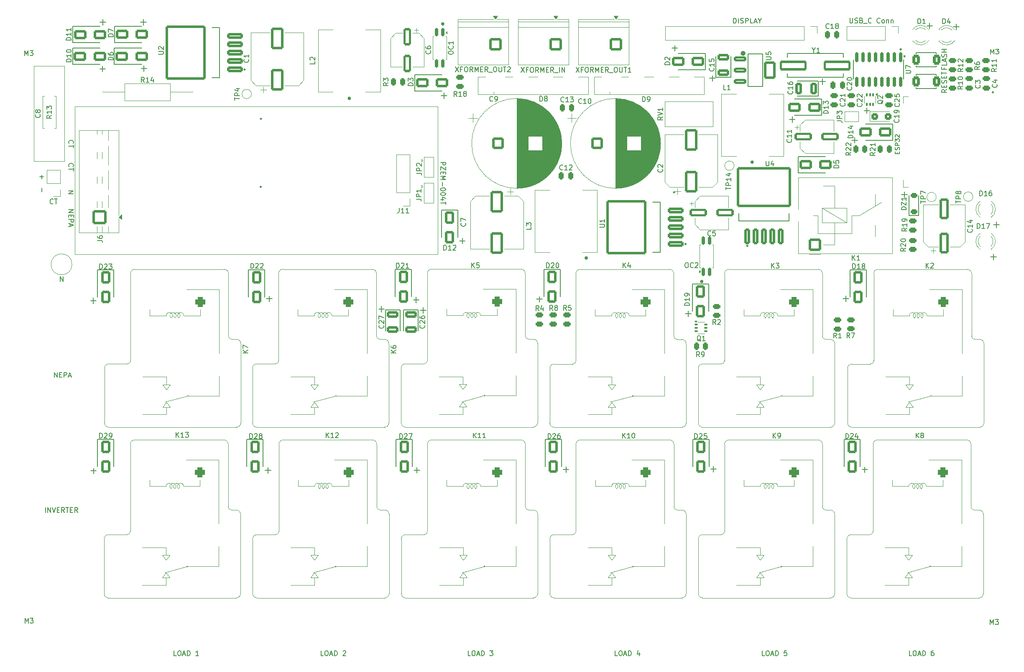
<source format=gbr>
%TF.GenerationSoftware,KiCad,Pcbnew,9.0.5*%
%TF.CreationDate,2025-10-18T22:02:24+01:00*%
%TF.ProjectId,Smart Home Energy Management System,536d6172-7420-4486-9f6d-6520456e6572,rev?*%
%TF.SameCoordinates,Original*%
%TF.FileFunction,Legend,Top*%
%TF.FilePolarity,Positive*%
%FSLAX46Y46*%
G04 Gerber Fmt 4.6, Leading zero omitted, Abs format (unit mm)*
G04 Created by KiCad (PCBNEW 9.0.5) date 2025-10-18 22:02:24*
%MOMM*%
%LPD*%
G01*
G04 APERTURE LIST*
G04 Aperture macros list*
%AMRoundRect*
0 Rectangle with rounded corners*
0 $1 Rounding radius*
0 $2 $3 $4 $5 $6 $7 $8 $9 X,Y pos of 4 corners*
0 Add a 4 corners polygon primitive as box body*
4,1,4,$2,$3,$4,$5,$6,$7,$8,$9,$2,$3,0*
0 Add four circle primitives for the rounded corners*
1,1,$1+$1,$2,$3*
1,1,$1+$1,$4,$5*
1,1,$1+$1,$6,$7*
1,1,$1+$1,$8,$9*
0 Add four rect primitives between the rounded corners*
20,1,$1+$1,$2,$3,$4,$5,0*
20,1,$1+$1,$4,$5,$6,$7,0*
20,1,$1+$1,$6,$7,$8,$9,0*
20,1,$1+$1,$8,$9,$2,$3,0*%
G04 Aperture macros list end*
%ADD10C,0.364035*%
%ADD11C,0.100000*%
%ADD12C,0.187500*%
%ADD13C,0.150000*%
%ADD14C,0.120000*%
%ADD15C,0.224018*%
%ADD16C,0.127000*%
%ADD17C,0.500000*%
%ADD18C,3.000000*%
%ADD19RoundRect,0.500000X0.500000X-0.500000X0.500000X0.500000X-0.500000X0.500000X-0.500000X-0.500000X0*%
%ADD20C,2.000000*%
%ADD21RoundRect,0.150000X-0.150000X0.825000X-0.150000X-0.825000X0.150000X-0.825000X0.150000X0.825000X0*%
%ADD22RoundRect,0.250000X1.000000X-1.950000X1.000000X1.950000X-1.000000X1.950000X-1.000000X-1.950000X0*%
%ADD23RoundRect,0.250000X1.350000X0.325000X-1.350000X0.325000X-1.350000X-0.325000X1.350000X-0.325000X0*%
%ADD24C,0.500000*%
%ADD25RoundRect,0.250000X-3.800000X5.250000X-3.800000X-5.250000X3.800000X-5.250000X3.800000X5.250000X0*%
%ADD26RoundRect,0.267317X-0.470683X0.280683X-0.470683X-0.280683X0.470683X-0.280683X0.470683X0.280683X0*%
%ADD27R,1.800000X1.800000*%
%ADD28C,1.800000*%
%ADD29RoundRect,0.267317X0.470683X-0.280683X0.470683X0.280683X-0.470683X0.280683X-0.470683X-0.280683X0*%
%ADD30RoundRect,0.269000X-0.494000X0.269000X-0.494000X-0.269000X0.494000X-0.269000X0.494000X0.269000X0*%
%ADD31RoundRect,0.269000X-0.269000X-0.494000X0.269000X-0.494000X0.269000X0.494000X-0.269000X0.494000X0*%
%ADD32RoundRect,0.250000X0.700000X-1.825000X0.700000X1.825000X-0.700000X1.825000X-0.700000X-1.825000X0*%
%ADD33RoundRect,0.263396X0.949604X-0.434604X0.949604X0.434604X-0.949604X0.434604X-0.949604X-0.434604X0*%
%ADD34RoundRect,0.269000X0.269000X0.494000X-0.269000X0.494000X-0.269000X-0.494000X0.269000X-0.494000X0*%
%ADD35RoundRect,0.100000X-0.100000X0.225000X-0.100000X-0.225000X0.100000X-0.225000X0.100000X0.225000X0*%
%ADD36R,1.700000X1.700000*%
%ADD37C,1.700000*%
%ADD38RoundRect,0.250000X-0.457500X-0.445000X0.457500X-0.445000X0.457500X0.445000X-0.457500X0.445000X0*%
%ADD39C,6.400000*%
%ADD40RoundRect,0.260556X-1.027444X-0.677444X1.027444X-0.677444X1.027444X0.677444X-1.027444X0.677444X0*%
%ADD41C,2.400000*%
%ADD42C,1.500000*%
%ADD43RoundRect,0.263396X-0.949604X0.434604X-0.949604X-0.434604X0.949604X-0.434604X0.949604X0.434604X0*%
%ADD44RoundRect,0.150000X0.150000X-0.662500X0.150000X0.662500X-0.150000X0.662500X-0.150000X-0.662500X0*%
%ADD45RoundRect,0.150000X-0.150000X0.662500X-0.150000X-0.662500X0.150000X-0.662500X0.150000X0.662500X0*%
%ADD46RoundRect,0.260556X-0.677444X1.027444X-0.677444X-1.027444X0.677444X-1.027444X0.677444X1.027444X0*%
%ADD47RoundRect,0.260556X1.027444X0.677444X-1.027444X0.677444X-1.027444X-0.677444X1.027444X-0.677444X0*%
%ADD48C,10.000000*%
%ADD49C,1.600000*%
%ADD50RoundRect,0.250000X1.050000X1.050000X-1.050000X1.050000X-1.050000X-1.050000X1.050000X-1.050000X0*%
%ADD51C,2.600000*%
%ADD52R,5.400000X2.900000*%
%ADD53RoundRect,0.269000X0.494000X-0.269000X0.494000X0.269000X-0.494000X0.269000X-0.494000X-0.269000X0*%
%ADD54RoundRect,0.250000X-1.500000X-0.550000X1.500000X-0.550000X1.500000X0.550000X-1.500000X0.550000X0*%
%ADD55R,3.200000X3.200000*%
%ADD56C,3.200000*%
%ADD57RoundRect,0.250001X-0.949999X-0.949999X0.949999X-0.949999X0.949999X0.949999X-0.949999X0.949999X0*%
%ADD58RoundRect,0.250001X1.149999X-1.149999X1.149999X1.149999X-1.149999X1.149999X-1.149999X-1.149999X0*%
%ADD59C,2.800000*%
%ADD60C,8.000000*%
%ADD61RoundRect,0.267317X-0.280683X-0.470683X0.280683X-0.470683X0.280683X0.470683X-0.280683X0.470683X0*%
%ADD62RoundRect,0.250000X-1.000000X1.950000X-1.000000X-1.950000X1.000000X-1.950000X1.000000X1.950000X0*%
%ADD63RoundRect,0.287778X-0.489222X-0.714222X0.489222X-0.714222X0.489222X0.714222X-0.489222X0.714222X0*%
%ADD64R,1.000000X1.500000*%
%ADD65C,1.440000*%
%ADD66R,1.500000X1.000000*%
%ADD67RoundRect,0.267317X0.280683X0.470683X-0.280683X0.470683X-0.280683X-0.470683X0.280683X-0.470683X0*%
%ADD68C,4.000000*%
%ADD69RoundRect,0.100000X-0.225000X-0.100000X0.225000X-0.100000X0.225000X0.100000X-0.225000X0.100000X0*%
%ADD70RoundRect,0.250000X-0.550000X1.500000X-0.550000X-1.500000X0.550000X-1.500000X0.550000X1.500000X0*%
%ADD71RoundRect,0.244000X0.394000X-0.244000X0.394000X0.244000X-0.394000X0.244000X-0.394000X-0.244000X0*%
%ADD72RoundRect,0.263396X0.434604X0.949604X-0.434604X0.949604X-0.434604X-0.949604X0.434604X-0.949604X0*%
%ADD73RoundRect,0.250000X1.000000X-1.000000X1.000000X1.000000X-1.000000X1.000000X-1.000000X-1.000000X0*%
%ADD74RoundRect,0.250000X0.325000X-1.350000X0.325000X1.350000X-0.325000X1.350000X-0.325000X-1.350000X0*%
%ADD75RoundRect,0.250000X5.250000X3.800000X-5.250000X3.800000X-5.250000X-3.800000X5.250000X-3.800000X0*%
%ADD76RoundRect,0.250000X1.000000X0.300000X-1.000000X0.300000X-1.000000X-0.300000X1.000000X-0.300000X0*%
%ADD77RoundRect,0.250000X0.920000X1.550000X-0.920000X1.550000X-0.920000X-1.550000X0.920000X-1.550000X0*%
%ADD78RoundRect,0.250000X-2.500000X-0.750000X2.500000X-0.750000X2.500000X0.750000X-2.500000X0.750000X0*%
%ADD79R,0.900000X1.500000*%
%ADD80R,1.500000X0.900000*%
%ADD81R,0.900000X0.900000*%
%ADD82C,0.600000*%
G04 APERTURE END LIST*
D10*
X136232017Y-25775000D02*
G75*
G02*
X135867983Y-25775000I-182017J0D01*
G01*
X135867983Y-25775000D02*
G75*
G02*
X136232017Y-25775000I182017J0D01*
G01*
X117302017Y-40875000D02*
G75*
G02*
X116937983Y-40875000I-182017J0D01*
G01*
X116937983Y-40875000D02*
G75*
G02*
X117302017Y-40875000I182017J0D01*
G01*
X198882017Y-53800000D02*
G75*
G02*
X198517983Y-53800000I-182017J0D01*
G01*
X198517983Y-53800000D02*
G75*
G02*
X198882017Y-53800000I182017J0D01*
G01*
X188682017Y-78000000D02*
G75*
G02*
X188317983Y-78000000I-182017J0D01*
G01*
X188317983Y-78000000D02*
G75*
G02*
X188682017Y-78000000I182017J0D01*
G01*
X165296052Y-73225000D02*
G75*
G02*
X164932018Y-73225000I-182017J0D01*
G01*
X164932018Y-73225000D02*
G75*
G02*
X165296052Y-73225000I182017J0D01*
G01*
D11*
X61534000Y-42513000D02*
X135067000Y-42513000D01*
X135067000Y-72485000D01*
X61534000Y-72485000D01*
X61534000Y-42513000D01*
D12*
X64755497Y-116385250D02*
X65898355Y-116385250D01*
X65326926Y-116956678D02*
X65326926Y-115813821D01*
D13*
X246961779Y-31894819D02*
X246961779Y-30894819D01*
X246961779Y-30894819D02*
X247295112Y-31609104D01*
X247295112Y-31609104D02*
X247628445Y-30894819D01*
X247628445Y-30894819D02*
X247628445Y-31894819D01*
X248009398Y-30894819D02*
X248628445Y-30894819D01*
X248628445Y-30894819D02*
X248295112Y-31275771D01*
X248295112Y-31275771D02*
X248437969Y-31275771D01*
X248437969Y-31275771D02*
X248533207Y-31323390D01*
X248533207Y-31323390D02*
X248580826Y-31371009D01*
X248580826Y-31371009D02*
X248628445Y-31466247D01*
X248628445Y-31466247D02*
X248628445Y-31704342D01*
X248628445Y-31704342D02*
X248580826Y-31799580D01*
X248580826Y-31799580D02*
X248533207Y-31847200D01*
X248533207Y-31847200D02*
X248437969Y-31894819D01*
X248437969Y-31894819D02*
X248152255Y-31894819D01*
X248152255Y-31894819D02*
X248057017Y-31847200D01*
X248057017Y-31847200D02*
X248009398Y-31799580D01*
X61248319Y-60238220D02*
X60248319Y-60238220D01*
X60248319Y-60238220D02*
X61248319Y-59666792D01*
X61248319Y-59666792D02*
X60248319Y-59666792D01*
D12*
X160430497Y-116085250D02*
X161573355Y-116085250D01*
X161001926Y-116656678D02*
X161001926Y-115513821D01*
D13*
X54836133Y-56386779D02*
X54836133Y-57148684D01*
X54455180Y-56767731D02*
X55217085Y-56767731D01*
X60400419Y-50008207D02*
X60352800Y-49960588D01*
X60352800Y-49960588D02*
X60305180Y-49817731D01*
X60305180Y-49817731D02*
X60305180Y-49722493D01*
X60305180Y-49722493D02*
X60352800Y-49579636D01*
X60352800Y-49579636D02*
X60448038Y-49484398D01*
X60448038Y-49484398D02*
X60543276Y-49436779D01*
X60543276Y-49436779D02*
X60733752Y-49389160D01*
X60733752Y-49389160D02*
X60876609Y-49389160D01*
X60876609Y-49389160D02*
X61067085Y-49436779D01*
X61067085Y-49436779D02*
X61162323Y-49484398D01*
X61162323Y-49484398D02*
X61257561Y-49579636D01*
X61257561Y-49579636D02*
X61305180Y-49722493D01*
X61305180Y-49722493D02*
X61305180Y-49817731D01*
X61305180Y-49817731D02*
X61257561Y-49960588D01*
X61257561Y-49960588D02*
X61209942Y-50008207D01*
X61305180Y-50293922D02*
X61305180Y-50865350D01*
X60305180Y-50579636D02*
X61305180Y-50579636D01*
D12*
X185180497Y-84510250D02*
X186323355Y-84510250D01*
X185751926Y-85081678D02*
X185751926Y-83938821D01*
D13*
X51461779Y-147244819D02*
X51461779Y-146244819D01*
X51461779Y-146244819D02*
X51795112Y-146959104D01*
X51795112Y-146959104D02*
X52128445Y-146244819D01*
X52128445Y-146244819D02*
X52128445Y-147244819D01*
X52509398Y-146244819D02*
X53128445Y-146244819D01*
X53128445Y-146244819D02*
X52795112Y-146625771D01*
X52795112Y-146625771D02*
X52937969Y-146625771D01*
X52937969Y-146625771D02*
X53033207Y-146673390D01*
X53033207Y-146673390D02*
X53080826Y-146721009D01*
X53080826Y-146721009D02*
X53128445Y-146816247D01*
X53128445Y-146816247D02*
X53128445Y-147054342D01*
X53128445Y-147054342D02*
X53080826Y-147149580D01*
X53080826Y-147149580D02*
X53033207Y-147197200D01*
X53033207Y-147197200D02*
X52937969Y-147244819D01*
X52937969Y-147244819D02*
X52652255Y-147244819D01*
X52652255Y-147244819D02*
X52557017Y-147197200D01*
X52557017Y-147197200D02*
X52509398Y-147149580D01*
D12*
X220955497Y-116135250D02*
X222098355Y-116135250D01*
X221526926Y-116706678D02*
X221526926Y-115563821D01*
D13*
X57386779Y-97419819D02*
X57386779Y-96419819D01*
X57386779Y-96419819D02*
X57958207Y-97419819D01*
X57958207Y-97419819D02*
X57958207Y-96419819D01*
X58434398Y-96896009D02*
X58767731Y-96896009D01*
X58910588Y-97419819D02*
X58434398Y-97419819D01*
X58434398Y-97419819D02*
X58434398Y-96419819D01*
X58434398Y-96419819D02*
X58910588Y-96419819D01*
X59339160Y-97419819D02*
X59339160Y-96419819D01*
X59339160Y-96419819D02*
X59720112Y-96419819D01*
X59720112Y-96419819D02*
X59815350Y-96467438D01*
X59815350Y-96467438D02*
X59862969Y-96515057D01*
X59862969Y-96515057D02*
X59910588Y-96610295D01*
X59910588Y-96610295D02*
X59910588Y-96753152D01*
X59910588Y-96753152D02*
X59862969Y-96848390D01*
X59862969Y-96848390D02*
X59815350Y-96896009D01*
X59815350Y-96896009D02*
X59720112Y-96943628D01*
X59720112Y-96943628D02*
X59339160Y-96943628D01*
X60291541Y-97134104D02*
X60767731Y-97134104D01*
X60196303Y-97419819D02*
X60529636Y-96419819D01*
X60529636Y-96419819D02*
X60862969Y-97419819D01*
D12*
X74980497Y-34835250D02*
X76123355Y-34835250D01*
X75551926Y-35406678D02*
X75551926Y-34263821D01*
X100080497Y-116260250D02*
X101223355Y-116260250D01*
X100651926Y-116831678D02*
X100651926Y-115688821D01*
X218905497Y-49360250D02*
X220048355Y-49360250D01*
X219476926Y-49931678D02*
X219476926Y-48788821D01*
X182455497Y-30710250D02*
X183598355Y-30710250D01*
X183026926Y-31281678D02*
X183026926Y-30138821D01*
X247580497Y-66495250D02*
X248723355Y-66495250D01*
X248151926Y-67066678D02*
X248151926Y-65923821D01*
D13*
X82112969Y-153844819D02*
X81636779Y-153844819D01*
X81636779Y-153844819D02*
X81636779Y-152844819D01*
X82636779Y-152844819D02*
X82827255Y-152844819D01*
X82827255Y-152844819D02*
X82922493Y-152892438D01*
X82922493Y-152892438D02*
X83017731Y-152987676D01*
X83017731Y-152987676D02*
X83065350Y-153178152D01*
X83065350Y-153178152D02*
X83065350Y-153511485D01*
X83065350Y-153511485D02*
X83017731Y-153701961D01*
X83017731Y-153701961D02*
X82922493Y-153797200D01*
X82922493Y-153797200D02*
X82827255Y-153844819D01*
X82827255Y-153844819D02*
X82636779Y-153844819D01*
X82636779Y-153844819D02*
X82541541Y-153797200D01*
X82541541Y-153797200D02*
X82446303Y-153701961D01*
X82446303Y-153701961D02*
X82398684Y-153511485D01*
X82398684Y-153511485D02*
X82398684Y-153178152D01*
X82398684Y-153178152D02*
X82446303Y-152987676D01*
X82446303Y-152987676D02*
X82541541Y-152892438D01*
X82541541Y-152892438D02*
X82636779Y-152844819D01*
X83446303Y-153559104D02*
X83922493Y-153559104D01*
X83351065Y-153844819D02*
X83684398Y-152844819D01*
X83684398Y-152844819D02*
X84017731Y-153844819D01*
X84351065Y-153844819D02*
X84351065Y-152844819D01*
X84351065Y-152844819D02*
X84589160Y-152844819D01*
X84589160Y-152844819D02*
X84732017Y-152892438D01*
X84732017Y-152892438D02*
X84827255Y-152987676D01*
X84827255Y-152987676D02*
X84874874Y-153082914D01*
X84874874Y-153082914D02*
X84922493Y-153273390D01*
X84922493Y-153273390D02*
X84922493Y-153416247D01*
X84922493Y-153416247D02*
X84874874Y-153606723D01*
X84874874Y-153606723D02*
X84827255Y-153701961D01*
X84827255Y-153701961D02*
X84732017Y-153797200D01*
X84732017Y-153797200D02*
X84589160Y-153844819D01*
X84589160Y-153844819D02*
X84351065Y-153844819D01*
X86636779Y-153844819D02*
X86065351Y-153844819D01*
X86351065Y-153844819D02*
X86351065Y-152844819D01*
X86351065Y-152844819D02*
X86255827Y-152987676D01*
X86255827Y-152987676D02*
X86160589Y-153082914D01*
X86160589Y-153082914D02*
X86065351Y-153130533D01*
D12*
X217105497Y-81485250D02*
X218248355Y-81485250D01*
X217676926Y-82056678D02*
X217676926Y-80913821D01*
X239480497Y-26335250D02*
X240623355Y-26335250D01*
X240051926Y-26906678D02*
X240051926Y-25763821D01*
X66655497Y-25410250D02*
X67798355Y-25410250D01*
X67226926Y-25981678D02*
X67226926Y-24838821D01*
X206230497Y-45135250D02*
X207373355Y-45135250D01*
X206801926Y-45706678D02*
X206801926Y-44563821D01*
X190105497Y-36810250D02*
X191248355Y-36810250D01*
X190676926Y-37381678D02*
X190676926Y-36238821D01*
D13*
X171437969Y-153844819D02*
X170961779Y-153844819D01*
X170961779Y-153844819D02*
X170961779Y-152844819D01*
X171961779Y-152844819D02*
X172152255Y-152844819D01*
X172152255Y-152844819D02*
X172247493Y-152892438D01*
X172247493Y-152892438D02*
X172342731Y-152987676D01*
X172342731Y-152987676D02*
X172390350Y-153178152D01*
X172390350Y-153178152D02*
X172390350Y-153511485D01*
X172390350Y-153511485D02*
X172342731Y-153701961D01*
X172342731Y-153701961D02*
X172247493Y-153797200D01*
X172247493Y-153797200D02*
X172152255Y-153844819D01*
X172152255Y-153844819D02*
X171961779Y-153844819D01*
X171961779Y-153844819D02*
X171866541Y-153797200D01*
X171866541Y-153797200D02*
X171771303Y-153701961D01*
X171771303Y-153701961D02*
X171723684Y-153511485D01*
X171723684Y-153511485D02*
X171723684Y-153178152D01*
X171723684Y-153178152D02*
X171771303Y-152987676D01*
X171771303Y-152987676D02*
X171866541Y-152892438D01*
X171866541Y-152892438D02*
X171961779Y-152844819D01*
X172771303Y-153559104D02*
X173247493Y-153559104D01*
X172676065Y-153844819D02*
X173009398Y-152844819D01*
X173009398Y-152844819D02*
X173342731Y-153844819D01*
X173676065Y-153844819D02*
X173676065Y-152844819D01*
X173676065Y-152844819D02*
X173914160Y-152844819D01*
X173914160Y-152844819D02*
X174057017Y-152892438D01*
X174057017Y-152892438D02*
X174152255Y-152987676D01*
X174152255Y-152987676D02*
X174199874Y-153082914D01*
X174199874Y-153082914D02*
X174247493Y-153273390D01*
X174247493Y-153273390D02*
X174247493Y-153416247D01*
X174247493Y-153416247D02*
X174199874Y-153606723D01*
X174199874Y-153606723D02*
X174152255Y-153701961D01*
X174152255Y-153701961D02*
X174057017Y-153797200D01*
X174057017Y-153797200D02*
X173914160Y-153844819D01*
X173914160Y-153844819D02*
X173676065Y-153844819D01*
X175866541Y-153178152D02*
X175866541Y-153844819D01*
X175628446Y-152797200D02*
X175390351Y-153511485D01*
X175390351Y-153511485D02*
X176009398Y-153511485D01*
D12*
X123080497Y-83610250D02*
X124223355Y-83610250D01*
X123651926Y-84181678D02*
X123651926Y-83038821D01*
D13*
X135620180Y-53836779D02*
X136620180Y-53836779D01*
X136620180Y-53836779D02*
X136620180Y-54217731D01*
X136620180Y-54217731D02*
X136572561Y-54312969D01*
X136572561Y-54312969D02*
X136524942Y-54360588D01*
X136524942Y-54360588D02*
X136429704Y-54408207D01*
X136429704Y-54408207D02*
X136286847Y-54408207D01*
X136286847Y-54408207D02*
X136191609Y-54360588D01*
X136191609Y-54360588D02*
X136143990Y-54312969D01*
X136143990Y-54312969D02*
X136096371Y-54217731D01*
X136096371Y-54217731D02*
X136096371Y-53836779D01*
X136620180Y-54741541D02*
X136620180Y-55408207D01*
X136620180Y-55408207D02*
X135620180Y-54741541D01*
X135620180Y-54741541D02*
X135620180Y-55408207D01*
X136143990Y-55789160D02*
X136143990Y-56122493D01*
X135620180Y-56265350D02*
X135620180Y-55789160D01*
X135620180Y-55789160D02*
X136620180Y-55789160D01*
X136620180Y-55789160D02*
X136620180Y-56265350D01*
X135620180Y-56693922D02*
X136620180Y-56693922D01*
X136620180Y-56693922D02*
X135905895Y-57027255D01*
X135905895Y-57027255D02*
X136620180Y-57360588D01*
X136620180Y-57360588D02*
X135620180Y-57360588D01*
X136001133Y-57836779D02*
X136001133Y-58598684D01*
X136620180Y-59265350D02*
X136620180Y-59360588D01*
X136620180Y-59360588D02*
X136572561Y-59455826D01*
X136572561Y-59455826D02*
X136524942Y-59503445D01*
X136524942Y-59503445D02*
X136429704Y-59551064D01*
X136429704Y-59551064D02*
X136239228Y-59598683D01*
X136239228Y-59598683D02*
X136001133Y-59598683D01*
X136001133Y-59598683D02*
X135810657Y-59551064D01*
X135810657Y-59551064D02*
X135715419Y-59503445D01*
X135715419Y-59503445D02*
X135667800Y-59455826D01*
X135667800Y-59455826D02*
X135620180Y-59360588D01*
X135620180Y-59360588D02*
X135620180Y-59265350D01*
X135620180Y-59265350D02*
X135667800Y-59170112D01*
X135667800Y-59170112D02*
X135715419Y-59122493D01*
X135715419Y-59122493D02*
X135810657Y-59074874D01*
X135810657Y-59074874D02*
X136001133Y-59027255D01*
X136001133Y-59027255D02*
X136239228Y-59027255D01*
X136239228Y-59027255D02*
X136429704Y-59074874D01*
X136429704Y-59074874D02*
X136524942Y-59122493D01*
X136524942Y-59122493D02*
X136572561Y-59170112D01*
X136572561Y-59170112D02*
X136620180Y-59265350D01*
X136620180Y-60217731D02*
X136620180Y-60312969D01*
X136620180Y-60312969D02*
X136572561Y-60408207D01*
X136572561Y-60408207D02*
X136524942Y-60455826D01*
X136524942Y-60455826D02*
X136429704Y-60503445D01*
X136429704Y-60503445D02*
X136239228Y-60551064D01*
X136239228Y-60551064D02*
X136001133Y-60551064D01*
X136001133Y-60551064D02*
X135810657Y-60503445D01*
X135810657Y-60503445D02*
X135715419Y-60455826D01*
X135715419Y-60455826D02*
X135667800Y-60408207D01*
X135667800Y-60408207D02*
X135620180Y-60312969D01*
X135620180Y-60312969D02*
X135620180Y-60217731D01*
X135620180Y-60217731D02*
X135667800Y-60122493D01*
X135667800Y-60122493D02*
X135715419Y-60074874D01*
X135715419Y-60074874D02*
X135810657Y-60027255D01*
X135810657Y-60027255D02*
X136001133Y-59979636D01*
X136001133Y-59979636D02*
X136239228Y-59979636D01*
X136239228Y-59979636D02*
X136429704Y-60027255D01*
X136429704Y-60027255D02*
X136524942Y-60074874D01*
X136524942Y-60074874D02*
X136572561Y-60122493D01*
X136572561Y-60122493D02*
X136620180Y-60217731D01*
X136286847Y-61408207D02*
X135620180Y-61408207D01*
X136667800Y-61170112D02*
X135953514Y-60932017D01*
X135953514Y-60932017D02*
X135953514Y-61551064D01*
X136620180Y-61789160D02*
X136620180Y-62360588D01*
X135620180Y-62074874D02*
X136620180Y-62074874D01*
X230987969Y-153844819D02*
X230511779Y-153844819D01*
X230511779Y-153844819D02*
X230511779Y-152844819D01*
X231511779Y-152844819D02*
X231702255Y-152844819D01*
X231702255Y-152844819D02*
X231797493Y-152892438D01*
X231797493Y-152892438D02*
X231892731Y-152987676D01*
X231892731Y-152987676D02*
X231940350Y-153178152D01*
X231940350Y-153178152D02*
X231940350Y-153511485D01*
X231940350Y-153511485D02*
X231892731Y-153701961D01*
X231892731Y-153701961D02*
X231797493Y-153797200D01*
X231797493Y-153797200D02*
X231702255Y-153844819D01*
X231702255Y-153844819D02*
X231511779Y-153844819D01*
X231511779Y-153844819D02*
X231416541Y-153797200D01*
X231416541Y-153797200D02*
X231321303Y-153701961D01*
X231321303Y-153701961D02*
X231273684Y-153511485D01*
X231273684Y-153511485D02*
X231273684Y-153178152D01*
X231273684Y-153178152D02*
X231321303Y-152987676D01*
X231321303Y-152987676D02*
X231416541Y-152892438D01*
X231416541Y-152892438D02*
X231511779Y-152844819D01*
X232321303Y-153559104D02*
X232797493Y-153559104D01*
X232226065Y-153844819D02*
X232559398Y-152844819D01*
X232559398Y-152844819D02*
X232892731Y-153844819D01*
X233226065Y-153844819D02*
X233226065Y-152844819D01*
X233226065Y-152844819D02*
X233464160Y-152844819D01*
X233464160Y-152844819D02*
X233607017Y-152892438D01*
X233607017Y-152892438D02*
X233702255Y-152987676D01*
X233702255Y-152987676D02*
X233749874Y-153082914D01*
X233749874Y-153082914D02*
X233797493Y-153273390D01*
X233797493Y-153273390D02*
X233797493Y-153416247D01*
X233797493Y-153416247D02*
X233749874Y-153606723D01*
X233749874Y-153606723D02*
X233702255Y-153701961D01*
X233702255Y-153701961D02*
X233607017Y-153797200D01*
X233607017Y-153797200D02*
X233464160Y-153844819D01*
X233464160Y-153844819D02*
X233226065Y-153844819D01*
X235416541Y-152844819D02*
X235226065Y-152844819D01*
X235226065Y-152844819D02*
X235130827Y-152892438D01*
X235130827Y-152892438D02*
X235083208Y-152940057D01*
X235083208Y-152940057D02*
X234987970Y-153082914D01*
X234987970Y-153082914D02*
X234940351Y-153273390D01*
X234940351Y-153273390D02*
X234940351Y-153654342D01*
X234940351Y-153654342D02*
X234987970Y-153749580D01*
X234987970Y-153749580D02*
X235035589Y-153797200D01*
X235035589Y-153797200D02*
X235130827Y-153844819D01*
X235130827Y-153844819D02*
X235321303Y-153844819D01*
X235321303Y-153844819D02*
X235416541Y-153797200D01*
X235416541Y-153797200D02*
X235464160Y-153749580D01*
X235464160Y-153749580D02*
X235511779Y-153654342D01*
X235511779Y-153654342D02*
X235511779Y-153416247D01*
X235511779Y-153416247D02*
X235464160Y-153321009D01*
X235464160Y-153321009D02*
X235416541Y-153273390D01*
X235416541Y-153273390D02*
X235321303Y-153225771D01*
X235321303Y-153225771D02*
X235130827Y-153225771D01*
X235130827Y-153225771D02*
X235035589Y-153273390D01*
X235035589Y-153273390D02*
X234987970Y-153321009D01*
X234987970Y-153321009D02*
X234940351Y-153416247D01*
X60400419Y-54683207D02*
X60352800Y-54635588D01*
X60352800Y-54635588D02*
X60305180Y-54492731D01*
X60305180Y-54492731D02*
X60305180Y-54397493D01*
X60305180Y-54397493D02*
X60352800Y-54254636D01*
X60352800Y-54254636D02*
X60448038Y-54159398D01*
X60448038Y-54159398D02*
X60543276Y-54111779D01*
X60543276Y-54111779D02*
X60733752Y-54064160D01*
X60733752Y-54064160D02*
X60876609Y-54064160D01*
X60876609Y-54064160D02*
X61067085Y-54111779D01*
X61067085Y-54111779D02*
X61162323Y-54159398D01*
X61162323Y-54159398D02*
X61257561Y-54254636D01*
X61257561Y-54254636D02*
X61305180Y-54397493D01*
X61305180Y-54397493D02*
X61305180Y-54492731D01*
X61305180Y-54492731D02*
X61257561Y-54635588D01*
X61257561Y-54635588D02*
X61209942Y-54683207D01*
X61305180Y-54968922D02*
X61305180Y-55540350D01*
X60305180Y-55254636D02*
X61305180Y-55254636D01*
D12*
X139430497Y-69760250D02*
X140573355Y-69760250D01*
X140001926Y-70331678D02*
X140001926Y-69188821D01*
D13*
X111887969Y-153844819D02*
X111411779Y-153844819D01*
X111411779Y-153844819D02*
X111411779Y-152844819D01*
X112411779Y-152844819D02*
X112602255Y-152844819D01*
X112602255Y-152844819D02*
X112697493Y-152892438D01*
X112697493Y-152892438D02*
X112792731Y-152987676D01*
X112792731Y-152987676D02*
X112840350Y-153178152D01*
X112840350Y-153178152D02*
X112840350Y-153511485D01*
X112840350Y-153511485D02*
X112792731Y-153701961D01*
X112792731Y-153701961D02*
X112697493Y-153797200D01*
X112697493Y-153797200D02*
X112602255Y-153844819D01*
X112602255Y-153844819D02*
X112411779Y-153844819D01*
X112411779Y-153844819D02*
X112316541Y-153797200D01*
X112316541Y-153797200D02*
X112221303Y-153701961D01*
X112221303Y-153701961D02*
X112173684Y-153511485D01*
X112173684Y-153511485D02*
X112173684Y-153178152D01*
X112173684Y-153178152D02*
X112221303Y-152987676D01*
X112221303Y-152987676D02*
X112316541Y-152892438D01*
X112316541Y-152892438D02*
X112411779Y-152844819D01*
X113221303Y-153559104D02*
X113697493Y-153559104D01*
X113126065Y-153844819D02*
X113459398Y-152844819D01*
X113459398Y-152844819D02*
X113792731Y-153844819D01*
X114126065Y-153844819D02*
X114126065Y-152844819D01*
X114126065Y-152844819D02*
X114364160Y-152844819D01*
X114364160Y-152844819D02*
X114507017Y-152892438D01*
X114507017Y-152892438D02*
X114602255Y-152987676D01*
X114602255Y-152987676D02*
X114649874Y-153082914D01*
X114649874Y-153082914D02*
X114697493Y-153273390D01*
X114697493Y-153273390D02*
X114697493Y-153416247D01*
X114697493Y-153416247D02*
X114649874Y-153606723D01*
X114649874Y-153606723D02*
X114602255Y-153701961D01*
X114602255Y-153701961D02*
X114507017Y-153797200D01*
X114507017Y-153797200D02*
X114364160Y-153844819D01*
X114364160Y-153844819D02*
X114126065Y-153844819D01*
X115840351Y-152940057D02*
X115887970Y-152892438D01*
X115887970Y-152892438D02*
X115983208Y-152844819D01*
X115983208Y-152844819D02*
X116221303Y-152844819D01*
X116221303Y-152844819D02*
X116316541Y-152892438D01*
X116316541Y-152892438D02*
X116364160Y-152940057D01*
X116364160Y-152940057D02*
X116411779Y-153035295D01*
X116411779Y-153035295D02*
X116411779Y-153130533D01*
X116411779Y-153130533D02*
X116364160Y-153273390D01*
X116364160Y-153273390D02*
X115792732Y-153844819D01*
X115792732Y-153844819D02*
X116411779Y-153844819D01*
X246886779Y-147519819D02*
X246886779Y-146519819D01*
X246886779Y-146519819D02*
X247220112Y-147234104D01*
X247220112Y-147234104D02*
X247553445Y-146519819D01*
X247553445Y-146519819D02*
X247553445Y-147519819D01*
X247934398Y-146519819D02*
X248553445Y-146519819D01*
X248553445Y-146519819D02*
X248220112Y-146900771D01*
X248220112Y-146900771D02*
X248362969Y-146900771D01*
X248362969Y-146900771D02*
X248458207Y-146948390D01*
X248458207Y-146948390D02*
X248505826Y-146996009D01*
X248505826Y-146996009D02*
X248553445Y-147091247D01*
X248553445Y-147091247D02*
X248553445Y-147329342D01*
X248553445Y-147329342D02*
X248505826Y-147424580D01*
X248505826Y-147424580D02*
X248458207Y-147472200D01*
X248458207Y-147472200D02*
X248362969Y-147519819D01*
X248362969Y-147519819D02*
X248077255Y-147519819D01*
X248077255Y-147519819D02*
X247982017Y-147472200D01*
X247982017Y-147472200D02*
X247934398Y-147424580D01*
D12*
X228955497Y-60410250D02*
X230098355Y-60410250D01*
X229526926Y-60981678D02*
X229526926Y-59838821D01*
X221380497Y-43335250D02*
X222523355Y-43335250D01*
X221951926Y-43906678D02*
X221951926Y-42763821D01*
D13*
X51411779Y-32194819D02*
X51411779Y-31194819D01*
X51411779Y-31194819D02*
X51745112Y-31909104D01*
X51745112Y-31909104D02*
X52078445Y-31194819D01*
X52078445Y-31194819D02*
X52078445Y-32194819D01*
X52459398Y-31194819D02*
X53078445Y-31194819D01*
X53078445Y-31194819D02*
X52745112Y-31575771D01*
X52745112Y-31575771D02*
X52887969Y-31575771D01*
X52887969Y-31575771D02*
X52983207Y-31623390D01*
X52983207Y-31623390D02*
X53030826Y-31671009D01*
X53030826Y-31671009D02*
X53078445Y-31766247D01*
X53078445Y-31766247D02*
X53078445Y-32004342D01*
X53078445Y-32004342D02*
X53030826Y-32099580D01*
X53030826Y-32099580D02*
X52983207Y-32147200D01*
X52983207Y-32147200D02*
X52887969Y-32194819D01*
X52887969Y-32194819D02*
X52602255Y-32194819D01*
X52602255Y-32194819D02*
X52507017Y-32147200D01*
X52507017Y-32147200D02*
X52459398Y-32099580D01*
D12*
X190305497Y-116035250D02*
X191448355Y-116035250D01*
X190876926Y-116606678D02*
X190876926Y-115463821D01*
X130105497Y-81735250D02*
X131248355Y-81735250D01*
X130676926Y-82306678D02*
X130676926Y-81163821D01*
D13*
X60305180Y-63461779D02*
X61305180Y-63461779D01*
X61305180Y-63461779D02*
X60305180Y-64033207D01*
X60305180Y-64033207D02*
X61305180Y-64033207D01*
X60828990Y-64509398D02*
X60828990Y-64842731D01*
X60305180Y-64985588D02*
X60305180Y-64509398D01*
X60305180Y-64509398D02*
X61305180Y-64509398D01*
X61305180Y-64509398D02*
X61305180Y-64985588D01*
X60305180Y-65414160D02*
X61305180Y-65414160D01*
X61305180Y-65414160D02*
X61305180Y-65795112D01*
X61305180Y-65795112D02*
X61257561Y-65890350D01*
X61257561Y-65890350D02*
X61209942Y-65937969D01*
X61209942Y-65937969D02*
X61114704Y-65985588D01*
X61114704Y-65985588D02*
X60971847Y-65985588D01*
X60971847Y-65985588D02*
X60876609Y-65937969D01*
X60876609Y-65937969D02*
X60828990Y-65890350D01*
X60828990Y-65890350D02*
X60781371Y-65795112D01*
X60781371Y-65795112D02*
X60781371Y-65414160D01*
X60590895Y-66366541D02*
X60590895Y-66842731D01*
X60305180Y-66271303D02*
X61305180Y-66604636D01*
X61305180Y-66604636D02*
X60305180Y-66937969D01*
D12*
X64730497Y-81885250D02*
X65873355Y-81885250D01*
X65301926Y-82456678D02*
X65301926Y-81313821D01*
X155055497Y-81585250D02*
X156198355Y-81585250D01*
X155626926Y-82156678D02*
X155626926Y-81013821D01*
X234080497Y-26160250D02*
X235223355Y-26160250D01*
X234651926Y-26731678D02*
X234651926Y-25588821D01*
X246980497Y-73015250D02*
X248123355Y-73015250D01*
X247551926Y-73586678D02*
X247551926Y-72443821D01*
X130255497Y-116235250D02*
X131398355Y-116235250D01*
X130826926Y-116806678D02*
X130826926Y-115663821D01*
X135755497Y-40310250D02*
X136898355Y-40310250D01*
X136326926Y-40881678D02*
X136326926Y-39738821D01*
X131505497Y-83835250D02*
X132648355Y-83835250D01*
X132076926Y-84406678D02*
X132076926Y-83263821D01*
X212380497Y-37435250D02*
X213523355Y-37435250D01*
X212951926Y-38006678D02*
X212951926Y-36863821D01*
D13*
X55586779Y-124819819D02*
X55586779Y-123819819D01*
X56062969Y-124819819D02*
X56062969Y-123819819D01*
X56062969Y-123819819D02*
X56634397Y-124819819D01*
X56634397Y-124819819D02*
X56634397Y-123819819D01*
X56967731Y-123819819D02*
X57301064Y-124819819D01*
X57301064Y-124819819D02*
X57634397Y-123819819D01*
X57967731Y-124296009D02*
X58301064Y-124296009D01*
X58443921Y-124819819D02*
X57967731Y-124819819D01*
X57967731Y-124819819D02*
X57967731Y-123819819D01*
X57967731Y-123819819D02*
X58443921Y-123819819D01*
X59443921Y-124819819D02*
X59110588Y-124343628D01*
X58872493Y-124819819D02*
X58872493Y-123819819D01*
X58872493Y-123819819D02*
X59253445Y-123819819D01*
X59253445Y-123819819D02*
X59348683Y-123867438D01*
X59348683Y-123867438D02*
X59396302Y-123915057D01*
X59396302Y-123915057D02*
X59443921Y-124010295D01*
X59443921Y-124010295D02*
X59443921Y-124153152D01*
X59443921Y-124153152D02*
X59396302Y-124248390D01*
X59396302Y-124248390D02*
X59348683Y-124296009D01*
X59348683Y-124296009D02*
X59253445Y-124343628D01*
X59253445Y-124343628D02*
X58872493Y-124343628D01*
X59729636Y-123819819D02*
X60301064Y-123819819D01*
X60015350Y-124819819D02*
X60015350Y-123819819D01*
X60634398Y-124296009D02*
X60967731Y-124296009D01*
X61110588Y-124819819D02*
X60634398Y-124819819D01*
X60634398Y-124819819D02*
X60634398Y-123819819D01*
X60634398Y-123819819D02*
X61110588Y-123819819D01*
X62110588Y-124819819D02*
X61777255Y-124343628D01*
X61539160Y-124819819D02*
X61539160Y-123819819D01*
X61539160Y-123819819D02*
X61920112Y-123819819D01*
X61920112Y-123819819D02*
X62015350Y-123867438D01*
X62015350Y-123867438D02*
X62062969Y-123915057D01*
X62062969Y-123915057D02*
X62110588Y-124010295D01*
X62110588Y-124010295D02*
X62110588Y-124153152D01*
X62110588Y-124153152D02*
X62062969Y-124248390D01*
X62062969Y-124248390D02*
X62015350Y-124296009D01*
X62015350Y-124296009D02*
X61920112Y-124343628D01*
X61920112Y-124343628D02*
X61539160Y-124343628D01*
X141662969Y-153844819D02*
X141186779Y-153844819D01*
X141186779Y-153844819D02*
X141186779Y-152844819D01*
X142186779Y-152844819D02*
X142377255Y-152844819D01*
X142377255Y-152844819D02*
X142472493Y-152892438D01*
X142472493Y-152892438D02*
X142567731Y-152987676D01*
X142567731Y-152987676D02*
X142615350Y-153178152D01*
X142615350Y-153178152D02*
X142615350Y-153511485D01*
X142615350Y-153511485D02*
X142567731Y-153701961D01*
X142567731Y-153701961D02*
X142472493Y-153797200D01*
X142472493Y-153797200D02*
X142377255Y-153844819D01*
X142377255Y-153844819D02*
X142186779Y-153844819D01*
X142186779Y-153844819D02*
X142091541Y-153797200D01*
X142091541Y-153797200D02*
X141996303Y-153701961D01*
X141996303Y-153701961D02*
X141948684Y-153511485D01*
X141948684Y-153511485D02*
X141948684Y-153178152D01*
X141948684Y-153178152D02*
X141996303Y-152987676D01*
X141996303Y-152987676D02*
X142091541Y-152892438D01*
X142091541Y-152892438D02*
X142186779Y-152844819D01*
X142996303Y-153559104D02*
X143472493Y-153559104D01*
X142901065Y-153844819D02*
X143234398Y-152844819D01*
X143234398Y-152844819D02*
X143567731Y-153844819D01*
X143901065Y-153844819D02*
X143901065Y-152844819D01*
X143901065Y-152844819D02*
X144139160Y-152844819D01*
X144139160Y-152844819D02*
X144282017Y-152892438D01*
X144282017Y-152892438D02*
X144377255Y-152987676D01*
X144377255Y-152987676D02*
X144424874Y-153082914D01*
X144424874Y-153082914D02*
X144472493Y-153273390D01*
X144472493Y-153273390D02*
X144472493Y-153416247D01*
X144472493Y-153416247D02*
X144424874Y-153606723D01*
X144424874Y-153606723D02*
X144377255Y-153701961D01*
X144377255Y-153701961D02*
X144282017Y-153797200D01*
X144282017Y-153797200D02*
X144139160Y-153844819D01*
X144139160Y-153844819D02*
X143901065Y-153844819D01*
X145567732Y-152844819D02*
X146186779Y-152844819D01*
X146186779Y-152844819D02*
X145853446Y-153225771D01*
X145853446Y-153225771D02*
X145996303Y-153225771D01*
X145996303Y-153225771D02*
X146091541Y-153273390D01*
X146091541Y-153273390D02*
X146139160Y-153321009D01*
X146139160Y-153321009D02*
X146186779Y-153416247D01*
X146186779Y-153416247D02*
X146186779Y-153654342D01*
X146186779Y-153654342D02*
X146139160Y-153749580D01*
X146139160Y-153749580D02*
X146091541Y-153797200D01*
X146091541Y-153797200D02*
X145996303Y-153844819D01*
X145996303Y-153844819D02*
X145710589Y-153844819D01*
X145710589Y-153844819D02*
X145615351Y-153797200D01*
X145615351Y-153797200D02*
X145567732Y-153749580D01*
D12*
X100355497Y-81510250D02*
X101498355Y-81510250D01*
X100926926Y-82081678D02*
X100926926Y-80938821D01*
D13*
X201212969Y-153844819D02*
X200736779Y-153844819D01*
X200736779Y-153844819D02*
X200736779Y-152844819D01*
X201736779Y-152844819D02*
X201927255Y-152844819D01*
X201927255Y-152844819D02*
X202022493Y-152892438D01*
X202022493Y-152892438D02*
X202117731Y-152987676D01*
X202117731Y-152987676D02*
X202165350Y-153178152D01*
X202165350Y-153178152D02*
X202165350Y-153511485D01*
X202165350Y-153511485D02*
X202117731Y-153701961D01*
X202117731Y-153701961D02*
X202022493Y-153797200D01*
X202022493Y-153797200D02*
X201927255Y-153844819D01*
X201927255Y-153844819D02*
X201736779Y-153844819D01*
X201736779Y-153844819D02*
X201641541Y-153797200D01*
X201641541Y-153797200D02*
X201546303Y-153701961D01*
X201546303Y-153701961D02*
X201498684Y-153511485D01*
X201498684Y-153511485D02*
X201498684Y-153178152D01*
X201498684Y-153178152D02*
X201546303Y-152987676D01*
X201546303Y-152987676D02*
X201641541Y-152892438D01*
X201641541Y-152892438D02*
X201736779Y-152844819D01*
X202546303Y-153559104D02*
X203022493Y-153559104D01*
X202451065Y-153844819D02*
X202784398Y-152844819D01*
X202784398Y-152844819D02*
X203117731Y-153844819D01*
X203451065Y-153844819D02*
X203451065Y-152844819D01*
X203451065Y-152844819D02*
X203689160Y-152844819D01*
X203689160Y-152844819D02*
X203832017Y-152892438D01*
X203832017Y-152892438D02*
X203927255Y-152987676D01*
X203927255Y-152987676D02*
X203974874Y-153082914D01*
X203974874Y-153082914D02*
X204022493Y-153273390D01*
X204022493Y-153273390D02*
X204022493Y-153416247D01*
X204022493Y-153416247D02*
X203974874Y-153606723D01*
X203974874Y-153606723D02*
X203927255Y-153701961D01*
X203927255Y-153701961D02*
X203832017Y-153797200D01*
X203832017Y-153797200D02*
X203689160Y-153844819D01*
X203689160Y-153844819D02*
X203451065Y-153844819D01*
X205689160Y-152844819D02*
X205212970Y-152844819D01*
X205212970Y-152844819D02*
X205165351Y-153321009D01*
X205165351Y-153321009D02*
X205212970Y-153273390D01*
X205212970Y-153273390D02*
X205308208Y-153225771D01*
X205308208Y-153225771D02*
X205546303Y-153225771D01*
X205546303Y-153225771D02*
X205641541Y-153273390D01*
X205641541Y-153273390D02*
X205689160Y-153321009D01*
X205689160Y-153321009D02*
X205736779Y-153416247D01*
X205736779Y-153416247D02*
X205736779Y-153654342D01*
X205736779Y-153654342D02*
X205689160Y-153749580D01*
X205689160Y-153749580D02*
X205641541Y-153797200D01*
X205641541Y-153797200D02*
X205546303Y-153844819D01*
X205546303Y-153844819D02*
X205308208Y-153844819D01*
X205308208Y-153844819D02*
X205212970Y-153797200D01*
X205212970Y-153797200D02*
X205165351Y-153749580D01*
D12*
X66605497Y-34885250D02*
X67748355Y-34885250D01*
X67176926Y-35456678D02*
X67176926Y-34313821D01*
D13*
X54836133Y-59061779D02*
X54836133Y-59823684D01*
D12*
X74880497Y-25410250D02*
X76023355Y-25410250D01*
X75451926Y-25981678D02*
X75451926Y-24838821D01*
D13*
X231886905Y-109704819D02*
X231886905Y-108704819D01*
X232458333Y-109704819D02*
X232029762Y-109133390D01*
X232458333Y-108704819D02*
X231886905Y-109276247D01*
X233029762Y-109133390D02*
X232934524Y-109085771D01*
X232934524Y-109085771D02*
X232886905Y-109038152D01*
X232886905Y-109038152D02*
X232839286Y-108942914D01*
X232839286Y-108942914D02*
X232839286Y-108895295D01*
X232839286Y-108895295D02*
X232886905Y-108800057D01*
X232886905Y-108800057D02*
X232934524Y-108752438D01*
X232934524Y-108752438D02*
X233029762Y-108704819D01*
X233029762Y-108704819D02*
X233220238Y-108704819D01*
X233220238Y-108704819D02*
X233315476Y-108752438D01*
X233315476Y-108752438D02*
X233363095Y-108800057D01*
X233363095Y-108800057D02*
X233410714Y-108895295D01*
X233410714Y-108895295D02*
X233410714Y-108942914D01*
X233410714Y-108942914D02*
X233363095Y-109038152D01*
X233363095Y-109038152D02*
X233315476Y-109085771D01*
X233315476Y-109085771D02*
X233220238Y-109133390D01*
X233220238Y-109133390D02*
X233029762Y-109133390D01*
X233029762Y-109133390D02*
X232934524Y-109181009D01*
X232934524Y-109181009D02*
X232886905Y-109228628D01*
X232886905Y-109228628D02*
X232839286Y-109323866D01*
X232839286Y-109323866D02*
X232839286Y-109514342D01*
X232839286Y-109514342D02*
X232886905Y-109609580D01*
X232886905Y-109609580D02*
X232934524Y-109657200D01*
X232934524Y-109657200D02*
X233029762Y-109704819D01*
X233029762Y-109704819D02*
X233220238Y-109704819D01*
X233220238Y-109704819D02*
X233315476Y-109657200D01*
X233315476Y-109657200D02*
X233363095Y-109609580D01*
X233363095Y-109609580D02*
X233410714Y-109514342D01*
X233410714Y-109514342D02*
X233410714Y-109323866D01*
X233410714Y-109323866D02*
X233363095Y-109228628D01*
X233363095Y-109228628D02*
X233315476Y-109181009D01*
X233315476Y-109181009D02*
X233220238Y-109133390D01*
X229774819Y-35786904D02*
X230584342Y-35786904D01*
X230584342Y-35786904D02*
X230679580Y-35739285D01*
X230679580Y-35739285D02*
X230727200Y-35691666D01*
X230727200Y-35691666D02*
X230774819Y-35596428D01*
X230774819Y-35596428D02*
X230774819Y-35405952D01*
X230774819Y-35405952D02*
X230727200Y-35310714D01*
X230727200Y-35310714D02*
X230679580Y-35263095D01*
X230679580Y-35263095D02*
X230584342Y-35215476D01*
X230584342Y-35215476D02*
X229774819Y-35215476D01*
X229774819Y-34834523D02*
X229774819Y-34167857D01*
X229774819Y-34167857D02*
X230774819Y-34596428D01*
X96679580Y-32956666D02*
X96727200Y-33004285D01*
X96727200Y-33004285D02*
X96774819Y-33147142D01*
X96774819Y-33147142D02*
X96774819Y-33242380D01*
X96774819Y-33242380D02*
X96727200Y-33385237D01*
X96727200Y-33385237D02*
X96631961Y-33480475D01*
X96631961Y-33480475D02*
X96536723Y-33528094D01*
X96536723Y-33528094D02*
X96346247Y-33575713D01*
X96346247Y-33575713D02*
X96203390Y-33575713D01*
X96203390Y-33575713D02*
X96012914Y-33528094D01*
X96012914Y-33528094D02*
X95917676Y-33480475D01*
X95917676Y-33480475D02*
X95822438Y-33385237D01*
X95822438Y-33385237D02*
X95774819Y-33242380D01*
X95774819Y-33242380D02*
X95774819Y-33147142D01*
X95774819Y-33147142D02*
X95822438Y-33004285D01*
X95822438Y-33004285D02*
X95870057Y-32956666D01*
X96774819Y-32004285D02*
X96774819Y-32575713D01*
X96774819Y-32289999D02*
X95774819Y-32289999D01*
X95774819Y-32289999D02*
X95917676Y-32385237D01*
X95917676Y-32385237D02*
X96012914Y-32480475D01*
X96012914Y-32480475D02*
X96060533Y-32575713D01*
X78494819Y-31931904D02*
X79304342Y-31931904D01*
X79304342Y-31931904D02*
X79399580Y-31884285D01*
X79399580Y-31884285D02*
X79447200Y-31836666D01*
X79447200Y-31836666D02*
X79494819Y-31741428D01*
X79494819Y-31741428D02*
X79494819Y-31550952D01*
X79494819Y-31550952D02*
X79447200Y-31455714D01*
X79447200Y-31455714D02*
X79399580Y-31408095D01*
X79399580Y-31408095D02*
X79304342Y-31360476D01*
X79304342Y-31360476D02*
X78494819Y-31360476D01*
X78590057Y-30931904D02*
X78542438Y-30884285D01*
X78542438Y-30884285D02*
X78494819Y-30789047D01*
X78494819Y-30789047D02*
X78494819Y-30550952D01*
X78494819Y-30550952D02*
X78542438Y-30455714D01*
X78542438Y-30455714D02*
X78590057Y-30408095D01*
X78590057Y-30408095D02*
X78685295Y-30360476D01*
X78685295Y-30360476D02*
X78780533Y-30360476D01*
X78780533Y-30360476D02*
X78923390Y-30408095D01*
X78923390Y-30408095D02*
X79494819Y-30979523D01*
X79494819Y-30979523D02*
X79494819Y-30360476D01*
X161093333Y-83834819D02*
X160760000Y-83358628D01*
X160521905Y-83834819D02*
X160521905Y-82834819D01*
X160521905Y-82834819D02*
X160902857Y-82834819D01*
X160902857Y-82834819D02*
X160998095Y-82882438D01*
X160998095Y-82882438D02*
X161045714Y-82930057D01*
X161045714Y-82930057D02*
X161093333Y-83025295D01*
X161093333Y-83025295D02*
X161093333Y-83168152D01*
X161093333Y-83168152D02*
X161045714Y-83263390D01*
X161045714Y-83263390D02*
X160998095Y-83311009D01*
X160998095Y-83311009D02*
X160902857Y-83358628D01*
X160902857Y-83358628D02*
X160521905Y-83358628D01*
X161998095Y-82834819D02*
X161521905Y-82834819D01*
X161521905Y-82834819D02*
X161474286Y-83311009D01*
X161474286Y-83311009D02*
X161521905Y-83263390D01*
X161521905Y-83263390D02*
X161617143Y-83215771D01*
X161617143Y-83215771D02*
X161855238Y-83215771D01*
X161855238Y-83215771D02*
X161950476Y-83263390D01*
X161950476Y-83263390D02*
X161998095Y-83311009D01*
X161998095Y-83311009D02*
X162045714Y-83406247D01*
X162045714Y-83406247D02*
X162045714Y-83644342D01*
X162045714Y-83644342D02*
X161998095Y-83739580D01*
X161998095Y-83739580D02*
X161950476Y-83787200D01*
X161950476Y-83787200D02*
X161855238Y-83834819D01*
X161855238Y-83834819D02*
X161617143Y-83834819D01*
X161617143Y-83834819D02*
X161521905Y-83787200D01*
X161521905Y-83787200D02*
X161474286Y-83739580D01*
X244285714Y-67234819D02*
X244285714Y-66234819D01*
X244285714Y-66234819D02*
X244523809Y-66234819D01*
X244523809Y-66234819D02*
X244666666Y-66282438D01*
X244666666Y-66282438D02*
X244761904Y-66377676D01*
X244761904Y-66377676D02*
X244809523Y-66472914D01*
X244809523Y-66472914D02*
X244857142Y-66663390D01*
X244857142Y-66663390D02*
X244857142Y-66806247D01*
X244857142Y-66806247D02*
X244809523Y-66996723D01*
X244809523Y-66996723D02*
X244761904Y-67091961D01*
X244761904Y-67091961D02*
X244666666Y-67187200D01*
X244666666Y-67187200D02*
X244523809Y-67234819D01*
X244523809Y-67234819D02*
X244285714Y-67234819D01*
X245809523Y-67234819D02*
X245238095Y-67234819D01*
X245523809Y-67234819D02*
X245523809Y-66234819D01*
X245523809Y-66234819D02*
X245428571Y-66377676D01*
X245428571Y-66377676D02*
X245333333Y-66472914D01*
X245333333Y-66472914D02*
X245238095Y-66520533D01*
X246142857Y-66234819D02*
X246809523Y-66234819D01*
X246809523Y-66234819D02*
X246380952Y-67234819D01*
X230064819Y-67182857D02*
X229588628Y-67516190D01*
X230064819Y-67754285D02*
X229064819Y-67754285D01*
X229064819Y-67754285D02*
X229064819Y-67373333D01*
X229064819Y-67373333D02*
X229112438Y-67278095D01*
X229112438Y-67278095D02*
X229160057Y-67230476D01*
X229160057Y-67230476D02*
X229255295Y-67182857D01*
X229255295Y-67182857D02*
X229398152Y-67182857D01*
X229398152Y-67182857D02*
X229493390Y-67230476D01*
X229493390Y-67230476D02*
X229541009Y-67278095D01*
X229541009Y-67278095D02*
X229588628Y-67373333D01*
X229588628Y-67373333D02*
X229588628Y-67754285D01*
X230064819Y-66230476D02*
X230064819Y-66801904D01*
X230064819Y-66516190D02*
X229064819Y-66516190D01*
X229064819Y-66516190D02*
X229207676Y-66611428D01*
X229207676Y-66611428D02*
X229302914Y-66706666D01*
X229302914Y-66706666D02*
X229350533Y-66801904D01*
X230064819Y-65754285D02*
X230064819Y-65563809D01*
X230064819Y-65563809D02*
X230017200Y-65468571D01*
X230017200Y-65468571D02*
X229969580Y-65420952D01*
X229969580Y-65420952D02*
X229826723Y-65325714D01*
X229826723Y-65325714D02*
X229636247Y-65278095D01*
X229636247Y-65278095D02*
X229255295Y-65278095D01*
X229255295Y-65278095D02*
X229160057Y-65325714D01*
X229160057Y-65325714D02*
X229112438Y-65373333D01*
X229112438Y-65373333D02*
X229064819Y-65468571D01*
X229064819Y-65468571D02*
X229064819Y-65659047D01*
X229064819Y-65659047D02*
X229112438Y-65754285D01*
X229112438Y-65754285D02*
X229160057Y-65801904D01*
X229160057Y-65801904D02*
X229255295Y-65849523D01*
X229255295Y-65849523D02*
X229493390Y-65849523D01*
X229493390Y-65849523D02*
X229588628Y-65801904D01*
X229588628Y-65801904D02*
X229636247Y-65754285D01*
X229636247Y-65754285D02*
X229683866Y-65659047D01*
X229683866Y-65659047D02*
X229683866Y-65468571D01*
X229683866Y-65468571D02*
X229636247Y-65373333D01*
X229636247Y-65373333D02*
X229588628Y-65325714D01*
X229588628Y-65325714D02*
X229493390Y-65278095D01*
X217439580Y-41852857D02*
X217487200Y-41900476D01*
X217487200Y-41900476D02*
X217534819Y-42043333D01*
X217534819Y-42043333D02*
X217534819Y-42138571D01*
X217534819Y-42138571D02*
X217487200Y-42281428D01*
X217487200Y-42281428D02*
X217391961Y-42376666D01*
X217391961Y-42376666D02*
X217296723Y-42424285D01*
X217296723Y-42424285D02*
X217106247Y-42471904D01*
X217106247Y-42471904D02*
X216963390Y-42471904D01*
X216963390Y-42471904D02*
X216772914Y-42424285D01*
X216772914Y-42424285D02*
X216677676Y-42376666D01*
X216677676Y-42376666D02*
X216582438Y-42281428D01*
X216582438Y-42281428D02*
X216534819Y-42138571D01*
X216534819Y-42138571D02*
X216534819Y-42043333D01*
X216534819Y-42043333D02*
X216582438Y-41900476D01*
X216582438Y-41900476D02*
X216630057Y-41852857D01*
X216630057Y-41471904D02*
X216582438Y-41424285D01*
X216582438Y-41424285D02*
X216534819Y-41329047D01*
X216534819Y-41329047D02*
X216534819Y-41090952D01*
X216534819Y-41090952D02*
X216582438Y-40995714D01*
X216582438Y-40995714D02*
X216630057Y-40948095D01*
X216630057Y-40948095D02*
X216725295Y-40900476D01*
X216725295Y-40900476D02*
X216820533Y-40900476D01*
X216820533Y-40900476D02*
X216963390Y-40948095D01*
X216963390Y-40948095D02*
X217534819Y-41519523D01*
X217534819Y-41519523D02*
X217534819Y-40900476D01*
X217534819Y-39948095D02*
X217534819Y-40519523D01*
X217534819Y-40233809D02*
X216534819Y-40233809D01*
X216534819Y-40233809D02*
X216677676Y-40329047D01*
X216677676Y-40329047D02*
X216772914Y-40424285D01*
X216772914Y-40424285D02*
X216820533Y-40519523D01*
X237277905Y-25719819D02*
X237277905Y-24719819D01*
X237277905Y-24719819D02*
X237516000Y-24719819D01*
X237516000Y-24719819D02*
X237658857Y-24767438D01*
X237658857Y-24767438D02*
X237754095Y-24862676D01*
X237754095Y-24862676D02*
X237801714Y-24957914D01*
X237801714Y-24957914D02*
X237849333Y-25148390D01*
X237849333Y-25148390D02*
X237849333Y-25291247D01*
X237849333Y-25291247D02*
X237801714Y-25481723D01*
X237801714Y-25481723D02*
X237754095Y-25576961D01*
X237754095Y-25576961D02*
X237658857Y-25672200D01*
X237658857Y-25672200D02*
X237516000Y-25719819D01*
X237516000Y-25719819D02*
X237277905Y-25719819D01*
X238706476Y-25053152D02*
X238706476Y-25719819D01*
X238468381Y-24672200D02*
X238230286Y-25386485D01*
X238230286Y-25386485D02*
X238849333Y-25386485D01*
X172561905Y-75179819D02*
X172561905Y-74179819D01*
X173133333Y-75179819D02*
X172704762Y-74608390D01*
X173133333Y-74179819D02*
X172561905Y-74751247D01*
X173990476Y-74513152D02*
X173990476Y-75179819D01*
X173752381Y-74132200D02*
X173514286Y-74846485D01*
X173514286Y-74846485D02*
X174133333Y-74846485D01*
X218809580Y-38567857D02*
X218857200Y-38615476D01*
X218857200Y-38615476D02*
X218904819Y-38758333D01*
X218904819Y-38758333D02*
X218904819Y-38853571D01*
X218904819Y-38853571D02*
X218857200Y-38996428D01*
X218857200Y-38996428D02*
X218761961Y-39091666D01*
X218761961Y-39091666D02*
X218666723Y-39139285D01*
X218666723Y-39139285D02*
X218476247Y-39186904D01*
X218476247Y-39186904D02*
X218333390Y-39186904D01*
X218333390Y-39186904D02*
X218142914Y-39139285D01*
X218142914Y-39139285D02*
X218047676Y-39091666D01*
X218047676Y-39091666D02*
X217952438Y-38996428D01*
X217952438Y-38996428D02*
X217904819Y-38853571D01*
X217904819Y-38853571D02*
X217904819Y-38758333D01*
X217904819Y-38758333D02*
X217952438Y-38615476D01*
X217952438Y-38615476D02*
X218000057Y-38567857D01*
X218000057Y-38186904D02*
X217952438Y-38139285D01*
X217952438Y-38139285D02*
X217904819Y-38044047D01*
X217904819Y-38044047D02*
X217904819Y-37805952D01*
X217904819Y-37805952D02*
X217952438Y-37710714D01*
X217952438Y-37710714D02*
X218000057Y-37663095D01*
X218000057Y-37663095D02*
X218095295Y-37615476D01*
X218095295Y-37615476D02*
X218190533Y-37615476D01*
X218190533Y-37615476D02*
X218333390Y-37663095D01*
X218333390Y-37663095D02*
X218904819Y-38234523D01*
X218904819Y-38234523D02*
X218904819Y-37615476D01*
X217904819Y-36996428D02*
X217904819Y-36901190D01*
X217904819Y-36901190D02*
X217952438Y-36805952D01*
X217952438Y-36805952D02*
X218000057Y-36758333D01*
X218000057Y-36758333D02*
X218095295Y-36710714D01*
X218095295Y-36710714D02*
X218285771Y-36663095D01*
X218285771Y-36663095D02*
X218523866Y-36663095D01*
X218523866Y-36663095D02*
X218714342Y-36710714D01*
X218714342Y-36710714D02*
X218809580Y-36758333D01*
X218809580Y-36758333D02*
X218857200Y-36805952D01*
X218857200Y-36805952D02*
X218904819Y-36901190D01*
X218904819Y-36901190D02*
X218904819Y-36996428D01*
X218904819Y-36996428D02*
X218857200Y-37091666D01*
X218857200Y-37091666D02*
X218809580Y-37139285D01*
X218809580Y-37139285D02*
X218714342Y-37186904D01*
X218714342Y-37186904D02*
X218523866Y-37234523D01*
X218523866Y-37234523D02*
X218285771Y-37234523D01*
X218285771Y-37234523D02*
X218095295Y-37186904D01*
X218095295Y-37186904D02*
X218000057Y-37139285D01*
X218000057Y-37139285D02*
X217952438Y-37091666D01*
X217952438Y-37091666D02*
X217904819Y-36996428D01*
X243199580Y-67407857D02*
X243247200Y-67455476D01*
X243247200Y-67455476D02*
X243294819Y-67598333D01*
X243294819Y-67598333D02*
X243294819Y-67693571D01*
X243294819Y-67693571D02*
X243247200Y-67836428D01*
X243247200Y-67836428D02*
X243151961Y-67931666D01*
X243151961Y-67931666D02*
X243056723Y-67979285D01*
X243056723Y-67979285D02*
X242866247Y-68026904D01*
X242866247Y-68026904D02*
X242723390Y-68026904D01*
X242723390Y-68026904D02*
X242532914Y-67979285D01*
X242532914Y-67979285D02*
X242437676Y-67931666D01*
X242437676Y-67931666D02*
X242342438Y-67836428D01*
X242342438Y-67836428D02*
X242294819Y-67693571D01*
X242294819Y-67693571D02*
X242294819Y-67598333D01*
X242294819Y-67598333D02*
X242342438Y-67455476D01*
X242342438Y-67455476D02*
X242390057Y-67407857D01*
X243294819Y-66455476D02*
X243294819Y-67026904D01*
X243294819Y-66741190D02*
X242294819Y-66741190D01*
X242294819Y-66741190D02*
X242437676Y-66836428D01*
X242437676Y-66836428D02*
X242532914Y-66931666D01*
X242532914Y-66931666D02*
X242580533Y-67026904D01*
X242628152Y-65598333D02*
X243294819Y-65598333D01*
X242247200Y-65836428D02*
X242961485Y-66074523D01*
X242961485Y-66074523D02*
X242961485Y-65455476D01*
X142260714Y-109704819D02*
X142260714Y-108704819D01*
X142832142Y-109704819D02*
X142403571Y-109133390D01*
X142832142Y-108704819D02*
X142260714Y-109276247D01*
X143784523Y-109704819D02*
X143213095Y-109704819D01*
X143498809Y-109704819D02*
X143498809Y-108704819D01*
X143498809Y-108704819D02*
X143403571Y-108847676D01*
X143403571Y-108847676D02*
X143308333Y-108942914D01*
X143308333Y-108942914D02*
X143213095Y-108990533D01*
X144736904Y-109704819D02*
X144165476Y-109704819D01*
X144451190Y-109704819D02*
X144451190Y-108704819D01*
X144451190Y-108704819D02*
X144355952Y-108847676D01*
X144355952Y-108847676D02*
X144260714Y-108942914D01*
X144260714Y-108942914D02*
X144165476Y-108990533D01*
X190909580Y-34742857D02*
X190957200Y-34790476D01*
X190957200Y-34790476D02*
X191004819Y-34933333D01*
X191004819Y-34933333D02*
X191004819Y-35028571D01*
X191004819Y-35028571D02*
X190957200Y-35171428D01*
X190957200Y-35171428D02*
X190861961Y-35266666D01*
X190861961Y-35266666D02*
X190766723Y-35314285D01*
X190766723Y-35314285D02*
X190576247Y-35361904D01*
X190576247Y-35361904D02*
X190433390Y-35361904D01*
X190433390Y-35361904D02*
X190242914Y-35314285D01*
X190242914Y-35314285D02*
X190147676Y-35266666D01*
X190147676Y-35266666D02*
X190052438Y-35171428D01*
X190052438Y-35171428D02*
X190004819Y-35028571D01*
X190004819Y-35028571D02*
X190004819Y-34933333D01*
X190004819Y-34933333D02*
X190052438Y-34790476D01*
X190052438Y-34790476D02*
X190100057Y-34742857D01*
X191004819Y-33790476D02*
X191004819Y-34361904D01*
X191004819Y-34076190D02*
X190004819Y-34076190D01*
X190004819Y-34076190D02*
X190147676Y-34171428D01*
X190147676Y-34171428D02*
X190242914Y-34266666D01*
X190242914Y-34266666D02*
X190290533Y-34361904D01*
X190004819Y-32885714D02*
X190004819Y-33361904D01*
X190004819Y-33361904D02*
X190481009Y-33409523D01*
X190481009Y-33409523D02*
X190433390Y-33361904D01*
X190433390Y-33361904D02*
X190385771Y-33266666D01*
X190385771Y-33266666D02*
X190385771Y-33028571D01*
X190385771Y-33028571D02*
X190433390Y-32933333D01*
X190433390Y-32933333D02*
X190481009Y-32885714D01*
X190481009Y-32885714D02*
X190576247Y-32838095D01*
X190576247Y-32838095D02*
X190814342Y-32838095D01*
X190814342Y-32838095D02*
X190909580Y-32885714D01*
X190909580Y-32885714D02*
X190957200Y-32933333D01*
X190957200Y-32933333D02*
X191004819Y-33028571D01*
X191004819Y-33028571D02*
X191004819Y-33266666D01*
X191004819Y-33266666D02*
X190957200Y-33361904D01*
X190957200Y-33361904D02*
X190909580Y-33409523D01*
X248231580Y-38052666D02*
X248279200Y-38100285D01*
X248279200Y-38100285D02*
X248326819Y-38243142D01*
X248326819Y-38243142D02*
X248326819Y-38338380D01*
X248326819Y-38338380D02*
X248279200Y-38481237D01*
X248279200Y-38481237D02*
X248183961Y-38576475D01*
X248183961Y-38576475D02*
X248088723Y-38624094D01*
X248088723Y-38624094D02*
X247898247Y-38671713D01*
X247898247Y-38671713D02*
X247755390Y-38671713D01*
X247755390Y-38671713D02*
X247564914Y-38624094D01*
X247564914Y-38624094D02*
X247469676Y-38576475D01*
X247469676Y-38576475D02*
X247374438Y-38481237D01*
X247374438Y-38481237D02*
X247326819Y-38338380D01*
X247326819Y-38338380D02*
X247326819Y-38243142D01*
X247326819Y-38243142D02*
X247374438Y-38100285D01*
X247374438Y-38100285D02*
X247422057Y-38052666D01*
X247660152Y-37195523D02*
X248326819Y-37195523D01*
X247279200Y-37433618D02*
X247993485Y-37671713D01*
X247993485Y-37671713D02*
X247993485Y-37052666D01*
X160586142Y-41507580D02*
X160538523Y-41555200D01*
X160538523Y-41555200D02*
X160395666Y-41602819D01*
X160395666Y-41602819D02*
X160300428Y-41602819D01*
X160300428Y-41602819D02*
X160157571Y-41555200D01*
X160157571Y-41555200D02*
X160062333Y-41459961D01*
X160062333Y-41459961D02*
X160014714Y-41364723D01*
X160014714Y-41364723D02*
X159967095Y-41174247D01*
X159967095Y-41174247D02*
X159967095Y-41031390D01*
X159967095Y-41031390D02*
X160014714Y-40840914D01*
X160014714Y-40840914D02*
X160062333Y-40745676D01*
X160062333Y-40745676D02*
X160157571Y-40650438D01*
X160157571Y-40650438D02*
X160300428Y-40602819D01*
X160300428Y-40602819D02*
X160395666Y-40602819D01*
X160395666Y-40602819D02*
X160538523Y-40650438D01*
X160538523Y-40650438D02*
X160586142Y-40698057D01*
X161538523Y-41602819D02*
X160967095Y-41602819D01*
X161252809Y-41602819D02*
X161252809Y-40602819D01*
X161252809Y-40602819D02*
X161157571Y-40745676D01*
X161157571Y-40745676D02*
X161062333Y-40840914D01*
X161062333Y-40840914D02*
X160967095Y-40888533D01*
X161871857Y-40602819D02*
X162490904Y-40602819D01*
X162490904Y-40602819D02*
X162157571Y-40983771D01*
X162157571Y-40983771D02*
X162300428Y-40983771D01*
X162300428Y-40983771D02*
X162395666Y-41031390D01*
X162395666Y-41031390D02*
X162443285Y-41079009D01*
X162443285Y-41079009D02*
X162490904Y-41174247D01*
X162490904Y-41174247D02*
X162490904Y-41412342D01*
X162490904Y-41412342D02*
X162443285Y-41507580D01*
X162443285Y-41507580D02*
X162395666Y-41555200D01*
X162395666Y-41555200D02*
X162300428Y-41602819D01*
X162300428Y-41602819D02*
X162014714Y-41602819D01*
X162014714Y-41602819D02*
X161919476Y-41555200D01*
X161919476Y-41555200D02*
X161871857Y-41507580D01*
X215803333Y-89464819D02*
X215470000Y-88988628D01*
X215231905Y-89464819D02*
X215231905Y-88464819D01*
X215231905Y-88464819D02*
X215612857Y-88464819D01*
X215612857Y-88464819D02*
X215708095Y-88512438D01*
X215708095Y-88512438D02*
X215755714Y-88560057D01*
X215755714Y-88560057D02*
X215803333Y-88655295D01*
X215803333Y-88655295D02*
X215803333Y-88798152D01*
X215803333Y-88798152D02*
X215755714Y-88893390D01*
X215755714Y-88893390D02*
X215708095Y-88941009D01*
X215708095Y-88941009D02*
X215612857Y-88988628D01*
X215612857Y-88988628D02*
X215231905Y-88988628D01*
X216755714Y-89464819D02*
X216184286Y-89464819D01*
X216470000Y-89464819D02*
X216470000Y-88464819D01*
X216470000Y-88464819D02*
X216374762Y-88607676D01*
X216374762Y-88607676D02*
X216279524Y-88702914D01*
X216279524Y-88702914D02*
X216184286Y-88750533D01*
X225215057Y-41240238D02*
X225167438Y-41335476D01*
X225167438Y-41335476D02*
X225072200Y-41430714D01*
X225072200Y-41430714D02*
X224929342Y-41573571D01*
X224929342Y-41573571D02*
X224881723Y-41668809D01*
X224881723Y-41668809D02*
X224881723Y-41764047D01*
X225119819Y-41716428D02*
X225072200Y-41811666D01*
X225072200Y-41811666D02*
X224976961Y-41906904D01*
X224976961Y-41906904D02*
X224786485Y-41954523D01*
X224786485Y-41954523D02*
X224453152Y-41954523D01*
X224453152Y-41954523D02*
X224262676Y-41906904D01*
X224262676Y-41906904D02*
X224167438Y-41811666D01*
X224167438Y-41811666D02*
X224119819Y-41716428D01*
X224119819Y-41716428D02*
X224119819Y-41525952D01*
X224119819Y-41525952D02*
X224167438Y-41430714D01*
X224167438Y-41430714D02*
X224262676Y-41335476D01*
X224262676Y-41335476D02*
X224453152Y-41287857D01*
X224453152Y-41287857D02*
X224786485Y-41287857D01*
X224786485Y-41287857D02*
X224976961Y-41335476D01*
X224976961Y-41335476D02*
X225072200Y-41430714D01*
X225072200Y-41430714D02*
X225119819Y-41525952D01*
X225119819Y-41525952D02*
X225119819Y-41716428D01*
X224215057Y-40906904D02*
X224167438Y-40859285D01*
X224167438Y-40859285D02*
X224119819Y-40764047D01*
X224119819Y-40764047D02*
X224119819Y-40525952D01*
X224119819Y-40525952D02*
X224167438Y-40430714D01*
X224167438Y-40430714D02*
X224215057Y-40383095D01*
X224215057Y-40383095D02*
X224310295Y-40335476D01*
X224310295Y-40335476D02*
X224405533Y-40335476D01*
X224405533Y-40335476D02*
X224548390Y-40383095D01*
X224548390Y-40383095D02*
X225119819Y-40954523D01*
X225119819Y-40954523D02*
X225119819Y-40335476D01*
X194927905Y-25619819D02*
X194927905Y-24619819D01*
X194927905Y-24619819D02*
X195166000Y-24619819D01*
X195166000Y-24619819D02*
X195308857Y-24667438D01*
X195308857Y-24667438D02*
X195404095Y-24762676D01*
X195404095Y-24762676D02*
X195451714Y-24857914D01*
X195451714Y-24857914D02*
X195499333Y-25048390D01*
X195499333Y-25048390D02*
X195499333Y-25191247D01*
X195499333Y-25191247D02*
X195451714Y-25381723D01*
X195451714Y-25381723D02*
X195404095Y-25476961D01*
X195404095Y-25476961D02*
X195308857Y-25572200D01*
X195308857Y-25572200D02*
X195166000Y-25619819D01*
X195166000Y-25619819D02*
X194927905Y-25619819D01*
X195927905Y-25619819D02*
X195927905Y-24619819D01*
X196356476Y-25572200D02*
X196499333Y-25619819D01*
X196499333Y-25619819D02*
X196737428Y-25619819D01*
X196737428Y-25619819D02*
X196832666Y-25572200D01*
X196832666Y-25572200D02*
X196880285Y-25524580D01*
X196880285Y-25524580D02*
X196927904Y-25429342D01*
X196927904Y-25429342D02*
X196927904Y-25334104D01*
X196927904Y-25334104D02*
X196880285Y-25238866D01*
X196880285Y-25238866D02*
X196832666Y-25191247D01*
X196832666Y-25191247D02*
X196737428Y-25143628D01*
X196737428Y-25143628D02*
X196546952Y-25096009D01*
X196546952Y-25096009D02*
X196451714Y-25048390D01*
X196451714Y-25048390D02*
X196404095Y-25000771D01*
X196404095Y-25000771D02*
X196356476Y-24905533D01*
X196356476Y-24905533D02*
X196356476Y-24810295D01*
X196356476Y-24810295D02*
X196404095Y-24715057D01*
X196404095Y-24715057D02*
X196451714Y-24667438D01*
X196451714Y-24667438D02*
X196546952Y-24619819D01*
X196546952Y-24619819D02*
X196785047Y-24619819D01*
X196785047Y-24619819D02*
X196927904Y-24667438D01*
X197356476Y-25619819D02*
X197356476Y-24619819D01*
X197356476Y-24619819D02*
X197737428Y-24619819D01*
X197737428Y-24619819D02*
X197832666Y-24667438D01*
X197832666Y-24667438D02*
X197880285Y-24715057D01*
X197880285Y-24715057D02*
X197927904Y-24810295D01*
X197927904Y-24810295D02*
X197927904Y-24953152D01*
X197927904Y-24953152D02*
X197880285Y-25048390D01*
X197880285Y-25048390D02*
X197832666Y-25096009D01*
X197832666Y-25096009D02*
X197737428Y-25143628D01*
X197737428Y-25143628D02*
X197356476Y-25143628D01*
X198832666Y-25619819D02*
X198356476Y-25619819D01*
X198356476Y-25619819D02*
X198356476Y-24619819D01*
X199118381Y-25334104D02*
X199594571Y-25334104D01*
X199023143Y-25619819D02*
X199356476Y-24619819D01*
X199356476Y-24619819D02*
X199689809Y-25619819D01*
X200213619Y-25143628D02*
X200213619Y-25619819D01*
X199880286Y-24619819D02*
X200213619Y-25143628D01*
X200213619Y-25143628D02*
X200546952Y-24619819D01*
X228359580Y-45162857D02*
X228407200Y-45210476D01*
X228407200Y-45210476D02*
X228454819Y-45353333D01*
X228454819Y-45353333D02*
X228454819Y-45448571D01*
X228454819Y-45448571D02*
X228407200Y-45591428D01*
X228407200Y-45591428D02*
X228311961Y-45686666D01*
X228311961Y-45686666D02*
X228216723Y-45734285D01*
X228216723Y-45734285D02*
X228026247Y-45781904D01*
X228026247Y-45781904D02*
X227883390Y-45781904D01*
X227883390Y-45781904D02*
X227692914Y-45734285D01*
X227692914Y-45734285D02*
X227597676Y-45686666D01*
X227597676Y-45686666D02*
X227502438Y-45591428D01*
X227502438Y-45591428D02*
X227454819Y-45448571D01*
X227454819Y-45448571D02*
X227454819Y-45353333D01*
X227454819Y-45353333D02*
X227502438Y-45210476D01*
X227502438Y-45210476D02*
X227550057Y-45162857D01*
X228454819Y-44210476D02*
X228454819Y-44781904D01*
X228454819Y-44496190D02*
X227454819Y-44496190D01*
X227454819Y-44496190D02*
X227597676Y-44591428D01*
X227597676Y-44591428D02*
X227692914Y-44686666D01*
X227692914Y-44686666D02*
X227740533Y-44781904D01*
X228454819Y-43734285D02*
X228454819Y-43543809D01*
X228454819Y-43543809D02*
X228407200Y-43448571D01*
X228407200Y-43448571D02*
X228359580Y-43400952D01*
X228359580Y-43400952D02*
X228216723Y-43305714D01*
X228216723Y-43305714D02*
X228026247Y-43258095D01*
X228026247Y-43258095D02*
X227645295Y-43258095D01*
X227645295Y-43258095D02*
X227550057Y-43305714D01*
X227550057Y-43305714D02*
X227502438Y-43353333D01*
X227502438Y-43353333D02*
X227454819Y-43448571D01*
X227454819Y-43448571D02*
X227454819Y-43639047D01*
X227454819Y-43639047D02*
X227502438Y-43734285D01*
X227502438Y-43734285D02*
X227550057Y-43781904D01*
X227550057Y-43781904D02*
X227645295Y-43829523D01*
X227645295Y-43829523D02*
X227883390Y-43829523D01*
X227883390Y-43829523D02*
X227978628Y-43781904D01*
X227978628Y-43781904D02*
X228026247Y-43734285D01*
X228026247Y-43734285D02*
X228073866Y-43639047D01*
X228073866Y-43639047D02*
X228073866Y-43448571D01*
X228073866Y-43448571D02*
X228026247Y-43353333D01*
X228026247Y-43353333D02*
X227978628Y-43305714D01*
X227978628Y-43305714D02*
X227883390Y-43258095D01*
X141936905Y-75204819D02*
X141936905Y-74204819D01*
X142508333Y-75204819D02*
X142079762Y-74633390D01*
X142508333Y-74204819D02*
X141936905Y-74776247D01*
X143413095Y-74204819D02*
X142936905Y-74204819D01*
X142936905Y-74204819D02*
X142889286Y-74681009D01*
X142889286Y-74681009D02*
X142936905Y-74633390D01*
X142936905Y-74633390D02*
X143032143Y-74585771D01*
X143032143Y-74585771D02*
X143270238Y-74585771D01*
X143270238Y-74585771D02*
X143365476Y-74633390D01*
X143365476Y-74633390D02*
X143413095Y-74681009D01*
X143413095Y-74681009D02*
X143460714Y-74776247D01*
X143460714Y-74776247D02*
X143460714Y-75014342D01*
X143460714Y-75014342D02*
X143413095Y-75109580D01*
X143413095Y-75109580D02*
X143365476Y-75157200D01*
X143365476Y-75157200D02*
X143270238Y-75204819D01*
X143270238Y-75204819D02*
X143032143Y-75204819D01*
X143032143Y-75204819D02*
X142936905Y-75157200D01*
X142936905Y-75157200D02*
X142889286Y-75109580D01*
X69311819Y-33073094D02*
X68311819Y-33073094D01*
X68311819Y-33073094D02*
X68311819Y-32834999D01*
X68311819Y-32834999D02*
X68359438Y-32692142D01*
X68359438Y-32692142D02*
X68454676Y-32596904D01*
X68454676Y-32596904D02*
X68549914Y-32549285D01*
X68549914Y-32549285D02*
X68740390Y-32501666D01*
X68740390Y-32501666D02*
X68883247Y-32501666D01*
X68883247Y-32501666D02*
X69073723Y-32549285D01*
X69073723Y-32549285D02*
X69168961Y-32596904D01*
X69168961Y-32596904D02*
X69264200Y-32692142D01*
X69264200Y-32692142D02*
X69311819Y-32834999D01*
X69311819Y-32834999D02*
X69311819Y-33073094D01*
X68311819Y-31644523D02*
X68311819Y-31834999D01*
X68311819Y-31834999D02*
X68359438Y-31930237D01*
X68359438Y-31930237D02*
X68407057Y-31977856D01*
X68407057Y-31977856D02*
X68549914Y-32073094D01*
X68549914Y-32073094D02*
X68740390Y-32120713D01*
X68740390Y-32120713D02*
X69121342Y-32120713D01*
X69121342Y-32120713D02*
X69216580Y-32073094D01*
X69216580Y-32073094D02*
X69264200Y-32025475D01*
X69264200Y-32025475D02*
X69311819Y-31930237D01*
X69311819Y-31930237D02*
X69311819Y-31739761D01*
X69311819Y-31739761D02*
X69264200Y-31644523D01*
X69264200Y-31644523D02*
X69216580Y-31596904D01*
X69216580Y-31596904D02*
X69121342Y-31549285D01*
X69121342Y-31549285D02*
X68883247Y-31549285D01*
X68883247Y-31549285D02*
X68788009Y-31596904D01*
X68788009Y-31596904D02*
X68740390Y-31644523D01*
X68740390Y-31644523D02*
X68692771Y-31739761D01*
X68692771Y-31739761D02*
X68692771Y-31930237D01*
X68692771Y-31930237D02*
X68740390Y-32025475D01*
X68740390Y-32025475D02*
X68788009Y-32073094D01*
X68788009Y-32073094D02*
X68883247Y-32120713D01*
X54461580Y-44141666D02*
X54509200Y-44189285D01*
X54509200Y-44189285D02*
X54556819Y-44332142D01*
X54556819Y-44332142D02*
X54556819Y-44427380D01*
X54556819Y-44427380D02*
X54509200Y-44570237D01*
X54509200Y-44570237D02*
X54413961Y-44665475D01*
X54413961Y-44665475D02*
X54318723Y-44713094D01*
X54318723Y-44713094D02*
X54128247Y-44760713D01*
X54128247Y-44760713D02*
X53985390Y-44760713D01*
X53985390Y-44760713D02*
X53794914Y-44713094D01*
X53794914Y-44713094D02*
X53699676Y-44665475D01*
X53699676Y-44665475D02*
X53604438Y-44570237D01*
X53604438Y-44570237D02*
X53556819Y-44427380D01*
X53556819Y-44427380D02*
X53556819Y-44332142D01*
X53556819Y-44332142D02*
X53604438Y-44189285D01*
X53604438Y-44189285D02*
X53652057Y-44141666D01*
X53985390Y-43570237D02*
X53937771Y-43665475D01*
X53937771Y-43665475D02*
X53890152Y-43713094D01*
X53890152Y-43713094D02*
X53794914Y-43760713D01*
X53794914Y-43760713D02*
X53747295Y-43760713D01*
X53747295Y-43760713D02*
X53652057Y-43713094D01*
X53652057Y-43713094D02*
X53604438Y-43665475D01*
X53604438Y-43665475D02*
X53556819Y-43570237D01*
X53556819Y-43570237D02*
X53556819Y-43379761D01*
X53556819Y-43379761D02*
X53604438Y-43284523D01*
X53604438Y-43284523D02*
X53652057Y-43236904D01*
X53652057Y-43236904D02*
X53747295Y-43189285D01*
X53747295Y-43189285D02*
X53794914Y-43189285D01*
X53794914Y-43189285D02*
X53890152Y-43236904D01*
X53890152Y-43236904D02*
X53937771Y-43284523D01*
X53937771Y-43284523D02*
X53985390Y-43379761D01*
X53985390Y-43379761D02*
X53985390Y-43570237D01*
X53985390Y-43570237D02*
X54033009Y-43665475D01*
X54033009Y-43665475D02*
X54080628Y-43713094D01*
X54080628Y-43713094D02*
X54175866Y-43760713D01*
X54175866Y-43760713D02*
X54366342Y-43760713D01*
X54366342Y-43760713D02*
X54461580Y-43713094D01*
X54461580Y-43713094D02*
X54509200Y-43665475D01*
X54509200Y-43665475D02*
X54556819Y-43570237D01*
X54556819Y-43570237D02*
X54556819Y-43379761D01*
X54556819Y-43379761D02*
X54509200Y-43284523D01*
X54509200Y-43284523D02*
X54461580Y-43236904D01*
X54461580Y-43236904D02*
X54366342Y-43189285D01*
X54366342Y-43189285D02*
X54175866Y-43189285D01*
X54175866Y-43189285D02*
X54080628Y-43236904D01*
X54080628Y-43236904D02*
X54033009Y-43284523D01*
X54033009Y-43284523D02*
X53985390Y-43379761D01*
X172460714Y-109754819D02*
X172460714Y-108754819D01*
X173032142Y-109754819D02*
X172603571Y-109183390D01*
X173032142Y-108754819D02*
X172460714Y-109326247D01*
X173984523Y-109754819D02*
X173413095Y-109754819D01*
X173698809Y-109754819D02*
X173698809Y-108754819D01*
X173698809Y-108754819D02*
X173603571Y-108897676D01*
X173603571Y-108897676D02*
X173508333Y-108992914D01*
X173508333Y-108992914D02*
X173413095Y-109040533D01*
X174603571Y-108754819D02*
X174698809Y-108754819D01*
X174698809Y-108754819D02*
X174794047Y-108802438D01*
X174794047Y-108802438D02*
X174841666Y-108850057D01*
X174841666Y-108850057D02*
X174889285Y-108945295D01*
X174889285Y-108945295D02*
X174936904Y-109135771D01*
X174936904Y-109135771D02*
X174936904Y-109373866D01*
X174936904Y-109373866D02*
X174889285Y-109564342D01*
X174889285Y-109564342D02*
X174841666Y-109659580D01*
X174841666Y-109659580D02*
X174794047Y-109707200D01*
X174794047Y-109707200D02*
X174698809Y-109754819D01*
X174698809Y-109754819D02*
X174603571Y-109754819D01*
X174603571Y-109754819D02*
X174508333Y-109707200D01*
X174508333Y-109707200D02*
X174460714Y-109659580D01*
X174460714Y-109659580D02*
X174413095Y-109564342D01*
X174413095Y-109564342D02*
X174365476Y-109373866D01*
X174365476Y-109373866D02*
X174365476Y-109135771D01*
X174365476Y-109135771D02*
X174413095Y-108945295D01*
X174413095Y-108945295D02*
X174460714Y-108850057D01*
X174460714Y-108850057D02*
X174508333Y-108802438D01*
X174508333Y-108802438D02*
X174603571Y-108754819D01*
X193404819Y-59413094D02*
X193404819Y-58841666D01*
X194404819Y-59127380D02*
X193404819Y-59127380D01*
X194404819Y-58508332D02*
X193404819Y-58508332D01*
X193404819Y-58508332D02*
X193404819Y-58127380D01*
X193404819Y-58127380D02*
X193452438Y-58032142D01*
X193452438Y-58032142D02*
X193500057Y-57984523D01*
X193500057Y-57984523D02*
X193595295Y-57936904D01*
X193595295Y-57936904D02*
X193738152Y-57936904D01*
X193738152Y-57936904D02*
X193833390Y-57984523D01*
X193833390Y-57984523D02*
X193881009Y-58032142D01*
X193881009Y-58032142D02*
X193928628Y-58127380D01*
X193928628Y-58127380D02*
X193928628Y-58508332D01*
X194404819Y-56984523D02*
X194404819Y-57555951D01*
X194404819Y-57270237D02*
X193404819Y-57270237D01*
X193404819Y-57270237D02*
X193547676Y-57365475D01*
X193547676Y-57365475D02*
X193642914Y-57460713D01*
X193642914Y-57460713D02*
X193690533Y-57555951D01*
X193738152Y-56127380D02*
X194404819Y-56127380D01*
X193357200Y-56365475D02*
X194071485Y-56603570D01*
X194071485Y-56603570D02*
X194071485Y-55984523D01*
X124006780Y-86866457D02*
X124054400Y-86914076D01*
X124054400Y-86914076D02*
X124102019Y-87056933D01*
X124102019Y-87056933D02*
X124102019Y-87152171D01*
X124102019Y-87152171D02*
X124054400Y-87295028D01*
X124054400Y-87295028D02*
X123959161Y-87390266D01*
X123959161Y-87390266D02*
X123863923Y-87437885D01*
X123863923Y-87437885D02*
X123673447Y-87485504D01*
X123673447Y-87485504D02*
X123530590Y-87485504D01*
X123530590Y-87485504D02*
X123340114Y-87437885D01*
X123340114Y-87437885D02*
X123244876Y-87390266D01*
X123244876Y-87390266D02*
X123149638Y-87295028D01*
X123149638Y-87295028D02*
X123102019Y-87152171D01*
X123102019Y-87152171D02*
X123102019Y-87056933D01*
X123102019Y-87056933D02*
X123149638Y-86914076D01*
X123149638Y-86914076D02*
X123197257Y-86866457D01*
X123197257Y-86485504D02*
X123149638Y-86437885D01*
X123149638Y-86437885D02*
X123102019Y-86342647D01*
X123102019Y-86342647D02*
X123102019Y-86104552D01*
X123102019Y-86104552D02*
X123149638Y-86009314D01*
X123149638Y-86009314D02*
X123197257Y-85961695D01*
X123197257Y-85961695D02*
X123292495Y-85914076D01*
X123292495Y-85914076D02*
X123387733Y-85914076D01*
X123387733Y-85914076D02*
X123530590Y-85961695D01*
X123530590Y-85961695D02*
X124102019Y-86533123D01*
X124102019Y-86533123D02*
X124102019Y-85914076D01*
X123102019Y-85580742D02*
X123102019Y-84914076D01*
X123102019Y-84914076D02*
X124102019Y-85342647D01*
X185353571Y-74179819D02*
X185544047Y-74179819D01*
X185544047Y-74179819D02*
X185639285Y-74227438D01*
X185639285Y-74227438D02*
X185734523Y-74322676D01*
X185734523Y-74322676D02*
X185782142Y-74513152D01*
X185782142Y-74513152D02*
X185782142Y-74846485D01*
X185782142Y-74846485D02*
X185734523Y-75036961D01*
X185734523Y-75036961D02*
X185639285Y-75132200D01*
X185639285Y-75132200D02*
X185544047Y-75179819D01*
X185544047Y-75179819D02*
X185353571Y-75179819D01*
X185353571Y-75179819D02*
X185258333Y-75132200D01*
X185258333Y-75132200D02*
X185163095Y-75036961D01*
X185163095Y-75036961D02*
X185115476Y-74846485D01*
X185115476Y-74846485D02*
X185115476Y-74513152D01*
X185115476Y-74513152D02*
X185163095Y-74322676D01*
X185163095Y-74322676D02*
X185258333Y-74227438D01*
X185258333Y-74227438D02*
X185353571Y-74179819D01*
X186782142Y-75084580D02*
X186734523Y-75132200D01*
X186734523Y-75132200D02*
X186591666Y-75179819D01*
X186591666Y-75179819D02*
X186496428Y-75179819D01*
X186496428Y-75179819D02*
X186353571Y-75132200D01*
X186353571Y-75132200D02*
X186258333Y-75036961D01*
X186258333Y-75036961D02*
X186210714Y-74941723D01*
X186210714Y-74941723D02*
X186163095Y-74751247D01*
X186163095Y-74751247D02*
X186163095Y-74608390D01*
X186163095Y-74608390D02*
X186210714Y-74417914D01*
X186210714Y-74417914D02*
X186258333Y-74322676D01*
X186258333Y-74322676D02*
X186353571Y-74227438D01*
X186353571Y-74227438D02*
X186496428Y-74179819D01*
X186496428Y-74179819D02*
X186591666Y-74179819D01*
X186591666Y-74179819D02*
X186734523Y-74227438D01*
X186734523Y-74227438D02*
X186782142Y-74275057D01*
X187163095Y-74275057D02*
X187210714Y-74227438D01*
X187210714Y-74227438D02*
X187305952Y-74179819D01*
X187305952Y-74179819D02*
X187544047Y-74179819D01*
X187544047Y-74179819D02*
X187639285Y-74227438D01*
X187639285Y-74227438D02*
X187686904Y-74275057D01*
X187686904Y-74275057D02*
X187734523Y-74370295D01*
X187734523Y-74370295D02*
X187734523Y-74465533D01*
X187734523Y-74465533D02*
X187686904Y-74608390D01*
X187686904Y-74608390D02*
X187115476Y-75179819D01*
X187115476Y-75179819D02*
X187734523Y-75179819D01*
X137184819Y-31701428D02*
X137184819Y-31510952D01*
X137184819Y-31510952D02*
X137232438Y-31415714D01*
X137232438Y-31415714D02*
X137327676Y-31320476D01*
X137327676Y-31320476D02*
X137518152Y-31272857D01*
X137518152Y-31272857D02*
X137851485Y-31272857D01*
X137851485Y-31272857D02*
X138041961Y-31320476D01*
X138041961Y-31320476D02*
X138137200Y-31415714D01*
X138137200Y-31415714D02*
X138184819Y-31510952D01*
X138184819Y-31510952D02*
X138184819Y-31701428D01*
X138184819Y-31701428D02*
X138137200Y-31796666D01*
X138137200Y-31796666D02*
X138041961Y-31891904D01*
X138041961Y-31891904D02*
X137851485Y-31939523D01*
X137851485Y-31939523D02*
X137518152Y-31939523D01*
X137518152Y-31939523D02*
X137327676Y-31891904D01*
X137327676Y-31891904D02*
X137232438Y-31796666D01*
X137232438Y-31796666D02*
X137184819Y-31701428D01*
X138089580Y-30272857D02*
X138137200Y-30320476D01*
X138137200Y-30320476D02*
X138184819Y-30463333D01*
X138184819Y-30463333D02*
X138184819Y-30558571D01*
X138184819Y-30558571D02*
X138137200Y-30701428D01*
X138137200Y-30701428D02*
X138041961Y-30796666D01*
X138041961Y-30796666D02*
X137946723Y-30844285D01*
X137946723Y-30844285D02*
X137756247Y-30891904D01*
X137756247Y-30891904D02*
X137613390Y-30891904D01*
X137613390Y-30891904D02*
X137422914Y-30844285D01*
X137422914Y-30844285D02*
X137327676Y-30796666D01*
X137327676Y-30796666D02*
X137232438Y-30701428D01*
X137232438Y-30701428D02*
X137184819Y-30558571D01*
X137184819Y-30558571D02*
X137184819Y-30463333D01*
X137184819Y-30463333D02*
X137232438Y-30320476D01*
X137232438Y-30320476D02*
X137280057Y-30272857D01*
X138184819Y-29320476D02*
X138184819Y-29891904D01*
X138184819Y-29606190D02*
X137184819Y-29606190D01*
X137184819Y-29606190D02*
X137327676Y-29701428D01*
X137327676Y-29701428D02*
X137422914Y-29796666D01*
X137422914Y-29796666D02*
X137470533Y-29891904D01*
X138927142Y-40454819D02*
X138593809Y-39978628D01*
X138355714Y-40454819D02*
X138355714Y-39454819D01*
X138355714Y-39454819D02*
X138736666Y-39454819D01*
X138736666Y-39454819D02*
X138831904Y-39502438D01*
X138831904Y-39502438D02*
X138879523Y-39550057D01*
X138879523Y-39550057D02*
X138927142Y-39645295D01*
X138927142Y-39645295D02*
X138927142Y-39788152D01*
X138927142Y-39788152D02*
X138879523Y-39883390D01*
X138879523Y-39883390D02*
X138831904Y-39931009D01*
X138831904Y-39931009D02*
X138736666Y-39978628D01*
X138736666Y-39978628D02*
X138355714Y-39978628D01*
X139879523Y-40454819D02*
X139308095Y-40454819D01*
X139593809Y-40454819D02*
X139593809Y-39454819D01*
X139593809Y-39454819D02*
X139498571Y-39597676D01*
X139498571Y-39597676D02*
X139403333Y-39692914D01*
X139403333Y-39692914D02*
X139308095Y-39740533D01*
X140450952Y-39883390D02*
X140355714Y-39835771D01*
X140355714Y-39835771D02*
X140308095Y-39788152D01*
X140308095Y-39788152D02*
X140260476Y-39692914D01*
X140260476Y-39692914D02*
X140260476Y-39645295D01*
X140260476Y-39645295D02*
X140308095Y-39550057D01*
X140308095Y-39550057D02*
X140355714Y-39502438D01*
X140355714Y-39502438D02*
X140450952Y-39454819D01*
X140450952Y-39454819D02*
X140641428Y-39454819D01*
X140641428Y-39454819D02*
X140736666Y-39502438D01*
X140736666Y-39502438D02*
X140784285Y-39550057D01*
X140784285Y-39550057D02*
X140831904Y-39645295D01*
X140831904Y-39645295D02*
X140831904Y-39692914D01*
X140831904Y-39692914D02*
X140784285Y-39788152D01*
X140784285Y-39788152D02*
X140736666Y-39835771D01*
X140736666Y-39835771D02*
X140641428Y-39883390D01*
X140641428Y-39883390D02*
X140450952Y-39883390D01*
X140450952Y-39883390D02*
X140355714Y-39931009D01*
X140355714Y-39931009D02*
X140308095Y-39978628D01*
X140308095Y-39978628D02*
X140260476Y-40073866D01*
X140260476Y-40073866D02*
X140260476Y-40264342D01*
X140260476Y-40264342D02*
X140308095Y-40359580D01*
X140308095Y-40359580D02*
X140355714Y-40407200D01*
X140355714Y-40407200D02*
X140450952Y-40454819D01*
X140450952Y-40454819D02*
X140641428Y-40454819D01*
X140641428Y-40454819D02*
X140736666Y-40407200D01*
X140736666Y-40407200D02*
X140784285Y-40359580D01*
X140784285Y-40359580D02*
X140831904Y-40264342D01*
X140831904Y-40264342D02*
X140831904Y-40073866D01*
X140831904Y-40073866D02*
X140784285Y-39978628D01*
X140784285Y-39978628D02*
X140736666Y-39931009D01*
X140736666Y-39931009D02*
X140641428Y-39883390D01*
X157060714Y-75229819D02*
X157060714Y-74229819D01*
X157060714Y-74229819D02*
X157298809Y-74229819D01*
X157298809Y-74229819D02*
X157441666Y-74277438D01*
X157441666Y-74277438D02*
X157536904Y-74372676D01*
X157536904Y-74372676D02*
X157584523Y-74467914D01*
X157584523Y-74467914D02*
X157632142Y-74658390D01*
X157632142Y-74658390D02*
X157632142Y-74801247D01*
X157632142Y-74801247D02*
X157584523Y-74991723D01*
X157584523Y-74991723D02*
X157536904Y-75086961D01*
X157536904Y-75086961D02*
X157441666Y-75182200D01*
X157441666Y-75182200D02*
X157298809Y-75229819D01*
X157298809Y-75229819D02*
X157060714Y-75229819D01*
X158013095Y-74325057D02*
X158060714Y-74277438D01*
X158060714Y-74277438D02*
X158155952Y-74229819D01*
X158155952Y-74229819D02*
X158394047Y-74229819D01*
X158394047Y-74229819D02*
X158489285Y-74277438D01*
X158489285Y-74277438D02*
X158536904Y-74325057D01*
X158536904Y-74325057D02*
X158584523Y-74420295D01*
X158584523Y-74420295D02*
X158584523Y-74515533D01*
X158584523Y-74515533D02*
X158536904Y-74658390D01*
X158536904Y-74658390D02*
X157965476Y-75229819D01*
X157965476Y-75229819D02*
X158584523Y-75229819D01*
X159203571Y-74229819D02*
X159298809Y-74229819D01*
X159298809Y-74229819D02*
X159394047Y-74277438D01*
X159394047Y-74277438D02*
X159441666Y-74325057D01*
X159441666Y-74325057D02*
X159489285Y-74420295D01*
X159489285Y-74420295D02*
X159536904Y-74610771D01*
X159536904Y-74610771D02*
X159536904Y-74848866D01*
X159536904Y-74848866D02*
X159489285Y-75039342D01*
X159489285Y-75039342D02*
X159441666Y-75134580D01*
X159441666Y-75134580D02*
X159394047Y-75182200D01*
X159394047Y-75182200D02*
X159298809Y-75229819D01*
X159298809Y-75229819D02*
X159203571Y-75229819D01*
X159203571Y-75229819D02*
X159108333Y-75182200D01*
X159108333Y-75182200D02*
X159060714Y-75134580D01*
X159060714Y-75134580D02*
X159013095Y-75039342D01*
X159013095Y-75039342D02*
X158965476Y-74848866D01*
X158965476Y-74848866D02*
X158965476Y-74610771D01*
X158965476Y-74610771D02*
X159013095Y-74420295D01*
X159013095Y-74420295D02*
X159060714Y-74325057D01*
X159060714Y-74325057D02*
X159108333Y-74277438D01*
X159108333Y-74277438D02*
X159203571Y-74229819D01*
X182024819Y-34018094D02*
X181024819Y-34018094D01*
X181024819Y-34018094D02*
X181024819Y-33779999D01*
X181024819Y-33779999D02*
X181072438Y-33637142D01*
X181072438Y-33637142D02*
X181167676Y-33541904D01*
X181167676Y-33541904D02*
X181262914Y-33494285D01*
X181262914Y-33494285D02*
X181453390Y-33446666D01*
X181453390Y-33446666D02*
X181596247Y-33446666D01*
X181596247Y-33446666D02*
X181786723Y-33494285D01*
X181786723Y-33494285D02*
X181881961Y-33541904D01*
X181881961Y-33541904D02*
X181977200Y-33637142D01*
X181977200Y-33637142D02*
X182024819Y-33779999D01*
X182024819Y-33779999D02*
X182024819Y-34018094D01*
X181120057Y-33065713D02*
X181072438Y-33018094D01*
X181072438Y-33018094D02*
X181024819Y-32922856D01*
X181024819Y-32922856D02*
X181024819Y-32684761D01*
X181024819Y-32684761D02*
X181072438Y-32589523D01*
X181072438Y-32589523D02*
X181120057Y-32541904D01*
X181120057Y-32541904D02*
X181215295Y-32494285D01*
X181215295Y-32494285D02*
X181310533Y-32494285D01*
X181310533Y-32494285D02*
X181453390Y-32541904D01*
X181453390Y-32541904D02*
X182024819Y-33113332D01*
X182024819Y-33113332D02*
X182024819Y-32494285D01*
X229774819Y-71252857D02*
X229298628Y-71586190D01*
X229774819Y-71824285D02*
X228774819Y-71824285D01*
X228774819Y-71824285D02*
X228774819Y-71443333D01*
X228774819Y-71443333D02*
X228822438Y-71348095D01*
X228822438Y-71348095D02*
X228870057Y-71300476D01*
X228870057Y-71300476D02*
X228965295Y-71252857D01*
X228965295Y-71252857D02*
X229108152Y-71252857D01*
X229108152Y-71252857D02*
X229203390Y-71300476D01*
X229203390Y-71300476D02*
X229251009Y-71348095D01*
X229251009Y-71348095D02*
X229298628Y-71443333D01*
X229298628Y-71443333D02*
X229298628Y-71824285D01*
X228870057Y-70871904D02*
X228822438Y-70824285D01*
X228822438Y-70824285D02*
X228774819Y-70729047D01*
X228774819Y-70729047D02*
X228774819Y-70490952D01*
X228774819Y-70490952D02*
X228822438Y-70395714D01*
X228822438Y-70395714D02*
X228870057Y-70348095D01*
X228870057Y-70348095D02*
X228965295Y-70300476D01*
X228965295Y-70300476D02*
X229060533Y-70300476D01*
X229060533Y-70300476D02*
X229203390Y-70348095D01*
X229203390Y-70348095D02*
X229774819Y-70919523D01*
X229774819Y-70919523D02*
X229774819Y-70300476D01*
X228774819Y-69681428D02*
X228774819Y-69586190D01*
X228774819Y-69586190D02*
X228822438Y-69490952D01*
X228822438Y-69490952D02*
X228870057Y-69443333D01*
X228870057Y-69443333D02*
X228965295Y-69395714D01*
X228965295Y-69395714D02*
X229155771Y-69348095D01*
X229155771Y-69348095D02*
X229393866Y-69348095D01*
X229393866Y-69348095D02*
X229584342Y-69395714D01*
X229584342Y-69395714D02*
X229679580Y-69443333D01*
X229679580Y-69443333D02*
X229727200Y-69490952D01*
X229727200Y-69490952D02*
X229774819Y-69586190D01*
X229774819Y-69586190D02*
X229774819Y-69681428D01*
X229774819Y-69681428D02*
X229727200Y-69776666D01*
X229727200Y-69776666D02*
X229679580Y-69824285D01*
X229679580Y-69824285D02*
X229584342Y-69871904D01*
X229584342Y-69871904D02*
X229393866Y-69919523D01*
X229393866Y-69919523D02*
X229155771Y-69919523D01*
X229155771Y-69919523D02*
X228965295Y-69871904D01*
X228965295Y-69871904D02*
X228870057Y-69824285D01*
X228870057Y-69824285D02*
X228822438Y-69776666D01*
X228822438Y-69776666D02*
X228774819Y-69681428D01*
X93929819Y-41236904D02*
X93929819Y-40665476D01*
X94929819Y-40951190D02*
X93929819Y-40951190D01*
X94929819Y-40332142D02*
X93929819Y-40332142D01*
X93929819Y-40332142D02*
X93929819Y-39951190D01*
X93929819Y-39951190D02*
X93977438Y-39855952D01*
X93977438Y-39855952D02*
X94025057Y-39808333D01*
X94025057Y-39808333D02*
X94120295Y-39760714D01*
X94120295Y-39760714D02*
X94263152Y-39760714D01*
X94263152Y-39760714D02*
X94358390Y-39808333D01*
X94358390Y-39808333D02*
X94406009Y-39855952D01*
X94406009Y-39855952D02*
X94453628Y-39951190D01*
X94453628Y-39951190D02*
X94453628Y-40332142D01*
X94263152Y-38903571D02*
X94929819Y-38903571D01*
X93882200Y-39141666D02*
X94596485Y-39379761D01*
X94596485Y-39379761D02*
X94596485Y-38760714D01*
X75627142Y-37594819D02*
X75293809Y-37118628D01*
X75055714Y-37594819D02*
X75055714Y-36594819D01*
X75055714Y-36594819D02*
X75436666Y-36594819D01*
X75436666Y-36594819D02*
X75531904Y-36642438D01*
X75531904Y-36642438D02*
X75579523Y-36690057D01*
X75579523Y-36690057D02*
X75627142Y-36785295D01*
X75627142Y-36785295D02*
X75627142Y-36928152D01*
X75627142Y-36928152D02*
X75579523Y-37023390D01*
X75579523Y-37023390D02*
X75531904Y-37071009D01*
X75531904Y-37071009D02*
X75436666Y-37118628D01*
X75436666Y-37118628D02*
X75055714Y-37118628D01*
X76579523Y-37594819D02*
X76008095Y-37594819D01*
X76293809Y-37594819D02*
X76293809Y-36594819D01*
X76293809Y-36594819D02*
X76198571Y-36737676D01*
X76198571Y-36737676D02*
X76103333Y-36832914D01*
X76103333Y-36832914D02*
X76008095Y-36880533D01*
X77436666Y-36928152D02*
X77436666Y-37594819D01*
X77198571Y-36547200D02*
X76960476Y-37261485D01*
X76960476Y-37261485D02*
X77579523Y-37261485D01*
X219129819Y-48914285D02*
X218129819Y-48914285D01*
X218129819Y-48914285D02*
X218129819Y-48676190D01*
X218129819Y-48676190D02*
X218177438Y-48533333D01*
X218177438Y-48533333D02*
X218272676Y-48438095D01*
X218272676Y-48438095D02*
X218367914Y-48390476D01*
X218367914Y-48390476D02*
X218558390Y-48342857D01*
X218558390Y-48342857D02*
X218701247Y-48342857D01*
X218701247Y-48342857D02*
X218891723Y-48390476D01*
X218891723Y-48390476D02*
X218986961Y-48438095D01*
X218986961Y-48438095D02*
X219082200Y-48533333D01*
X219082200Y-48533333D02*
X219129819Y-48676190D01*
X219129819Y-48676190D02*
X219129819Y-48914285D01*
X219129819Y-47390476D02*
X219129819Y-47961904D01*
X219129819Y-47676190D02*
X218129819Y-47676190D01*
X218129819Y-47676190D02*
X218272676Y-47771428D01*
X218272676Y-47771428D02*
X218367914Y-47866666D01*
X218367914Y-47866666D02*
X218415533Y-47961904D01*
X218463152Y-46533333D02*
X219129819Y-46533333D01*
X218082200Y-46771428D02*
X218796485Y-47009523D01*
X218796485Y-47009523D02*
X218796485Y-46390476D01*
X66585714Y-109754819D02*
X66585714Y-108754819D01*
X66585714Y-108754819D02*
X66823809Y-108754819D01*
X66823809Y-108754819D02*
X66966666Y-108802438D01*
X66966666Y-108802438D02*
X67061904Y-108897676D01*
X67061904Y-108897676D02*
X67109523Y-108992914D01*
X67109523Y-108992914D02*
X67157142Y-109183390D01*
X67157142Y-109183390D02*
X67157142Y-109326247D01*
X67157142Y-109326247D02*
X67109523Y-109516723D01*
X67109523Y-109516723D02*
X67061904Y-109611961D01*
X67061904Y-109611961D02*
X66966666Y-109707200D01*
X66966666Y-109707200D02*
X66823809Y-109754819D01*
X66823809Y-109754819D02*
X66585714Y-109754819D01*
X67538095Y-108850057D02*
X67585714Y-108802438D01*
X67585714Y-108802438D02*
X67680952Y-108754819D01*
X67680952Y-108754819D02*
X67919047Y-108754819D01*
X67919047Y-108754819D02*
X68014285Y-108802438D01*
X68014285Y-108802438D02*
X68061904Y-108850057D01*
X68061904Y-108850057D02*
X68109523Y-108945295D01*
X68109523Y-108945295D02*
X68109523Y-109040533D01*
X68109523Y-109040533D02*
X68061904Y-109183390D01*
X68061904Y-109183390D02*
X67490476Y-109754819D01*
X67490476Y-109754819D02*
X68109523Y-109754819D01*
X68585714Y-109754819D02*
X68776190Y-109754819D01*
X68776190Y-109754819D02*
X68871428Y-109707200D01*
X68871428Y-109707200D02*
X68919047Y-109659580D01*
X68919047Y-109659580D02*
X69014285Y-109516723D01*
X69014285Y-109516723D02*
X69061904Y-109326247D01*
X69061904Y-109326247D02*
X69061904Y-108945295D01*
X69061904Y-108945295D02*
X69014285Y-108850057D01*
X69014285Y-108850057D02*
X68966666Y-108802438D01*
X68966666Y-108802438D02*
X68871428Y-108754819D01*
X68871428Y-108754819D02*
X68680952Y-108754819D01*
X68680952Y-108754819D02*
X68585714Y-108802438D01*
X68585714Y-108802438D02*
X68538095Y-108850057D01*
X68538095Y-108850057D02*
X68490476Y-108945295D01*
X68490476Y-108945295D02*
X68490476Y-109183390D01*
X68490476Y-109183390D02*
X68538095Y-109278628D01*
X68538095Y-109278628D02*
X68585714Y-109326247D01*
X68585714Y-109326247D02*
X68680952Y-109373866D01*
X68680952Y-109373866D02*
X68871428Y-109373866D01*
X68871428Y-109373866D02*
X68966666Y-109326247D01*
X68966666Y-109326247D02*
X69014285Y-109278628D01*
X69014285Y-109278628D02*
X69061904Y-109183390D01*
X244802580Y-38179666D02*
X244850200Y-38227285D01*
X244850200Y-38227285D02*
X244897819Y-38370142D01*
X244897819Y-38370142D02*
X244897819Y-38465380D01*
X244897819Y-38465380D02*
X244850200Y-38608237D01*
X244850200Y-38608237D02*
X244754961Y-38703475D01*
X244754961Y-38703475D02*
X244659723Y-38751094D01*
X244659723Y-38751094D02*
X244469247Y-38798713D01*
X244469247Y-38798713D02*
X244326390Y-38798713D01*
X244326390Y-38798713D02*
X244135914Y-38751094D01*
X244135914Y-38751094D02*
X244040676Y-38703475D01*
X244040676Y-38703475D02*
X243945438Y-38608237D01*
X243945438Y-38608237D02*
X243897819Y-38465380D01*
X243897819Y-38465380D02*
X243897819Y-38370142D01*
X243897819Y-38370142D02*
X243945438Y-38227285D01*
X243945438Y-38227285D02*
X243993057Y-38179666D01*
X243897819Y-37846332D02*
X243897819Y-37227285D01*
X243897819Y-37227285D02*
X244278771Y-37560618D01*
X244278771Y-37560618D02*
X244278771Y-37417761D01*
X244278771Y-37417761D02*
X244326390Y-37322523D01*
X244326390Y-37322523D02*
X244374009Y-37274904D01*
X244374009Y-37274904D02*
X244469247Y-37227285D01*
X244469247Y-37227285D02*
X244707342Y-37227285D01*
X244707342Y-37227285D02*
X244802580Y-37274904D01*
X244802580Y-37274904D02*
X244850200Y-37322523D01*
X244850200Y-37322523D02*
X244897819Y-37417761D01*
X244897819Y-37417761D02*
X244897819Y-37703475D01*
X244897819Y-37703475D02*
X244850200Y-37798713D01*
X244850200Y-37798713D02*
X244802580Y-37846332D01*
X132300380Y-86850457D02*
X132348000Y-86898076D01*
X132348000Y-86898076D02*
X132395619Y-87040933D01*
X132395619Y-87040933D02*
X132395619Y-87136171D01*
X132395619Y-87136171D02*
X132348000Y-87279028D01*
X132348000Y-87279028D02*
X132252761Y-87374266D01*
X132252761Y-87374266D02*
X132157523Y-87421885D01*
X132157523Y-87421885D02*
X131967047Y-87469504D01*
X131967047Y-87469504D02*
X131824190Y-87469504D01*
X131824190Y-87469504D02*
X131633714Y-87421885D01*
X131633714Y-87421885D02*
X131538476Y-87374266D01*
X131538476Y-87374266D02*
X131443238Y-87279028D01*
X131443238Y-87279028D02*
X131395619Y-87136171D01*
X131395619Y-87136171D02*
X131395619Y-87040933D01*
X131395619Y-87040933D02*
X131443238Y-86898076D01*
X131443238Y-86898076D02*
X131490857Y-86850457D01*
X131490857Y-86469504D02*
X131443238Y-86421885D01*
X131443238Y-86421885D02*
X131395619Y-86326647D01*
X131395619Y-86326647D02*
X131395619Y-86088552D01*
X131395619Y-86088552D02*
X131443238Y-85993314D01*
X131443238Y-85993314D02*
X131490857Y-85945695D01*
X131490857Y-85945695D02*
X131586095Y-85898076D01*
X131586095Y-85898076D02*
X131681333Y-85898076D01*
X131681333Y-85898076D02*
X131824190Y-85945695D01*
X131824190Y-85945695D02*
X132395619Y-86517123D01*
X132395619Y-86517123D02*
X132395619Y-85898076D01*
X131395619Y-85040933D02*
X131395619Y-85231409D01*
X131395619Y-85231409D02*
X131443238Y-85326647D01*
X131443238Y-85326647D02*
X131490857Y-85374266D01*
X131490857Y-85374266D02*
X131633714Y-85469504D01*
X131633714Y-85469504D02*
X131824190Y-85517123D01*
X131824190Y-85517123D02*
X132205142Y-85517123D01*
X132205142Y-85517123D02*
X132300380Y-85469504D01*
X132300380Y-85469504D02*
X132348000Y-85421885D01*
X132348000Y-85421885D02*
X132395619Y-85326647D01*
X132395619Y-85326647D02*
X132395619Y-85136171D01*
X132395619Y-85136171D02*
X132348000Y-85040933D01*
X132348000Y-85040933D02*
X132300380Y-84993314D01*
X132300380Y-84993314D02*
X132205142Y-84945695D01*
X132205142Y-84945695D02*
X131967047Y-84945695D01*
X131967047Y-84945695D02*
X131871809Y-84993314D01*
X131871809Y-84993314D02*
X131824190Y-85040933D01*
X131824190Y-85040933D02*
X131776571Y-85136171D01*
X131776571Y-85136171D02*
X131776571Y-85326647D01*
X131776571Y-85326647D02*
X131824190Y-85421885D01*
X131824190Y-85421885D02*
X131871809Y-85469504D01*
X131871809Y-85469504D02*
X131967047Y-85517123D01*
X232831819Y-62136904D02*
X232831819Y-61565476D01*
X233831819Y-61851190D02*
X232831819Y-61851190D01*
X233831819Y-61232142D02*
X232831819Y-61232142D01*
X232831819Y-61232142D02*
X232831819Y-60851190D01*
X232831819Y-60851190D02*
X232879438Y-60755952D01*
X232879438Y-60755952D02*
X232927057Y-60708333D01*
X232927057Y-60708333D02*
X233022295Y-60660714D01*
X233022295Y-60660714D02*
X233165152Y-60660714D01*
X233165152Y-60660714D02*
X233260390Y-60708333D01*
X233260390Y-60708333D02*
X233308009Y-60755952D01*
X233308009Y-60755952D02*
X233355628Y-60851190D01*
X233355628Y-60851190D02*
X233355628Y-61232142D01*
X232831819Y-60327380D02*
X232831819Y-59660714D01*
X232831819Y-59660714D02*
X233831819Y-60089285D01*
X60828219Y-33447685D02*
X59828219Y-33447685D01*
X59828219Y-33447685D02*
X59828219Y-33209590D01*
X59828219Y-33209590D02*
X59875838Y-33066733D01*
X59875838Y-33066733D02*
X59971076Y-32971495D01*
X59971076Y-32971495D02*
X60066314Y-32923876D01*
X60066314Y-32923876D02*
X60256790Y-32876257D01*
X60256790Y-32876257D02*
X60399647Y-32876257D01*
X60399647Y-32876257D02*
X60590123Y-32923876D01*
X60590123Y-32923876D02*
X60685361Y-32971495D01*
X60685361Y-32971495D02*
X60780600Y-33066733D01*
X60780600Y-33066733D02*
X60828219Y-33209590D01*
X60828219Y-33209590D02*
X60828219Y-33447685D01*
X60828219Y-31923876D02*
X60828219Y-32495304D01*
X60828219Y-32209590D02*
X59828219Y-32209590D01*
X59828219Y-32209590D02*
X59971076Y-32304828D01*
X59971076Y-32304828D02*
X60066314Y-32400066D01*
X60066314Y-32400066D02*
X60113933Y-32495304D01*
X59828219Y-31304828D02*
X59828219Y-31209590D01*
X59828219Y-31209590D02*
X59875838Y-31114352D01*
X59875838Y-31114352D02*
X59923457Y-31066733D01*
X59923457Y-31066733D02*
X60018695Y-31019114D01*
X60018695Y-31019114D02*
X60209171Y-30971495D01*
X60209171Y-30971495D02*
X60447266Y-30971495D01*
X60447266Y-30971495D02*
X60637742Y-31019114D01*
X60637742Y-31019114D02*
X60732980Y-31066733D01*
X60732980Y-31066733D02*
X60780600Y-31114352D01*
X60780600Y-31114352D02*
X60828219Y-31209590D01*
X60828219Y-31209590D02*
X60828219Y-31304828D01*
X60828219Y-31304828D02*
X60780600Y-31400066D01*
X60780600Y-31400066D02*
X60732980Y-31447685D01*
X60732980Y-31447685D02*
X60637742Y-31495304D01*
X60637742Y-31495304D02*
X60447266Y-31542923D01*
X60447266Y-31542923D02*
X60209171Y-31542923D01*
X60209171Y-31542923D02*
X60018695Y-31495304D01*
X60018695Y-31495304D02*
X59923457Y-31447685D01*
X59923457Y-31447685D02*
X59875838Y-31400066D01*
X59875838Y-31400066D02*
X59828219Y-31304828D01*
X66585714Y-75454819D02*
X66585714Y-74454819D01*
X66585714Y-74454819D02*
X66823809Y-74454819D01*
X66823809Y-74454819D02*
X66966666Y-74502438D01*
X66966666Y-74502438D02*
X67061904Y-74597676D01*
X67061904Y-74597676D02*
X67109523Y-74692914D01*
X67109523Y-74692914D02*
X67157142Y-74883390D01*
X67157142Y-74883390D02*
X67157142Y-75026247D01*
X67157142Y-75026247D02*
X67109523Y-75216723D01*
X67109523Y-75216723D02*
X67061904Y-75311961D01*
X67061904Y-75311961D02*
X66966666Y-75407200D01*
X66966666Y-75407200D02*
X66823809Y-75454819D01*
X66823809Y-75454819D02*
X66585714Y-75454819D01*
X67538095Y-74550057D02*
X67585714Y-74502438D01*
X67585714Y-74502438D02*
X67680952Y-74454819D01*
X67680952Y-74454819D02*
X67919047Y-74454819D01*
X67919047Y-74454819D02*
X68014285Y-74502438D01*
X68014285Y-74502438D02*
X68061904Y-74550057D01*
X68061904Y-74550057D02*
X68109523Y-74645295D01*
X68109523Y-74645295D02*
X68109523Y-74740533D01*
X68109523Y-74740533D02*
X68061904Y-74883390D01*
X68061904Y-74883390D02*
X67490476Y-75454819D01*
X67490476Y-75454819D02*
X68109523Y-75454819D01*
X68442857Y-74454819D02*
X69061904Y-74454819D01*
X69061904Y-74454819D02*
X68728571Y-74835771D01*
X68728571Y-74835771D02*
X68871428Y-74835771D01*
X68871428Y-74835771D02*
X68966666Y-74883390D01*
X68966666Y-74883390D02*
X69014285Y-74931009D01*
X69014285Y-74931009D02*
X69061904Y-75026247D01*
X69061904Y-75026247D02*
X69061904Y-75264342D01*
X69061904Y-75264342D02*
X69014285Y-75359580D01*
X69014285Y-75359580D02*
X68966666Y-75407200D01*
X68966666Y-75407200D02*
X68871428Y-75454819D01*
X68871428Y-75454819D02*
X68585714Y-75454819D01*
X68585714Y-75454819D02*
X68490476Y-75407200D01*
X68490476Y-75407200D02*
X68442857Y-75359580D01*
X248170819Y-34823857D02*
X247694628Y-35157190D01*
X248170819Y-35395285D02*
X247170819Y-35395285D01*
X247170819Y-35395285D02*
X247170819Y-35014333D01*
X247170819Y-35014333D02*
X247218438Y-34919095D01*
X247218438Y-34919095D02*
X247266057Y-34871476D01*
X247266057Y-34871476D02*
X247361295Y-34823857D01*
X247361295Y-34823857D02*
X247504152Y-34823857D01*
X247504152Y-34823857D02*
X247599390Y-34871476D01*
X247599390Y-34871476D02*
X247647009Y-34919095D01*
X247647009Y-34919095D02*
X247694628Y-35014333D01*
X247694628Y-35014333D02*
X247694628Y-35395285D01*
X248170819Y-33871476D02*
X248170819Y-34442904D01*
X248170819Y-34157190D02*
X247170819Y-34157190D01*
X247170819Y-34157190D02*
X247313676Y-34252428D01*
X247313676Y-34252428D02*
X247408914Y-34347666D01*
X247408914Y-34347666D02*
X247456533Y-34442904D01*
X248170819Y-32919095D02*
X248170819Y-33490523D01*
X248170819Y-33204809D02*
X247170819Y-33204809D01*
X247170819Y-33204809D02*
X247313676Y-33300047D01*
X247313676Y-33300047D02*
X247408914Y-33395285D01*
X247408914Y-33395285D02*
X247456533Y-33490523D01*
X219052914Y-75401219D02*
X219052914Y-74401219D01*
X219052914Y-74401219D02*
X219291009Y-74401219D01*
X219291009Y-74401219D02*
X219433866Y-74448838D01*
X219433866Y-74448838D02*
X219529104Y-74544076D01*
X219529104Y-74544076D02*
X219576723Y-74639314D01*
X219576723Y-74639314D02*
X219624342Y-74829790D01*
X219624342Y-74829790D02*
X219624342Y-74972647D01*
X219624342Y-74972647D02*
X219576723Y-75163123D01*
X219576723Y-75163123D02*
X219529104Y-75258361D01*
X219529104Y-75258361D02*
X219433866Y-75353600D01*
X219433866Y-75353600D02*
X219291009Y-75401219D01*
X219291009Y-75401219D02*
X219052914Y-75401219D01*
X220576723Y-75401219D02*
X220005295Y-75401219D01*
X220291009Y-75401219D02*
X220291009Y-74401219D01*
X220291009Y-74401219D02*
X220195771Y-74544076D01*
X220195771Y-74544076D02*
X220100533Y-74639314D01*
X220100533Y-74639314D02*
X220005295Y-74686933D01*
X221148152Y-74829790D02*
X221052914Y-74782171D01*
X221052914Y-74782171D02*
X221005295Y-74734552D01*
X221005295Y-74734552D02*
X220957676Y-74639314D01*
X220957676Y-74639314D02*
X220957676Y-74591695D01*
X220957676Y-74591695D02*
X221005295Y-74496457D01*
X221005295Y-74496457D02*
X221052914Y-74448838D01*
X221052914Y-74448838D02*
X221148152Y-74401219D01*
X221148152Y-74401219D02*
X221338628Y-74401219D01*
X221338628Y-74401219D02*
X221433866Y-74448838D01*
X221433866Y-74448838D02*
X221481485Y-74496457D01*
X221481485Y-74496457D02*
X221529104Y-74591695D01*
X221529104Y-74591695D02*
X221529104Y-74639314D01*
X221529104Y-74639314D02*
X221481485Y-74734552D01*
X221481485Y-74734552D02*
X221433866Y-74782171D01*
X221433866Y-74782171D02*
X221338628Y-74829790D01*
X221338628Y-74829790D02*
X221148152Y-74829790D01*
X221148152Y-74829790D02*
X221052914Y-74877409D01*
X221052914Y-74877409D02*
X221005295Y-74925028D01*
X221005295Y-74925028D02*
X220957676Y-75020266D01*
X220957676Y-75020266D02*
X220957676Y-75210742D01*
X220957676Y-75210742D02*
X221005295Y-75305980D01*
X221005295Y-75305980D02*
X221052914Y-75353600D01*
X221052914Y-75353600D02*
X221148152Y-75401219D01*
X221148152Y-75401219D02*
X221338628Y-75401219D01*
X221338628Y-75401219D02*
X221433866Y-75353600D01*
X221433866Y-75353600D02*
X221481485Y-75305980D01*
X221481485Y-75305980D02*
X221529104Y-75210742D01*
X221529104Y-75210742D02*
X221529104Y-75020266D01*
X221529104Y-75020266D02*
X221481485Y-74925028D01*
X221481485Y-74925028D02*
X221433866Y-74877409D01*
X221433866Y-74877409D02*
X221338628Y-74829790D01*
X126685714Y-75254819D02*
X126685714Y-74254819D01*
X126685714Y-74254819D02*
X126923809Y-74254819D01*
X126923809Y-74254819D02*
X127066666Y-74302438D01*
X127066666Y-74302438D02*
X127161904Y-74397676D01*
X127161904Y-74397676D02*
X127209523Y-74492914D01*
X127209523Y-74492914D02*
X127257142Y-74683390D01*
X127257142Y-74683390D02*
X127257142Y-74826247D01*
X127257142Y-74826247D02*
X127209523Y-75016723D01*
X127209523Y-75016723D02*
X127161904Y-75111961D01*
X127161904Y-75111961D02*
X127066666Y-75207200D01*
X127066666Y-75207200D02*
X126923809Y-75254819D01*
X126923809Y-75254819D02*
X126685714Y-75254819D01*
X127638095Y-74350057D02*
X127685714Y-74302438D01*
X127685714Y-74302438D02*
X127780952Y-74254819D01*
X127780952Y-74254819D02*
X128019047Y-74254819D01*
X128019047Y-74254819D02*
X128114285Y-74302438D01*
X128114285Y-74302438D02*
X128161904Y-74350057D01*
X128161904Y-74350057D02*
X128209523Y-74445295D01*
X128209523Y-74445295D02*
X128209523Y-74540533D01*
X128209523Y-74540533D02*
X128161904Y-74683390D01*
X128161904Y-74683390D02*
X127590476Y-75254819D01*
X127590476Y-75254819D02*
X128209523Y-75254819D01*
X129161904Y-75254819D02*
X128590476Y-75254819D01*
X128876190Y-75254819D02*
X128876190Y-74254819D01*
X128876190Y-74254819D02*
X128780952Y-74397676D01*
X128780952Y-74397676D02*
X128685714Y-74492914D01*
X128685714Y-74492914D02*
X128590476Y-74540533D01*
X232277905Y-25704819D02*
X232277905Y-24704819D01*
X232277905Y-24704819D02*
X232516000Y-24704819D01*
X232516000Y-24704819D02*
X232658857Y-24752438D01*
X232658857Y-24752438D02*
X232754095Y-24847676D01*
X232754095Y-24847676D02*
X232801714Y-24942914D01*
X232801714Y-24942914D02*
X232849333Y-25133390D01*
X232849333Y-25133390D02*
X232849333Y-25276247D01*
X232849333Y-25276247D02*
X232801714Y-25466723D01*
X232801714Y-25466723D02*
X232754095Y-25561961D01*
X232754095Y-25561961D02*
X232658857Y-25657200D01*
X232658857Y-25657200D02*
X232516000Y-25704819D01*
X232516000Y-25704819D02*
X232277905Y-25704819D01*
X233801714Y-25704819D02*
X233230286Y-25704819D01*
X233516000Y-25704819D02*
X233516000Y-24704819D01*
X233516000Y-24704819D02*
X233420762Y-24847676D01*
X233420762Y-24847676D02*
X233325524Y-24942914D01*
X233325524Y-24942914D02*
X233230286Y-24990533D01*
X157385714Y-109854819D02*
X157385714Y-108854819D01*
X157385714Y-108854819D02*
X157623809Y-108854819D01*
X157623809Y-108854819D02*
X157766666Y-108902438D01*
X157766666Y-108902438D02*
X157861904Y-108997676D01*
X157861904Y-108997676D02*
X157909523Y-109092914D01*
X157909523Y-109092914D02*
X157957142Y-109283390D01*
X157957142Y-109283390D02*
X157957142Y-109426247D01*
X157957142Y-109426247D02*
X157909523Y-109616723D01*
X157909523Y-109616723D02*
X157861904Y-109711961D01*
X157861904Y-109711961D02*
X157766666Y-109807200D01*
X157766666Y-109807200D02*
X157623809Y-109854819D01*
X157623809Y-109854819D02*
X157385714Y-109854819D01*
X158338095Y-108950057D02*
X158385714Y-108902438D01*
X158385714Y-108902438D02*
X158480952Y-108854819D01*
X158480952Y-108854819D02*
X158719047Y-108854819D01*
X158719047Y-108854819D02*
X158814285Y-108902438D01*
X158814285Y-108902438D02*
X158861904Y-108950057D01*
X158861904Y-108950057D02*
X158909523Y-109045295D01*
X158909523Y-109045295D02*
X158909523Y-109140533D01*
X158909523Y-109140533D02*
X158861904Y-109283390D01*
X158861904Y-109283390D02*
X158290476Y-109854819D01*
X158290476Y-109854819D02*
X158909523Y-109854819D01*
X159766666Y-108854819D02*
X159576190Y-108854819D01*
X159576190Y-108854819D02*
X159480952Y-108902438D01*
X159480952Y-108902438D02*
X159433333Y-108950057D01*
X159433333Y-108950057D02*
X159338095Y-109092914D01*
X159338095Y-109092914D02*
X159290476Y-109283390D01*
X159290476Y-109283390D02*
X159290476Y-109664342D01*
X159290476Y-109664342D02*
X159338095Y-109759580D01*
X159338095Y-109759580D02*
X159385714Y-109807200D01*
X159385714Y-109807200D02*
X159480952Y-109854819D01*
X159480952Y-109854819D02*
X159671428Y-109854819D01*
X159671428Y-109854819D02*
X159766666Y-109807200D01*
X159766666Y-109807200D02*
X159814285Y-109759580D01*
X159814285Y-109759580D02*
X159861904Y-109664342D01*
X159861904Y-109664342D02*
X159861904Y-109426247D01*
X159861904Y-109426247D02*
X159814285Y-109331009D01*
X159814285Y-109331009D02*
X159766666Y-109283390D01*
X159766666Y-109283390D02*
X159671428Y-109235771D01*
X159671428Y-109235771D02*
X159480952Y-109235771D01*
X159480952Y-109235771D02*
X159385714Y-109283390D01*
X159385714Y-109283390D02*
X159338095Y-109331009D01*
X159338095Y-109331009D02*
X159290476Y-109426247D01*
X163029762Y-34579819D02*
X163696428Y-35579819D01*
X163696428Y-34579819D02*
X163029762Y-35579819D01*
X164410714Y-35056009D02*
X164077381Y-35056009D01*
X164077381Y-35579819D02*
X164077381Y-34579819D01*
X164077381Y-34579819D02*
X164553571Y-34579819D01*
X165125000Y-34579819D02*
X165315476Y-34579819D01*
X165315476Y-34579819D02*
X165410714Y-34627438D01*
X165410714Y-34627438D02*
X165505952Y-34722676D01*
X165505952Y-34722676D02*
X165553571Y-34913152D01*
X165553571Y-34913152D02*
X165553571Y-35246485D01*
X165553571Y-35246485D02*
X165505952Y-35436961D01*
X165505952Y-35436961D02*
X165410714Y-35532200D01*
X165410714Y-35532200D02*
X165315476Y-35579819D01*
X165315476Y-35579819D02*
X165125000Y-35579819D01*
X165125000Y-35579819D02*
X165029762Y-35532200D01*
X165029762Y-35532200D02*
X164934524Y-35436961D01*
X164934524Y-35436961D02*
X164886905Y-35246485D01*
X164886905Y-35246485D02*
X164886905Y-34913152D01*
X164886905Y-34913152D02*
X164934524Y-34722676D01*
X164934524Y-34722676D02*
X165029762Y-34627438D01*
X165029762Y-34627438D02*
X165125000Y-34579819D01*
X166553571Y-35579819D02*
X166220238Y-35103628D01*
X165982143Y-35579819D02*
X165982143Y-34579819D01*
X165982143Y-34579819D02*
X166363095Y-34579819D01*
X166363095Y-34579819D02*
X166458333Y-34627438D01*
X166458333Y-34627438D02*
X166505952Y-34675057D01*
X166505952Y-34675057D02*
X166553571Y-34770295D01*
X166553571Y-34770295D02*
X166553571Y-34913152D01*
X166553571Y-34913152D02*
X166505952Y-35008390D01*
X166505952Y-35008390D02*
X166458333Y-35056009D01*
X166458333Y-35056009D02*
X166363095Y-35103628D01*
X166363095Y-35103628D02*
X165982143Y-35103628D01*
X166982143Y-35579819D02*
X166982143Y-34579819D01*
X166982143Y-34579819D02*
X167315476Y-35294104D01*
X167315476Y-35294104D02*
X167648809Y-34579819D01*
X167648809Y-34579819D02*
X167648809Y-35579819D01*
X168125000Y-35056009D02*
X168458333Y-35056009D01*
X168601190Y-35579819D02*
X168125000Y-35579819D01*
X168125000Y-35579819D02*
X168125000Y-34579819D01*
X168125000Y-34579819D02*
X168601190Y-34579819D01*
X169601190Y-35579819D02*
X169267857Y-35103628D01*
X169029762Y-35579819D02*
X169029762Y-34579819D01*
X169029762Y-34579819D02*
X169410714Y-34579819D01*
X169410714Y-34579819D02*
X169505952Y-34627438D01*
X169505952Y-34627438D02*
X169553571Y-34675057D01*
X169553571Y-34675057D02*
X169601190Y-34770295D01*
X169601190Y-34770295D02*
X169601190Y-34913152D01*
X169601190Y-34913152D02*
X169553571Y-35008390D01*
X169553571Y-35008390D02*
X169505952Y-35056009D01*
X169505952Y-35056009D02*
X169410714Y-35103628D01*
X169410714Y-35103628D02*
X169029762Y-35103628D01*
X169791667Y-35675057D02*
X170553571Y-35675057D01*
X170982143Y-34579819D02*
X171172619Y-34579819D01*
X171172619Y-34579819D02*
X171267857Y-34627438D01*
X171267857Y-34627438D02*
X171363095Y-34722676D01*
X171363095Y-34722676D02*
X171410714Y-34913152D01*
X171410714Y-34913152D02*
X171410714Y-35246485D01*
X171410714Y-35246485D02*
X171363095Y-35436961D01*
X171363095Y-35436961D02*
X171267857Y-35532200D01*
X171267857Y-35532200D02*
X171172619Y-35579819D01*
X171172619Y-35579819D02*
X170982143Y-35579819D01*
X170982143Y-35579819D02*
X170886905Y-35532200D01*
X170886905Y-35532200D02*
X170791667Y-35436961D01*
X170791667Y-35436961D02*
X170744048Y-35246485D01*
X170744048Y-35246485D02*
X170744048Y-34913152D01*
X170744048Y-34913152D02*
X170791667Y-34722676D01*
X170791667Y-34722676D02*
X170886905Y-34627438D01*
X170886905Y-34627438D02*
X170982143Y-34579819D01*
X171839286Y-34579819D02*
X171839286Y-35389342D01*
X171839286Y-35389342D02*
X171886905Y-35484580D01*
X171886905Y-35484580D02*
X171934524Y-35532200D01*
X171934524Y-35532200D02*
X172029762Y-35579819D01*
X172029762Y-35579819D02*
X172220238Y-35579819D01*
X172220238Y-35579819D02*
X172315476Y-35532200D01*
X172315476Y-35532200D02*
X172363095Y-35484580D01*
X172363095Y-35484580D02*
X172410714Y-35389342D01*
X172410714Y-35389342D02*
X172410714Y-34579819D01*
X172744048Y-34579819D02*
X173315476Y-34579819D01*
X173029762Y-35579819D02*
X173029762Y-34579819D01*
X174172619Y-35579819D02*
X173601191Y-35579819D01*
X173886905Y-35579819D02*
X173886905Y-34579819D01*
X173886905Y-34579819D02*
X173791667Y-34722676D01*
X173791667Y-34722676D02*
X173696429Y-34817914D01*
X173696429Y-34817914D02*
X173601191Y-34865533D01*
X110174819Y-33386666D02*
X110174819Y-33862856D01*
X110174819Y-33862856D02*
X109174819Y-33862856D01*
X109270057Y-33100951D02*
X109222438Y-33053332D01*
X109222438Y-33053332D02*
X109174819Y-32958094D01*
X109174819Y-32958094D02*
X109174819Y-32719999D01*
X109174819Y-32719999D02*
X109222438Y-32624761D01*
X109222438Y-32624761D02*
X109270057Y-32577142D01*
X109270057Y-32577142D02*
X109365295Y-32529523D01*
X109365295Y-32529523D02*
X109460533Y-32529523D01*
X109460533Y-32529523D02*
X109603390Y-32577142D01*
X109603390Y-32577142D02*
X110174819Y-33148570D01*
X110174819Y-33148570D02*
X110174819Y-32529523D01*
X228449580Y-41912857D02*
X228497200Y-41960476D01*
X228497200Y-41960476D02*
X228544819Y-42103333D01*
X228544819Y-42103333D02*
X228544819Y-42198571D01*
X228544819Y-42198571D02*
X228497200Y-42341428D01*
X228497200Y-42341428D02*
X228401961Y-42436666D01*
X228401961Y-42436666D02*
X228306723Y-42484285D01*
X228306723Y-42484285D02*
X228116247Y-42531904D01*
X228116247Y-42531904D02*
X227973390Y-42531904D01*
X227973390Y-42531904D02*
X227782914Y-42484285D01*
X227782914Y-42484285D02*
X227687676Y-42436666D01*
X227687676Y-42436666D02*
X227592438Y-42341428D01*
X227592438Y-42341428D02*
X227544819Y-42198571D01*
X227544819Y-42198571D02*
X227544819Y-42103333D01*
X227544819Y-42103333D02*
X227592438Y-41960476D01*
X227592438Y-41960476D02*
X227640057Y-41912857D01*
X227640057Y-41531904D02*
X227592438Y-41484285D01*
X227592438Y-41484285D02*
X227544819Y-41389047D01*
X227544819Y-41389047D02*
X227544819Y-41150952D01*
X227544819Y-41150952D02*
X227592438Y-41055714D01*
X227592438Y-41055714D02*
X227640057Y-41008095D01*
X227640057Y-41008095D02*
X227735295Y-40960476D01*
X227735295Y-40960476D02*
X227830533Y-40960476D01*
X227830533Y-40960476D02*
X227973390Y-41008095D01*
X227973390Y-41008095D02*
X228544819Y-41579523D01*
X228544819Y-41579523D02*
X228544819Y-40960476D01*
X227544819Y-40055714D02*
X227544819Y-40531904D01*
X227544819Y-40531904D02*
X228021009Y-40579523D01*
X228021009Y-40579523D02*
X227973390Y-40531904D01*
X227973390Y-40531904D02*
X227925771Y-40436666D01*
X227925771Y-40436666D02*
X227925771Y-40198571D01*
X227925771Y-40198571D02*
X227973390Y-40103333D01*
X227973390Y-40103333D02*
X228021009Y-40055714D01*
X228021009Y-40055714D02*
X228116247Y-40008095D01*
X228116247Y-40008095D02*
X228354342Y-40008095D01*
X228354342Y-40008095D02*
X228449580Y-40055714D01*
X228449580Y-40055714D02*
X228497200Y-40103333D01*
X228497200Y-40103333D02*
X228544819Y-40198571D01*
X228544819Y-40198571D02*
X228544819Y-40436666D01*
X228544819Y-40436666D02*
X228497200Y-40531904D01*
X228497200Y-40531904D02*
X228449580Y-40579523D01*
X153954819Y-66941666D02*
X153954819Y-67417856D01*
X153954819Y-67417856D02*
X152954819Y-67417856D01*
X152954819Y-66703570D02*
X152954819Y-66084523D01*
X152954819Y-66084523D02*
X153335771Y-66417856D01*
X153335771Y-66417856D02*
X153335771Y-66274999D01*
X153335771Y-66274999D02*
X153383390Y-66179761D01*
X153383390Y-66179761D02*
X153431009Y-66132142D01*
X153431009Y-66132142D02*
X153526247Y-66084523D01*
X153526247Y-66084523D02*
X153764342Y-66084523D01*
X153764342Y-66084523D02*
X153859580Y-66132142D01*
X153859580Y-66132142D02*
X153907200Y-66179761D01*
X153907200Y-66179761D02*
X153954819Y-66274999D01*
X153954819Y-66274999D02*
X153954819Y-66560713D01*
X153954819Y-66560713D02*
X153907200Y-66655951D01*
X153907200Y-66655951D02*
X153859580Y-66703570D01*
X217660714Y-109804819D02*
X217660714Y-108804819D01*
X217660714Y-108804819D02*
X217898809Y-108804819D01*
X217898809Y-108804819D02*
X218041666Y-108852438D01*
X218041666Y-108852438D02*
X218136904Y-108947676D01*
X218136904Y-108947676D02*
X218184523Y-109042914D01*
X218184523Y-109042914D02*
X218232142Y-109233390D01*
X218232142Y-109233390D02*
X218232142Y-109376247D01*
X218232142Y-109376247D02*
X218184523Y-109566723D01*
X218184523Y-109566723D02*
X218136904Y-109661961D01*
X218136904Y-109661961D02*
X218041666Y-109757200D01*
X218041666Y-109757200D02*
X217898809Y-109804819D01*
X217898809Y-109804819D02*
X217660714Y-109804819D01*
X218613095Y-108900057D02*
X218660714Y-108852438D01*
X218660714Y-108852438D02*
X218755952Y-108804819D01*
X218755952Y-108804819D02*
X218994047Y-108804819D01*
X218994047Y-108804819D02*
X219089285Y-108852438D01*
X219089285Y-108852438D02*
X219136904Y-108900057D01*
X219136904Y-108900057D02*
X219184523Y-108995295D01*
X219184523Y-108995295D02*
X219184523Y-109090533D01*
X219184523Y-109090533D02*
X219136904Y-109233390D01*
X219136904Y-109233390D02*
X218565476Y-109804819D01*
X218565476Y-109804819D02*
X219184523Y-109804819D01*
X220041666Y-109138152D02*
X220041666Y-109804819D01*
X219803571Y-108757200D02*
X219565476Y-109471485D01*
X219565476Y-109471485D02*
X220184523Y-109471485D01*
X206609980Y-49161257D02*
X206657600Y-49208876D01*
X206657600Y-49208876D02*
X206705219Y-49351733D01*
X206705219Y-49351733D02*
X206705219Y-49446971D01*
X206705219Y-49446971D02*
X206657600Y-49589828D01*
X206657600Y-49589828D02*
X206562361Y-49685066D01*
X206562361Y-49685066D02*
X206467123Y-49732685D01*
X206467123Y-49732685D02*
X206276647Y-49780304D01*
X206276647Y-49780304D02*
X206133790Y-49780304D01*
X206133790Y-49780304D02*
X205943314Y-49732685D01*
X205943314Y-49732685D02*
X205848076Y-49685066D01*
X205848076Y-49685066D02*
X205752838Y-49589828D01*
X205752838Y-49589828D02*
X205705219Y-49446971D01*
X205705219Y-49446971D02*
X205705219Y-49351733D01*
X205705219Y-49351733D02*
X205752838Y-49208876D01*
X205752838Y-49208876D02*
X205800457Y-49161257D01*
X206705219Y-48208876D02*
X206705219Y-48780304D01*
X206705219Y-48494590D02*
X205705219Y-48494590D01*
X205705219Y-48494590D02*
X205848076Y-48589828D01*
X205848076Y-48589828D02*
X205943314Y-48685066D01*
X205943314Y-48685066D02*
X205990933Y-48780304D01*
X206705219Y-47256495D02*
X206705219Y-47827923D01*
X206705219Y-47542209D02*
X205705219Y-47542209D01*
X205705219Y-47542209D02*
X205848076Y-47637447D01*
X205848076Y-47637447D02*
X205943314Y-47732685D01*
X205943314Y-47732685D02*
X205990933Y-47827923D01*
X176503105Y-41526619D02*
X176503105Y-40526619D01*
X176503105Y-40526619D02*
X176741200Y-40526619D01*
X176741200Y-40526619D02*
X176884057Y-40574238D01*
X176884057Y-40574238D02*
X176979295Y-40669476D01*
X176979295Y-40669476D02*
X177026914Y-40764714D01*
X177026914Y-40764714D02*
X177074533Y-40955190D01*
X177074533Y-40955190D02*
X177074533Y-41098047D01*
X177074533Y-41098047D02*
X177026914Y-41288523D01*
X177026914Y-41288523D02*
X176979295Y-41383761D01*
X176979295Y-41383761D02*
X176884057Y-41479000D01*
X176884057Y-41479000D02*
X176741200Y-41526619D01*
X176741200Y-41526619D02*
X176503105Y-41526619D01*
X177550724Y-41526619D02*
X177741200Y-41526619D01*
X177741200Y-41526619D02*
X177836438Y-41479000D01*
X177836438Y-41479000D02*
X177884057Y-41431380D01*
X177884057Y-41431380D02*
X177979295Y-41288523D01*
X177979295Y-41288523D02*
X178026914Y-41098047D01*
X178026914Y-41098047D02*
X178026914Y-40717095D01*
X178026914Y-40717095D02*
X177979295Y-40621857D01*
X177979295Y-40621857D02*
X177931676Y-40574238D01*
X177931676Y-40574238D02*
X177836438Y-40526619D01*
X177836438Y-40526619D02*
X177645962Y-40526619D01*
X177645962Y-40526619D02*
X177550724Y-40574238D01*
X177550724Y-40574238D02*
X177503105Y-40621857D01*
X177503105Y-40621857D02*
X177455486Y-40717095D01*
X177455486Y-40717095D02*
X177455486Y-40955190D01*
X177455486Y-40955190D02*
X177503105Y-41050428D01*
X177503105Y-41050428D02*
X177550724Y-41098047D01*
X177550724Y-41098047D02*
X177645962Y-41145666D01*
X177645962Y-41145666D02*
X177836438Y-41145666D01*
X177836438Y-41145666D02*
X177931676Y-41098047D01*
X177931676Y-41098047D02*
X177979295Y-41050428D01*
X177979295Y-41050428D02*
X178026914Y-40955190D01*
X146175953Y-41365980D02*
X146128334Y-41413600D01*
X146128334Y-41413600D02*
X145985477Y-41461219D01*
X145985477Y-41461219D02*
X145890239Y-41461219D01*
X145890239Y-41461219D02*
X145747382Y-41413600D01*
X145747382Y-41413600D02*
X145652144Y-41318361D01*
X145652144Y-41318361D02*
X145604525Y-41223123D01*
X145604525Y-41223123D02*
X145556906Y-41032647D01*
X145556906Y-41032647D02*
X145556906Y-40889790D01*
X145556906Y-40889790D02*
X145604525Y-40699314D01*
X145604525Y-40699314D02*
X145652144Y-40604076D01*
X145652144Y-40604076D02*
X145747382Y-40508838D01*
X145747382Y-40508838D02*
X145890239Y-40461219D01*
X145890239Y-40461219D02*
X145985477Y-40461219D01*
X145985477Y-40461219D02*
X146128334Y-40508838D01*
X146128334Y-40508838D02*
X146175953Y-40556457D01*
X146652144Y-41461219D02*
X146842620Y-41461219D01*
X146842620Y-41461219D02*
X146937858Y-41413600D01*
X146937858Y-41413600D02*
X146985477Y-41365980D01*
X146985477Y-41365980D02*
X147080715Y-41223123D01*
X147080715Y-41223123D02*
X147128334Y-41032647D01*
X147128334Y-41032647D02*
X147128334Y-40651695D01*
X147128334Y-40651695D02*
X147080715Y-40556457D01*
X147080715Y-40556457D02*
X147033096Y-40508838D01*
X147033096Y-40508838D02*
X146937858Y-40461219D01*
X146937858Y-40461219D02*
X146747382Y-40461219D01*
X146747382Y-40461219D02*
X146652144Y-40508838D01*
X146652144Y-40508838D02*
X146604525Y-40556457D01*
X146604525Y-40556457D02*
X146556906Y-40651695D01*
X146556906Y-40651695D02*
X146556906Y-40889790D01*
X146556906Y-40889790D02*
X146604525Y-40985028D01*
X146604525Y-40985028D02*
X146652144Y-41032647D01*
X146652144Y-41032647D02*
X146747382Y-41080266D01*
X146747382Y-41080266D02*
X146937858Y-41080266D01*
X146937858Y-41080266D02*
X147033096Y-41032647D01*
X147033096Y-41032647D02*
X147080715Y-40985028D01*
X147080715Y-40985028D02*
X147128334Y-40889790D01*
X186029819Y-82864285D02*
X185029819Y-82864285D01*
X185029819Y-82864285D02*
X185029819Y-82626190D01*
X185029819Y-82626190D02*
X185077438Y-82483333D01*
X185077438Y-82483333D02*
X185172676Y-82388095D01*
X185172676Y-82388095D02*
X185267914Y-82340476D01*
X185267914Y-82340476D02*
X185458390Y-82292857D01*
X185458390Y-82292857D02*
X185601247Y-82292857D01*
X185601247Y-82292857D02*
X185791723Y-82340476D01*
X185791723Y-82340476D02*
X185886961Y-82388095D01*
X185886961Y-82388095D02*
X185982200Y-82483333D01*
X185982200Y-82483333D02*
X186029819Y-82626190D01*
X186029819Y-82626190D02*
X186029819Y-82864285D01*
X186029819Y-81340476D02*
X186029819Y-81911904D01*
X186029819Y-81626190D02*
X185029819Y-81626190D01*
X185029819Y-81626190D02*
X185172676Y-81721428D01*
X185172676Y-81721428D02*
X185267914Y-81816666D01*
X185267914Y-81816666D02*
X185315533Y-81911904D01*
X186029819Y-80864285D02*
X186029819Y-80673809D01*
X186029819Y-80673809D02*
X185982200Y-80578571D01*
X185982200Y-80578571D02*
X185934580Y-80530952D01*
X185934580Y-80530952D02*
X185791723Y-80435714D01*
X185791723Y-80435714D02*
X185601247Y-80388095D01*
X185601247Y-80388095D02*
X185220295Y-80388095D01*
X185220295Y-80388095D02*
X185125057Y-80435714D01*
X185125057Y-80435714D02*
X185077438Y-80483333D01*
X185077438Y-80483333D02*
X185029819Y-80578571D01*
X185029819Y-80578571D02*
X185029819Y-80769047D01*
X185029819Y-80769047D02*
X185077438Y-80864285D01*
X185077438Y-80864285D02*
X185125057Y-80911904D01*
X185125057Y-80911904D02*
X185220295Y-80959523D01*
X185220295Y-80959523D02*
X185458390Y-80959523D01*
X185458390Y-80959523D02*
X185553628Y-80911904D01*
X185553628Y-80911904D02*
X185601247Y-80864285D01*
X185601247Y-80864285D02*
X185648866Y-80769047D01*
X185648866Y-80769047D02*
X185648866Y-80578571D01*
X185648866Y-80578571D02*
X185601247Y-80483333D01*
X185601247Y-80483333D02*
X185553628Y-80435714D01*
X185553628Y-80435714D02*
X185458390Y-80388095D01*
X66144819Y-69683333D02*
X66859104Y-69683333D01*
X66859104Y-69683333D02*
X67001961Y-69730952D01*
X67001961Y-69730952D02*
X67097200Y-69826190D01*
X67097200Y-69826190D02*
X67144819Y-69969047D01*
X67144819Y-69969047D02*
X67144819Y-70064285D01*
X66144819Y-68778571D02*
X66144819Y-68969047D01*
X66144819Y-68969047D02*
X66192438Y-69064285D01*
X66192438Y-69064285D02*
X66240057Y-69111904D01*
X66240057Y-69111904D02*
X66382914Y-69207142D01*
X66382914Y-69207142D02*
X66573390Y-69254761D01*
X66573390Y-69254761D02*
X66954342Y-69254761D01*
X66954342Y-69254761D02*
X67049580Y-69207142D01*
X67049580Y-69207142D02*
X67097200Y-69159523D01*
X67097200Y-69159523D02*
X67144819Y-69064285D01*
X67144819Y-69064285D02*
X67144819Y-68873809D01*
X67144819Y-68873809D02*
X67097200Y-68778571D01*
X67097200Y-68778571D02*
X67049580Y-68730952D01*
X67049580Y-68730952D02*
X66954342Y-68683333D01*
X66954342Y-68683333D02*
X66716247Y-68683333D01*
X66716247Y-68683333D02*
X66621009Y-68730952D01*
X66621009Y-68730952D02*
X66573390Y-68778571D01*
X66573390Y-68778571D02*
X66525771Y-68873809D01*
X66525771Y-68873809D02*
X66525771Y-69064285D01*
X66525771Y-69064285D02*
X66573390Y-69159523D01*
X66573390Y-69159523D02*
X66621009Y-69207142D01*
X66621009Y-69207142D02*
X66716247Y-69254761D01*
X202611905Y-75279819D02*
X202611905Y-74279819D01*
X203183333Y-75279819D02*
X202754762Y-74708390D01*
X203183333Y-74279819D02*
X202611905Y-74851247D01*
X203516667Y-74279819D02*
X204135714Y-74279819D01*
X204135714Y-74279819D02*
X203802381Y-74660771D01*
X203802381Y-74660771D02*
X203945238Y-74660771D01*
X203945238Y-74660771D02*
X204040476Y-74708390D01*
X204040476Y-74708390D02*
X204088095Y-74756009D01*
X204088095Y-74756009D02*
X204135714Y-74851247D01*
X204135714Y-74851247D02*
X204135714Y-75089342D01*
X204135714Y-75089342D02*
X204088095Y-75184580D01*
X204088095Y-75184580D02*
X204040476Y-75232200D01*
X204040476Y-75232200D02*
X203945238Y-75279819D01*
X203945238Y-75279819D02*
X203659524Y-75279819D01*
X203659524Y-75279819D02*
X203564286Y-75232200D01*
X203564286Y-75232200D02*
X203516667Y-75184580D01*
X60802819Y-29104285D02*
X59802819Y-29104285D01*
X59802819Y-29104285D02*
X59802819Y-28866190D01*
X59802819Y-28866190D02*
X59850438Y-28723333D01*
X59850438Y-28723333D02*
X59945676Y-28628095D01*
X59945676Y-28628095D02*
X60040914Y-28580476D01*
X60040914Y-28580476D02*
X60231390Y-28532857D01*
X60231390Y-28532857D02*
X60374247Y-28532857D01*
X60374247Y-28532857D02*
X60564723Y-28580476D01*
X60564723Y-28580476D02*
X60659961Y-28628095D01*
X60659961Y-28628095D02*
X60755200Y-28723333D01*
X60755200Y-28723333D02*
X60802819Y-28866190D01*
X60802819Y-28866190D02*
X60802819Y-29104285D01*
X60802819Y-27580476D02*
X60802819Y-28151904D01*
X60802819Y-27866190D02*
X59802819Y-27866190D01*
X59802819Y-27866190D02*
X59945676Y-27961428D01*
X59945676Y-27961428D02*
X60040914Y-28056666D01*
X60040914Y-28056666D02*
X60088533Y-28151904D01*
X60802819Y-26628095D02*
X60802819Y-27199523D01*
X60802819Y-26913809D02*
X59802819Y-26913809D01*
X59802819Y-26913809D02*
X59945676Y-27009047D01*
X59945676Y-27009047D02*
X60040914Y-27104285D01*
X60040914Y-27104285D02*
X60088533Y-27199523D01*
X136235714Y-71629819D02*
X136235714Y-70629819D01*
X136235714Y-70629819D02*
X136473809Y-70629819D01*
X136473809Y-70629819D02*
X136616666Y-70677438D01*
X136616666Y-70677438D02*
X136711904Y-70772676D01*
X136711904Y-70772676D02*
X136759523Y-70867914D01*
X136759523Y-70867914D02*
X136807142Y-71058390D01*
X136807142Y-71058390D02*
X136807142Y-71201247D01*
X136807142Y-71201247D02*
X136759523Y-71391723D01*
X136759523Y-71391723D02*
X136711904Y-71486961D01*
X136711904Y-71486961D02*
X136616666Y-71582200D01*
X136616666Y-71582200D02*
X136473809Y-71629819D01*
X136473809Y-71629819D02*
X136235714Y-71629819D01*
X137759523Y-71629819D02*
X137188095Y-71629819D01*
X137473809Y-71629819D02*
X137473809Y-70629819D01*
X137473809Y-70629819D02*
X137378571Y-70772676D01*
X137378571Y-70772676D02*
X137283333Y-70867914D01*
X137283333Y-70867914D02*
X137188095Y-70915533D01*
X138140476Y-70725057D02*
X138188095Y-70677438D01*
X138188095Y-70677438D02*
X138283333Y-70629819D01*
X138283333Y-70629819D02*
X138521428Y-70629819D01*
X138521428Y-70629819D02*
X138616666Y-70677438D01*
X138616666Y-70677438D02*
X138664285Y-70725057D01*
X138664285Y-70725057D02*
X138711904Y-70820295D01*
X138711904Y-70820295D02*
X138711904Y-70915533D01*
X138711904Y-70915533D02*
X138664285Y-71058390D01*
X138664285Y-71058390D02*
X138092857Y-71629819D01*
X138092857Y-71629819D02*
X138711904Y-71629819D01*
X96985714Y-109854819D02*
X96985714Y-108854819D01*
X96985714Y-108854819D02*
X97223809Y-108854819D01*
X97223809Y-108854819D02*
X97366666Y-108902438D01*
X97366666Y-108902438D02*
X97461904Y-108997676D01*
X97461904Y-108997676D02*
X97509523Y-109092914D01*
X97509523Y-109092914D02*
X97557142Y-109283390D01*
X97557142Y-109283390D02*
X97557142Y-109426247D01*
X97557142Y-109426247D02*
X97509523Y-109616723D01*
X97509523Y-109616723D02*
X97461904Y-109711961D01*
X97461904Y-109711961D02*
X97366666Y-109807200D01*
X97366666Y-109807200D02*
X97223809Y-109854819D01*
X97223809Y-109854819D02*
X96985714Y-109854819D01*
X97938095Y-108950057D02*
X97985714Y-108902438D01*
X97985714Y-108902438D02*
X98080952Y-108854819D01*
X98080952Y-108854819D02*
X98319047Y-108854819D01*
X98319047Y-108854819D02*
X98414285Y-108902438D01*
X98414285Y-108902438D02*
X98461904Y-108950057D01*
X98461904Y-108950057D02*
X98509523Y-109045295D01*
X98509523Y-109045295D02*
X98509523Y-109140533D01*
X98509523Y-109140533D02*
X98461904Y-109283390D01*
X98461904Y-109283390D02*
X97890476Y-109854819D01*
X97890476Y-109854819D02*
X98509523Y-109854819D01*
X99080952Y-109283390D02*
X98985714Y-109235771D01*
X98985714Y-109235771D02*
X98938095Y-109188152D01*
X98938095Y-109188152D02*
X98890476Y-109092914D01*
X98890476Y-109092914D02*
X98890476Y-109045295D01*
X98890476Y-109045295D02*
X98938095Y-108950057D01*
X98938095Y-108950057D02*
X98985714Y-108902438D01*
X98985714Y-108902438D02*
X99080952Y-108854819D01*
X99080952Y-108854819D02*
X99271428Y-108854819D01*
X99271428Y-108854819D02*
X99366666Y-108902438D01*
X99366666Y-108902438D02*
X99414285Y-108950057D01*
X99414285Y-108950057D02*
X99461904Y-109045295D01*
X99461904Y-109045295D02*
X99461904Y-109092914D01*
X99461904Y-109092914D02*
X99414285Y-109188152D01*
X99414285Y-109188152D02*
X99366666Y-109235771D01*
X99366666Y-109235771D02*
X99271428Y-109283390D01*
X99271428Y-109283390D02*
X99080952Y-109283390D01*
X99080952Y-109283390D02*
X98985714Y-109331009D01*
X98985714Y-109331009D02*
X98938095Y-109378628D01*
X98938095Y-109378628D02*
X98890476Y-109473866D01*
X98890476Y-109473866D02*
X98890476Y-109664342D01*
X98890476Y-109664342D02*
X98938095Y-109759580D01*
X98938095Y-109759580D02*
X98985714Y-109807200D01*
X98985714Y-109807200D02*
X99080952Y-109854819D01*
X99080952Y-109854819D02*
X99271428Y-109854819D01*
X99271428Y-109854819D02*
X99366666Y-109807200D01*
X99366666Y-109807200D02*
X99414285Y-109759580D01*
X99414285Y-109759580D02*
X99461904Y-109664342D01*
X99461904Y-109664342D02*
X99461904Y-109473866D01*
X99461904Y-109473866D02*
X99414285Y-109378628D01*
X99414285Y-109378628D02*
X99366666Y-109331009D01*
X99366666Y-109331009D02*
X99271428Y-109283390D01*
X155503333Y-83894819D02*
X155170000Y-83418628D01*
X154931905Y-83894819D02*
X154931905Y-82894819D01*
X154931905Y-82894819D02*
X155312857Y-82894819D01*
X155312857Y-82894819D02*
X155408095Y-82942438D01*
X155408095Y-82942438D02*
X155455714Y-82990057D01*
X155455714Y-82990057D02*
X155503333Y-83085295D01*
X155503333Y-83085295D02*
X155503333Y-83228152D01*
X155503333Y-83228152D02*
X155455714Y-83323390D01*
X155455714Y-83323390D02*
X155408095Y-83371009D01*
X155408095Y-83371009D02*
X155312857Y-83418628D01*
X155312857Y-83418628D02*
X154931905Y-83418628D01*
X156360476Y-83228152D02*
X156360476Y-83894819D01*
X156122381Y-82847200D02*
X155884286Y-83561485D01*
X155884286Y-83561485D02*
X156503333Y-83561485D01*
X187060714Y-109829819D02*
X187060714Y-108829819D01*
X187060714Y-108829819D02*
X187298809Y-108829819D01*
X187298809Y-108829819D02*
X187441666Y-108877438D01*
X187441666Y-108877438D02*
X187536904Y-108972676D01*
X187536904Y-108972676D02*
X187584523Y-109067914D01*
X187584523Y-109067914D02*
X187632142Y-109258390D01*
X187632142Y-109258390D02*
X187632142Y-109401247D01*
X187632142Y-109401247D02*
X187584523Y-109591723D01*
X187584523Y-109591723D02*
X187536904Y-109686961D01*
X187536904Y-109686961D02*
X187441666Y-109782200D01*
X187441666Y-109782200D02*
X187298809Y-109829819D01*
X187298809Y-109829819D02*
X187060714Y-109829819D01*
X188013095Y-108925057D02*
X188060714Y-108877438D01*
X188060714Y-108877438D02*
X188155952Y-108829819D01*
X188155952Y-108829819D02*
X188394047Y-108829819D01*
X188394047Y-108829819D02*
X188489285Y-108877438D01*
X188489285Y-108877438D02*
X188536904Y-108925057D01*
X188536904Y-108925057D02*
X188584523Y-109020295D01*
X188584523Y-109020295D02*
X188584523Y-109115533D01*
X188584523Y-109115533D02*
X188536904Y-109258390D01*
X188536904Y-109258390D02*
X187965476Y-109829819D01*
X187965476Y-109829819D02*
X188584523Y-109829819D01*
X189489285Y-108829819D02*
X189013095Y-108829819D01*
X189013095Y-108829819D02*
X188965476Y-109306009D01*
X188965476Y-109306009D02*
X189013095Y-109258390D01*
X189013095Y-109258390D02*
X189108333Y-109210771D01*
X189108333Y-109210771D02*
X189346428Y-109210771D01*
X189346428Y-109210771D02*
X189441666Y-109258390D01*
X189441666Y-109258390D02*
X189489285Y-109306009D01*
X189489285Y-109306009D02*
X189536904Y-109401247D01*
X189536904Y-109401247D02*
X189536904Y-109639342D01*
X189536904Y-109639342D02*
X189489285Y-109734580D01*
X189489285Y-109734580D02*
X189441666Y-109782200D01*
X189441666Y-109782200D02*
X189346428Y-109829819D01*
X189346428Y-109829819D02*
X189108333Y-109829819D01*
X189108333Y-109829819D02*
X189013095Y-109782200D01*
X189013095Y-109782200D02*
X188965476Y-109734580D01*
X158333333Y-83864819D02*
X158000000Y-83388628D01*
X157761905Y-83864819D02*
X157761905Y-82864819D01*
X157761905Y-82864819D02*
X158142857Y-82864819D01*
X158142857Y-82864819D02*
X158238095Y-82912438D01*
X158238095Y-82912438D02*
X158285714Y-82960057D01*
X158285714Y-82960057D02*
X158333333Y-83055295D01*
X158333333Y-83055295D02*
X158333333Y-83198152D01*
X158333333Y-83198152D02*
X158285714Y-83293390D01*
X158285714Y-83293390D02*
X158238095Y-83341009D01*
X158238095Y-83341009D02*
X158142857Y-83388628D01*
X158142857Y-83388628D02*
X157761905Y-83388628D01*
X158904762Y-83293390D02*
X158809524Y-83245771D01*
X158809524Y-83245771D02*
X158761905Y-83198152D01*
X158761905Y-83198152D02*
X158714286Y-83102914D01*
X158714286Y-83102914D02*
X158714286Y-83055295D01*
X158714286Y-83055295D02*
X158761905Y-82960057D01*
X158761905Y-82960057D02*
X158809524Y-82912438D01*
X158809524Y-82912438D02*
X158904762Y-82864819D01*
X158904762Y-82864819D02*
X159095238Y-82864819D01*
X159095238Y-82864819D02*
X159190476Y-82912438D01*
X159190476Y-82912438D02*
X159238095Y-82960057D01*
X159238095Y-82960057D02*
X159285714Y-83055295D01*
X159285714Y-83055295D02*
X159285714Y-83102914D01*
X159285714Y-83102914D02*
X159238095Y-83198152D01*
X159238095Y-83198152D02*
X159190476Y-83245771D01*
X159190476Y-83245771D02*
X159095238Y-83293390D01*
X159095238Y-83293390D02*
X158904762Y-83293390D01*
X158904762Y-83293390D02*
X158809524Y-83341009D01*
X158809524Y-83341009D02*
X158761905Y-83388628D01*
X158761905Y-83388628D02*
X158714286Y-83483866D01*
X158714286Y-83483866D02*
X158714286Y-83674342D01*
X158714286Y-83674342D02*
X158761905Y-83769580D01*
X158761905Y-83769580D02*
X158809524Y-83817200D01*
X158809524Y-83817200D02*
X158904762Y-83864819D01*
X158904762Y-83864819D02*
X159095238Y-83864819D01*
X159095238Y-83864819D02*
X159190476Y-83817200D01*
X159190476Y-83817200D02*
X159238095Y-83769580D01*
X159238095Y-83769580D02*
X159285714Y-83674342D01*
X159285714Y-83674342D02*
X159285714Y-83483866D01*
X159285714Y-83483866D02*
X159238095Y-83388628D01*
X159238095Y-83388628D02*
X159190476Y-83341009D01*
X159190476Y-83341009D02*
X159095238Y-83293390D01*
X96598709Y-92481431D02*
X95598709Y-92481431D01*
X96598709Y-91910003D02*
X96027280Y-92338574D01*
X95598709Y-91910003D02*
X96170137Y-92481431D01*
X95598709Y-91576669D02*
X95598709Y-90910003D01*
X95598709Y-90910003D02*
X96598709Y-91338574D01*
X97185714Y-75329819D02*
X97185714Y-74329819D01*
X97185714Y-74329819D02*
X97423809Y-74329819D01*
X97423809Y-74329819D02*
X97566666Y-74377438D01*
X97566666Y-74377438D02*
X97661904Y-74472676D01*
X97661904Y-74472676D02*
X97709523Y-74567914D01*
X97709523Y-74567914D02*
X97757142Y-74758390D01*
X97757142Y-74758390D02*
X97757142Y-74901247D01*
X97757142Y-74901247D02*
X97709523Y-75091723D01*
X97709523Y-75091723D02*
X97661904Y-75186961D01*
X97661904Y-75186961D02*
X97566666Y-75282200D01*
X97566666Y-75282200D02*
X97423809Y-75329819D01*
X97423809Y-75329819D02*
X97185714Y-75329819D01*
X98138095Y-74425057D02*
X98185714Y-74377438D01*
X98185714Y-74377438D02*
X98280952Y-74329819D01*
X98280952Y-74329819D02*
X98519047Y-74329819D01*
X98519047Y-74329819D02*
X98614285Y-74377438D01*
X98614285Y-74377438D02*
X98661904Y-74425057D01*
X98661904Y-74425057D02*
X98709523Y-74520295D01*
X98709523Y-74520295D02*
X98709523Y-74615533D01*
X98709523Y-74615533D02*
X98661904Y-74758390D01*
X98661904Y-74758390D02*
X98090476Y-75329819D01*
X98090476Y-75329819D02*
X98709523Y-75329819D01*
X99090476Y-74425057D02*
X99138095Y-74377438D01*
X99138095Y-74377438D02*
X99233333Y-74329819D01*
X99233333Y-74329819D02*
X99471428Y-74329819D01*
X99471428Y-74329819D02*
X99566666Y-74377438D01*
X99566666Y-74377438D02*
X99614285Y-74425057D01*
X99614285Y-74425057D02*
X99661904Y-74520295D01*
X99661904Y-74520295D02*
X99661904Y-74615533D01*
X99661904Y-74615533D02*
X99614285Y-74758390D01*
X99614285Y-74758390D02*
X99042857Y-75329819D01*
X99042857Y-75329819D02*
X99661904Y-75329819D01*
X188060733Y-93255819D02*
X187727400Y-92779628D01*
X187489305Y-93255819D02*
X187489305Y-92255819D01*
X187489305Y-92255819D02*
X187870257Y-92255819D01*
X187870257Y-92255819D02*
X187965495Y-92303438D01*
X187965495Y-92303438D02*
X188013114Y-92351057D01*
X188013114Y-92351057D02*
X188060733Y-92446295D01*
X188060733Y-92446295D02*
X188060733Y-92589152D01*
X188060733Y-92589152D02*
X188013114Y-92684390D01*
X188013114Y-92684390D02*
X187965495Y-92732009D01*
X187965495Y-92732009D02*
X187870257Y-92779628D01*
X187870257Y-92779628D02*
X187489305Y-92779628D01*
X188536924Y-93255819D02*
X188727400Y-93255819D01*
X188727400Y-93255819D02*
X188822638Y-93208200D01*
X188822638Y-93208200D02*
X188870257Y-93160580D01*
X188870257Y-93160580D02*
X188965495Y-93017723D01*
X188965495Y-93017723D02*
X189013114Y-92827247D01*
X189013114Y-92827247D02*
X189013114Y-92446295D01*
X189013114Y-92446295D02*
X188965495Y-92351057D01*
X188965495Y-92351057D02*
X188917876Y-92303438D01*
X188917876Y-92303438D02*
X188822638Y-92255819D01*
X188822638Y-92255819D02*
X188632162Y-92255819D01*
X188632162Y-92255819D02*
X188536924Y-92303438D01*
X188536924Y-92303438D02*
X188489305Y-92351057D01*
X188489305Y-92351057D02*
X188441686Y-92446295D01*
X188441686Y-92446295D02*
X188441686Y-92684390D01*
X188441686Y-92684390D02*
X188489305Y-92779628D01*
X188489305Y-92779628D02*
X188536924Y-92827247D01*
X188536924Y-92827247D02*
X188632162Y-92874866D01*
X188632162Y-92874866D02*
X188822638Y-92874866D01*
X188822638Y-92874866D02*
X188917876Y-92827247D01*
X188917876Y-92827247D02*
X188965495Y-92779628D01*
X188965495Y-92779628D02*
X189013114Y-92684390D01*
X220849580Y-41912857D02*
X220897200Y-41960476D01*
X220897200Y-41960476D02*
X220944819Y-42103333D01*
X220944819Y-42103333D02*
X220944819Y-42198571D01*
X220944819Y-42198571D02*
X220897200Y-42341428D01*
X220897200Y-42341428D02*
X220801961Y-42436666D01*
X220801961Y-42436666D02*
X220706723Y-42484285D01*
X220706723Y-42484285D02*
X220516247Y-42531904D01*
X220516247Y-42531904D02*
X220373390Y-42531904D01*
X220373390Y-42531904D02*
X220182914Y-42484285D01*
X220182914Y-42484285D02*
X220087676Y-42436666D01*
X220087676Y-42436666D02*
X219992438Y-42341428D01*
X219992438Y-42341428D02*
X219944819Y-42198571D01*
X219944819Y-42198571D02*
X219944819Y-42103333D01*
X219944819Y-42103333D02*
X219992438Y-41960476D01*
X219992438Y-41960476D02*
X220040057Y-41912857D01*
X220040057Y-41531904D02*
X219992438Y-41484285D01*
X219992438Y-41484285D02*
X219944819Y-41389047D01*
X219944819Y-41389047D02*
X219944819Y-41150952D01*
X219944819Y-41150952D02*
X219992438Y-41055714D01*
X219992438Y-41055714D02*
X220040057Y-41008095D01*
X220040057Y-41008095D02*
X220135295Y-40960476D01*
X220135295Y-40960476D02*
X220230533Y-40960476D01*
X220230533Y-40960476D02*
X220373390Y-41008095D01*
X220373390Y-41008095D02*
X220944819Y-41579523D01*
X220944819Y-41579523D02*
X220944819Y-40960476D01*
X220040057Y-40579523D02*
X219992438Y-40531904D01*
X219992438Y-40531904D02*
X219944819Y-40436666D01*
X219944819Y-40436666D02*
X219944819Y-40198571D01*
X219944819Y-40198571D02*
X219992438Y-40103333D01*
X219992438Y-40103333D02*
X220040057Y-40055714D01*
X220040057Y-40055714D02*
X220135295Y-40008095D01*
X220135295Y-40008095D02*
X220230533Y-40008095D01*
X220230533Y-40008095D02*
X220373390Y-40055714D01*
X220373390Y-40055714D02*
X220944819Y-40627142D01*
X220944819Y-40627142D02*
X220944819Y-40008095D01*
X140609580Y-66166666D02*
X140657200Y-66214285D01*
X140657200Y-66214285D02*
X140704819Y-66357142D01*
X140704819Y-66357142D02*
X140704819Y-66452380D01*
X140704819Y-66452380D02*
X140657200Y-66595237D01*
X140657200Y-66595237D02*
X140561961Y-66690475D01*
X140561961Y-66690475D02*
X140466723Y-66738094D01*
X140466723Y-66738094D02*
X140276247Y-66785713D01*
X140276247Y-66785713D02*
X140133390Y-66785713D01*
X140133390Y-66785713D02*
X139942914Y-66738094D01*
X139942914Y-66738094D02*
X139847676Y-66690475D01*
X139847676Y-66690475D02*
X139752438Y-66595237D01*
X139752438Y-66595237D02*
X139704819Y-66452380D01*
X139704819Y-66452380D02*
X139704819Y-66357142D01*
X139704819Y-66357142D02*
X139752438Y-66214285D01*
X139752438Y-66214285D02*
X139800057Y-66166666D01*
X139704819Y-65833332D02*
X139704819Y-65166666D01*
X139704819Y-65166666D02*
X140704819Y-65595237D01*
X126572681Y-92481431D02*
X125572681Y-92481431D01*
X126572681Y-91910003D02*
X126001252Y-92338574D01*
X125572681Y-91910003D02*
X126144109Y-92481431D01*
X125572681Y-91052860D02*
X125572681Y-91243336D01*
X125572681Y-91243336D02*
X125620300Y-91338574D01*
X125620300Y-91338574D02*
X125667919Y-91386193D01*
X125667919Y-91386193D02*
X125810776Y-91481431D01*
X125810776Y-91481431D02*
X126001252Y-91529050D01*
X126001252Y-91529050D02*
X126382204Y-91529050D01*
X126382204Y-91529050D02*
X126477442Y-91481431D01*
X126477442Y-91481431D02*
X126525062Y-91433812D01*
X126525062Y-91433812D02*
X126572681Y-91338574D01*
X126572681Y-91338574D02*
X126572681Y-91148098D01*
X126572681Y-91148098D02*
X126525062Y-91052860D01*
X126525062Y-91052860D02*
X126477442Y-91005241D01*
X126477442Y-91005241D02*
X126382204Y-90957622D01*
X126382204Y-90957622D02*
X126144109Y-90957622D01*
X126144109Y-90957622D02*
X126048871Y-91005241D01*
X126048871Y-91005241D02*
X126001252Y-91052860D01*
X126001252Y-91052860D02*
X125953633Y-91148098D01*
X125953633Y-91148098D02*
X125953633Y-91338574D01*
X125953633Y-91338574D02*
X126001252Y-91433812D01*
X126001252Y-91433812D02*
X126048871Y-91481431D01*
X126048871Y-91481431D02*
X126144109Y-91529050D01*
X237581009Y-34640476D02*
X237581009Y-34973809D01*
X238104819Y-34973809D02*
X237104819Y-34973809D01*
X237104819Y-34973809D02*
X237104819Y-34497619D01*
X238104819Y-33640476D02*
X238104819Y-34116666D01*
X238104819Y-34116666D02*
X237104819Y-34116666D01*
X237819104Y-33354761D02*
X237819104Y-32878571D01*
X238104819Y-33449999D02*
X237104819Y-33116666D01*
X237104819Y-33116666D02*
X238104819Y-32783333D01*
X238057200Y-32497618D02*
X238104819Y-32354761D01*
X238104819Y-32354761D02*
X238104819Y-32116666D01*
X238104819Y-32116666D02*
X238057200Y-32021428D01*
X238057200Y-32021428D02*
X238009580Y-31973809D01*
X238009580Y-31973809D02*
X237914342Y-31926190D01*
X237914342Y-31926190D02*
X237819104Y-31926190D01*
X237819104Y-31926190D02*
X237723866Y-31973809D01*
X237723866Y-31973809D02*
X237676247Y-32021428D01*
X237676247Y-32021428D02*
X237628628Y-32116666D01*
X237628628Y-32116666D02*
X237581009Y-32307142D01*
X237581009Y-32307142D02*
X237533390Y-32402380D01*
X237533390Y-32402380D02*
X237485771Y-32449999D01*
X237485771Y-32449999D02*
X237390533Y-32497618D01*
X237390533Y-32497618D02*
X237295295Y-32497618D01*
X237295295Y-32497618D02*
X237200057Y-32449999D01*
X237200057Y-32449999D02*
X237152438Y-32402380D01*
X237152438Y-32402380D02*
X237104819Y-32307142D01*
X237104819Y-32307142D02*
X237104819Y-32069047D01*
X237104819Y-32069047D02*
X237152438Y-31926190D01*
X238104819Y-31497618D02*
X237104819Y-31497618D01*
X237581009Y-31497618D02*
X237581009Y-30926190D01*
X238104819Y-30926190D02*
X237104819Y-30926190D01*
X215888219Y-45435733D02*
X216602504Y-45435733D01*
X216602504Y-45435733D02*
X216745361Y-45483352D01*
X216745361Y-45483352D02*
X216840600Y-45578590D01*
X216840600Y-45578590D02*
X216888219Y-45721447D01*
X216888219Y-45721447D02*
X216888219Y-45816685D01*
X216888219Y-44959542D02*
X215888219Y-44959542D01*
X215888219Y-44959542D02*
X215888219Y-44578590D01*
X215888219Y-44578590D02*
X215935838Y-44483352D01*
X215935838Y-44483352D02*
X215983457Y-44435733D01*
X215983457Y-44435733D02*
X216078695Y-44388114D01*
X216078695Y-44388114D02*
X216221552Y-44388114D01*
X216221552Y-44388114D02*
X216316790Y-44435733D01*
X216316790Y-44435733D02*
X216364409Y-44483352D01*
X216364409Y-44483352D02*
X216412028Y-44578590D01*
X216412028Y-44578590D02*
X216412028Y-44959542D01*
X215888219Y-44054780D02*
X215888219Y-43435733D01*
X215888219Y-43435733D02*
X216269171Y-43769066D01*
X216269171Y-43769066D02*
X216269171Y-43626209D01*
X216269171Y-43626209D02*
X216316790Y-43530971D01*
X216316790Y-43530971D02*
X216364409Y-43483352D01*
X216364409Y-43483352D02*
X216459647Y-43435733D01*
X216459647Y-43435733D02*
X216697742Y-43435733D01*
X216697742Y-43435733D02*
X216792980Y-43483352D01*
X216792980Y-43483352D02*
X216840600Y-43530971D01*
X216840600Y-43530971D02*
X216888219Y-43626209D01*
X216888219Y-43626209D02*
X216888219Y-43911923D01*
X216888219Y-43911923D02*
X216840600Y-44007161D01*
X216840600Y-44007161D02*
X216792980Y-44054780D01*
X180484580Y-55241666D02*
X180532200Y-55289285D01*
X180532200Y-55289285D02*
X180579819Y-55432142D01*
X180579819Y-55432142D02*
X180579819Y-55527380D01*
X180579819Y-55527380D02*
X180532200Y-55670237D01*
X180532200Y-55670237D02*
X180436961Y-55765475D01*
X180436961Y-55765475D02*
X180341723Y-55813094D01*
X180341723Y-55813094D02*
X180151247Y-55860713D01*
X180151247Y-55860713D02*
X180008390Y-55860713D01*
X180008390Y-55860713D02*
X179817914Y-55813094D01*
X179817914Y-55813094D02*
X179722676Y-55765475D01*
X179722676Y-55765475D02*
X179627438Y-55670237D01*
X179627438Y-55670237D02*
X179579819Y-55527380D01*
X179579819Y-55527380D02*
X179579819Y-55432142D01*
X179579819Y-55432142D02*
X179627438Y-55289285D01*
X179627438Y-55289285D02*
X179675057Y-55241666D01*
X179675057Y-54860713D02*
X179627438Y-54813094D01*
X179627438Y-54813094D02*
X179579819Y-54717856D01*
X179579819Y-54717856D02*
X179579819Y-54479761D01*
X179579819Y-54479761D02*
X179627438Y-54384523D01*
X179627438Y-54384523D02*
X179675057Y-54336904D01*
X179675057Y-54336904D02*
X179770295Y-54289285D01*
X179770295Y-54289285D02*
X179865533Y-54289285D01*
X179865533Y-54289285D02*
X180008390Y-54336904D01*
X180008390Y-54336904D02*
X180579819Y-54908332D01*
X180579819Y-54908332D02*
X180579819Y-54289285D01*
X180599819Y-44625238D02*
X180123628Y-44958571D01*
X180599819Y-45196666D02*
X179599819Y-45196666D01*
X179599819Y-45196666D02*
X179599819Y-44815714D01*
X179599819Y-44815714D02*
X179647438Y-44720476D01*
X179647438Y-44720476D02*
X179695057Y-44672857D01*
X179695057Y-44672857D02*
X179790295Y-44625238D01*
X179790295Y-44625238D02*
X179933152Y-44625238D01*
X179933152Y-44625238D02*
X180028390Y-44672857D01*
X180028390Y-44672857D02*
X180076009Y-44720476D01*
X180076009Y-44720476D02*
X180123628Y-44815714D01*
X180123628Y-44815714D02*
X180123628Y-45196666D01*
X179599819Y-44339523D02*
X180599819Y-44006190D01*
X180599819Y-44006190D02*
X179599819Y-43672857D01*
X180599819Y-42815714D02*
X180599819Y-43387142D01*
X180599819Y-43101428D02*
X179599819Y-43101428D01*
X179599819Y-43101428D02*
X179742676Y-43196666D01*
X179742676Y-43196666D02*
X179837914Y-43291904D01*
X179837914Y-43291904D02*
X179885533Y-43387142D01*
X218463333Y-89424819D02*
X218130000Y-88948628D01*
X217891905Y-89424819D02*
X217891905Y-88424819D01*
X217891905Y-88424819D02*
X218272857Y-88424819D01*
X218272857Y-88424819D02*
X218368095Y-88472438D01*
X218368095Y-88472438D02*
X218415714Y-88520057D01*
X218415714Y-88520057D02*
X218463333Y-88615295D01*
X218463333Y-88615295D02*
X218463333Y-88758152D01*
X218463333Y-88758152D02*
X218415714Y-88853390D01*
X218415714Y-88853390D02*
X218368095Y-88901009D01*
X218368095Y-88901009D02*
X218272857Y-88948628D01*
X218272857Y-88948628D02*
X217891905Y-88948628D01*
X218796667Y-88424819D02*
X219463333Y-88424819D01*
X219463333Y-88424819D02*
X219034762Y-89424819D01*
X241341819Y-38380857D02*
X240865628Y-38714190D01*
X241341819Y-38952285D02*
X240341819Y-38952285D01*
X240341819Y-38952285D02*
X240341819Y-38571333D01*
X240341819Y-38571333D02*
X240389438Y-38476095D01*
X240389438Y-38476095D02*
X240437057Y-38428476D01*
X240437057Y-38428476D02*
X240532295Y-38380857D01*
X240532295Y-38380857D02*
X240675152Y-38380857D01*
X240675152Y-38380857D02*
X240770390Y-38428476D01*
X240770390Y-38428476D02*
X240818009Y-38476095D01*
X240818009Y-38476095D02*
X240865628Y-38571333D01*
X240865628Y-38571333D02*
X240865628Y-38952285D01*
X241341819Y-37428476D02*
X241341819Y-37999904D01*
X241341819Y-37714190D02*
X240341819Y-37714190D01*
X240341819Y-37714190D02*
X240484676Y-37809428D01*
X240484676Y-37809428D02*
X240579914Y-37904666D01*
X240579914Y-37904666D02*
X240627533Y-37999904D01*
X240341819Y-36809428D02*
X240341819Y-36714190D01*
X240341819Y-36714190D02*
X240389438Y-36618952D01*
X240389438Y-36618952D02*
X240437057Y-36571333D01*
X240437057Y-36571333D02*
X240532295Y-36523714D01*
X240532295Y-36523714D02*
X240722771Y-36476095D01*
X240722771Y-36476095D02*
X240960866Y-36476095D01*
X240960866Y-36476095D02*
X241151342Y-36523714D01*
X241151342Y-36523714D02*
X241246580Y-36571333D01*
X241246580Y-36571333D02*
X241294200Y-36618952D01*
X241294200Y-36618952D02*
X241341819Y-36714190D01*
X241341819Y-36714190D02*
X241341819Y-36809428D01*
X241341819Y-36809428D02*
X241294200Y-36904666D01*
X241294200Y-36904666D02*
X241246580Y-36952285D01*
X241246580Y-36952285D02*
X241151342Y-36999904D01*
X241151342Y-36999904D02*
X240960866Y-37047523D01*
X240960866Y-37047523D02*
X240722771Y-37047523D01*
X240722771Y-37047523D02*
X240532295Y-36999904D01*
X240532295Y-36999904D02*
X240437057Y-36952285D01*
X240437057Y-36952285D02*
X240389438Y-36904666D01*
X240389438Y-36904666D02*
X240341819Y-36809428D01*
X57153571Y-62184580D02*
X57105952Y-62232200D01*
X57105952Y-62232200D02*
X56963095Y-62279819D01*
X56963095Y-62279819D02*
X56867857Y-62279819D01*
X56867857Y-62279819D02*
X56725000Y-62232200D01*
X56725000Y-62232200D02*
X56629762Y-62136961D01*
X56629762Y-62136961D02*
X56582143Y-62041723D01*
X56582143Y-62041723D02*
X56534524Y-61851247D01*
X56534524Y-61851247D02*
X56534524Y-61708390D01*
X56534524Y-61708390D02*
X56582143Y-61517914D01*
X56582143Y-61517914D02*
X56629762Y-61422676D01*
X56629762Y-61422676D02*
X56725000Y-61327438D01*
X56725000Y-61327438D02*
X56867857Y-61279819D01*
X56867857Y-61279819D02*
X56963095Y-61279819D01*
X56963095Y-61279819D02*
X57105952Y-61327438D01*
X57105952Y-61327438D02*
X57153571Y-61375057D01*
X57439286Y-61279819D02*
X58010714Y-61279819D01*
X57725000Y-62279819D02*
X57725000Y-61279819D01*
X167829819Y-66986904D02*
X168639342Y-66986904D01*
X168639342Y-66986904D02*
X168734580Y-66939285D01*
X168734580Y-66939285D02*
X168782200Y-66891666D01*
X168782200Y-66891666D02*
X168829819Y-66796428D01*
X168829819Y-66796428D02*
X168829819Y-66605952D01*
X168829819Y-66605952D02*
X168782200Y-66510714D01*
X168782200Y-66510714D02*
X168734580Y-66463095D01*
X168734580Y-66463095D02*
X168639342Y-66415476D01*
X168639342Y-66415476D02*
X167829819Y-66415476D01*
X168829819Y-65415476D02*
X168829819Y-65986904D01*
X168829819Y-65701190D02*
X167829819Y-65701190D01*
X167829819Y-65701190D02*
X167972676Y-65796428D01*
X167972676Y-65796428D02*
X168067914Y-65891666D01*
X168067914Y-65891666D02*
X168115533Y-65986904D01*
X130764819Y-56033333D02*
X131479104Y-56033333D01*
X131479104Y-56033333D02*
X131621961Y-56080952D01*
X131621961Y-56080952D02*
X131717200Y-56176190D01*
X131717200Y-56176190D02*
X131764819Y-56319047D01*
X131764819Y-56319047D02*
X131764819Y-56414285D01*
X131764819Y-55557142D02*
X130764819Y-55557142D01*
X130764819Y-55557142D02*
X130764819Y-55176190D01*
X130764819Y-55176190D02*
X130812438Y-55080952D01*
X130812438Y-55080952D02*
X130860057Y-55033333D01*
X130860057Y-55033333D02*
X130955295Y-54985714D01*
X130955295Y-54985714D02*
X131098152Y-54985714D01*
X131098152Y-54985714D02*
X131193390Y-55033333D01*
X131193390Y-55033333D02*
X131241009Y-55080952D01*
X131241009Y-55080952D02*
X131288628Y-55176190D01*
X131288628Y-55176190D02*
X131288628Y-55557142D01*
X130860057Y-54604761D02*
X130812438Y-54557142D01*
X130812438Y-54557142D02*
X130764819Y-54461904D01*
X130764819Y-54461904D02*
X130764819Y-54223809D01*
X130764819Y-54223809D02*
X130812438Y-54128571D01*
X130812438Y-54128571D02*
X130860057Y-54080952D01*
X130860057Y-54080952D02*
X130955295Y-54033333D01*
X130955295Y-54033333D02*
X131050533Y-54033333D01*
X131050533Y-54033333D02*
X131193390Y-54080952D01*
X131193390Y-54080952D02*
X131764819Y-54652380D01*
X131764819Y-54652380D02*
X131764819Y-54033333D01*
X223624819Y-51842857D02*
X223148628Y-52176190D01*
X223624819Y-52414285D02*
X222624819Y-52414285D01*
X222624819Y-52414285D02*
X222624819Y-52033333D01*
X222624819Y-52033333D02*
X222672438Y-51938095D01*
X222672438Y-51938095D02*
X222720057Y-51890476D01*
X222720057Y-51890476D02*
X222815295Y-51842857D01*
X222815295Y-51842857D02*
X222958152Y-51842857D01*
X222958152Y-51842857D02*
X223053390Y-51890476D01*
X223053390Y-51890476D02*
X223101009Y-51938095D01*
X223101009Y-51938095D02*
X223148628Y-52033333D01*
X223148628Y-52033333D02*
X223148628Y-52414285D01*
X222720057Y-51461904D02*
X222672438Y-51414285D01*
X222672438Y-51414285D02*
X222624819Y-51319047D01*
X222624819Y-51319047D02*
X222624819Y-51080952D01*
X222624819Y-51080952D02*
X222672438Y-50985714D01*
X222672438Y-50985714D02*
X222720057Y-50938095D01*
X222720057Y-50938095D02*
X222815295Y-50890476D01*
X222815295Y-50890476D02*
X222910533Y-50890476D01*
X222910533Y-50890476D02*
X223053390Y-50938095D01*
X223053390Y-50938095D02*
X223624819Y-51509523D01*
X223624819Y-51509523D02*
X223624819Y-50890476D01*
X223624819Y-49938095D02*
X223624819Y-50509523D01*
X223624819Y-50223809D02*
X222624819Y-50223809D01*
X222624819Y-50223809D02*
X222767676Y-50319047D01*
X222767676Y-50319047D02*
X222862914Y-50414285D01*
X222862914Y-50414285D02*
X222910533Y-50509523D01*
X238104819Y-39077381D02*
X237628628Y-39410714D01*
X238104819Y-39648809D02*
X237104819Y-39648809D01*
X237104819Y-39648809D02*
X237104819Y-39267857D01*
X237104819Y-39267857D02*
X237152438Y-39172619D01*
X237152438Y-39172619D02*
X237200057Y-39125000D01*
X237200057Y-39125000D02*
X237295295Y-39077381D01*
X237295295Y-39077381D02*
X237438152Y-39077381D01*
X237438152Y-39077381D02*
X237533390Y-39125000D01*
X237533390Y-39125000D02*
X237581009Y-39172619D01*
X237581009Y-39172619D02*
X237628628Y-39267857D01*
X237628628Y-39267857D02*
X237628628Y-39648809D01*
X237581009Y-38648809D02*
X237581009Y-38315476D01*
X238104819Y-38172619D02*
X238104819Y-38648809D01*
X238104819Y-38648809D02*
X237104819Y-38648809D01*
X237104819Y-38648809D02*
X237104819Y-38172619D01*
X238057200Y-37791666D02*
X238104819Y-37648809D01*
X238104819Y-37648809D02*
X238104819Y-37410714D01*
X238104819Y-37410714D02*
X238057200Y-37315476D01*
X238057200Y-37315476D02*
X238009580Y-37267857D01*
X238009580Y-37267857D02*
X237914342Y-37220238D01*
X237914342Y-37220238D02*
X237819104Y-37220238D01*
X237819104Y-37220238D02*
X237723866Y-37267857D01*
X237723866Y-37267857D02*
X237676247Y-37315476D01*
X237676247Y-37315476D02*
X237628628Y-37410714D01*
X237628628Y-37410714D02*
X237581009Y-37601190D01*
X237581009Y-37601190D02*
X237533390Y-37696428D01*
X237533390Y-37696428D02*
X237485771Y-37744047D01*
X237485771Y-37744047D02*
X237390533Y-37791666D01*
X237390533Y-37791666D02*
X237295295Y-37791666D01*
X237295295Y-37791666D02*
X237200057Y-37744047D01*
X237200057Y-37744047D02*
X237152438Y-37696428D01*
X237152438Y-37696428D02*
X237104819Y-37601190D01*
X237104819Y-37601190D02*
X237104819Y-37363095D01*
X237104819Y-37363095D02*
X237152438Y-37220238D01*
X237581009Y-36791666D02*
X237581009Y-36458333D01*
X238104819Y-36315476D02*
X238104819Y-36791666D01*
X238104819Y-36791666D02*
X237104819Y-36791666D01*
X237104819Y-36791666D02*
X237104819Y-36315476D01*
X237104819Y-36029761D02*
X237104819Y-35458333D01*
X238104819Y-35744047D02*
X237104819Y-35744047D01*
X160342342Y-55276180D02*
X160294723Y-55323800D01*
X160294723Y-55323800D02*
X160151866Y-55371419D01*
X160151866Y-55371419D02*
X160056628Y-55371419D01*
X160056628Y-55371419D02*
X159913771Y-55323800D01*
X159913771Y-55323800D02*
X159818533Y-55228561D01*
X159818533Y-55228561D02*
X159770914Y-55133323D01*
X159770914Y-55133323D02*
X159723295Y-54942847D01*
X159723295Y-54942847D02*
X159723295Y-54799990D01*
X159723295Y-54799990D02*
X159770914Y-54609514D01*
X159770914Y-54609514D02*
X159818533Y-54514276D01*
X159818533Y-54514276D02*
X159913771Y-54419038D01*
X159913771Y-54419038D02*
X160056628Y-54371419D01*
X160056628Y-54371419D02*
X160151866Y-54371419D01*
X160151866Y-54371419D02*
X160294723Y-54419038D01*
X160294723Y-54419038D02*
X160342342Y-54466657D01*
X161294723Y-55371419D02*
X160723295Y-55371419D01*
X161009009Y-55371419D02*
X161009009Y-54371419D01*
X161009009Y-54371419D02*
X160913771Y-54514276D01*
X160913771Y-54514276D02*
X160818533Y-54609514D01*
X160818533Y-54609514D02*
X160723295Y-54657133D01*
X161675676Y-54466657D02*
X161723295Y-54419038D01*
X161723295Y-54419038D02*
X161818533Y-54371419D01*
X161818533Y-54371419D02*
X162056628Y-54371419D01*
X162056628Y-54371419D02*
X162151866Y-54419038D01*
X162151866Y-54419038D02*
X162199485Y-54466657D01*
X162199485Y-54466657D02*
X162247104Y-54561895D01*
X162247104Y-54561895D02*
X162247104Y-54657133D01*
X162247104Y-54657133D02*
X162199485Y-54799990D01*
X162199485Y-54799990D02*
X161628057Y-55371419D01*
X161628057Y-55371419D02*
X162247104Y-55371419D01*
X241369819Y-34802857D02*
X240893628Y-35136190D01*
X241369819Y-35374285D02*
X240369819Y-35374285D01*
X240369819Y-35374285D02*
X240369819Y-34993333D01*
X240369819Y-34993333D02*
X240417438Y-34898095D01*
X240417438Y-34898095D02*
X240465057Y-34850476D01*
X240465057Y-34850476D02*
X240560295Y-34802857D01*
X240560295Y-34802857D02*
X240703152Y-34802857D01*
X240703152Y-34802857D02*
X240798390Y-34850476D01*
X240798390Y-34850476D02*
X240846009Y-34898095D01*
X240846009Y-34898095D02*
X240893628Y-34993333D01*
X240893628Y-34993333D02*
X240893628Y-35374285D01*
X241369819Y-33850476D02*
X241369819Y-34421904D01*
X241369819Y-34136190D02*
X240369819Y-34136190D01*
X240369819Y-34136190D02*
X240512676Y-34231428D01*
X240512676Y-34231428D02*
X240607914Y-34326666D01*
X240607914Y-34326666D02*
X240655533Y-34421904D01*
X240465057Y-33469523D02*
X240417438Y-33421904D01*
X240417438Y-33421904D02*
X240369819Y-33326666D01*
X240369819Y-33326666D02*
X240369819Y-33088571D01*
X240369819Y-33088571D02*
X240417438Y-32993333D01*
X240417438Y-32993333D02*
X240465057Y-32945714D01*
X240465057Y-32945714D02*
X240560295Y-32898095D01*
X240560295Y-32898095D02*
X240655533Y-32898095D01*
X240655533Y-32898095D02*
X240798390Y-32945714D01*
X240798390Y-32945714D02*
X241369819Y-33517142D01*
X241369819Y-33517142D02*
X241369819Y-32898095D01*
X190325733Y-68643380D02*
X190278114Y-68691000D01*
X190278114Y-68691000D02*
X190135257Y-68738619D01*
X190135257Y-68738619D02*
X190040019Y-68738619D01*
X190040019Y-68738619D02*
X189897162Y-68691000D01*
X189897162Y-68691000D02*
X189801924Y-68595761D01*
X189801924Y-68595761D02*
X189754305Y-68500523D01*
X189754305Y-68500523D02*
X189706686Y-68310047D01*
X189706686Y-68310047D02*
X189706686Y-68167190D01*
X189706686Y-68167190D02*
X189754305Y-67976714D01*
X189754305Y-67976714D02*
X189801924Y-67881476D01*
X189801924Y-67881476D02*
X189897162Y-67786238D01*
X189897162Y-67786238D02*
X190040019Y-67738619D01*
X190040019Y-67738619D02*
X190135257Y-67738619D01*
X190135257Y-67738619D02*
X190278114Y-67786238D01*
X190278114Y-67786238D02*
X190325733Y-67833857D01*
X191230495Y-67738619D02*
X190754305Y-67738619D01*
X190754305Y-67738619D02*
X190706686Y-68214809D01*
X190706686Y-68214809D02*
X190754305Y-68167190D01*
X190754305Y-68167190D02*
X190849543Y-68119571D01*
X190849543Y-68119571D02*
X191087638Y-68119571D01*
X191087638Y-68119571D02*
X191182876Y-68167190D01*
X191182876Y-68167190D02*
X191230495Y-68214809D01*
X191230495Y-68214809D02*
X191278114Y-68310047D01*
X191278114Y-68310047D02*
X191278114Y-68548142D01*
X191278114Y-68548142D02*
X191230495Y-68643380D01*
X191230495Y-68643380D02*
X191182876Y-68691000D01*
X191182876Y-68691000D02*
X191087638Y-68738619D01*
X191087638Y-68738619D02*
X190849543Y-68738619D01*
X190849543Y-68738619D02*
X190754305Y-68691000D01*
X190754305Y-68691000D02*
X190706686Y-68643380D01*
X130684819Y-61303333D02*
X131399104Y-61303333D01*
X131399104Y-61303333D02*
X131541961Y-61350952D01*
X131541961Y-61350952D02*
X131637200Y-61446190D01*
X131637200Y-61446190D02*
X131684819Y-61589047D01*
X131684819Y-61589047D02*
X131684819Y-61684285D01*
X131684819Y-60827142D02*
X130684819Y-60827142D01*
X130684819Y-60827142D02*
X130684819Y-60446190D01*
X130684819Y-60446190D02*
X130732438Y-60350952D01*
X130732438Y-60350952D02*
X130780057Y-60303333D01*
X130780057Y-60303333D02*
X130875295Y-60255714D01*
X130875295Y-60255714D02*
X131018152Y-60255714D01*
X131018152Y-60255714D02*
X131113390Y-60303333D01*
X131113390Y-60303333D02*
X131161009Y-60350952D01*
X131161009Y-60350952D02*
X131208628Y-60446190D01*
X131208628Y-60446190D02*
X131208628Y-60827142D01*
X131684819Y-59303333D02*
X131684819Y-59874761D01*
X131684819Y-59589047D02*
X130684819Y-59589047D01*
X130684819Y-59589047D02*
X130827676Y-59684285D01*
X130827676Y-59684285D02*
X130922914Y-59779523D01*
X130922914Y-59779523D02*
X130970533Y-59874761D01*
X193406733Y-39113619D02*
X192930543Y-39113619D01*
X192930543Y-39113619D02*
X192930543Y-38113619D01*
X194263876Y-39113619D02*
X193692448Y-39113619D01*
X193978162Y-39113619D02*
X193978162Y-38113619D01*
X193978162Y-38113619D02*
X193882924Y-38256476D01*
X193882924Y-38256476D02*
X193787686Y-38351714D01*
X193787686Y-38351714D02*
X193692448Y-38399333D01*
X58584286Y-77964819D02*
X58584286Y-76964819D01*
X58584286Y-76964819D02*
X59155714Y-77964819D01*
X59155714Y-77964819D02*
X59155714Y-76964819D01*
X155700505Y-41450419D02*
X155700505Y-40450419D01*
X155700505Y-40450419D02*
X155938600Y-40450419D01*
X155938600Y-40450419D02*
X156081457Y-40498038D01*
X156081457Y-40498038D02*
X156176695Y-40593276D01*
X156176695Y-40593276D02*
X156224314Y-40688514D01*
X156224314Y-40688514D02*
X156271933Y-40878990D01*
X156271933Y-40878990D02*
X156271933Y-41021847D01*
X156271933Y-41021847D02*
X156224314Y-41212323D01*
X156224314Y-41212323D02*
X156176695Y-41307561D01*
X156176695Y-41307561D02*
X156081457Y-41402800D01*
X156081457Y-41402800D02*
X155938600Y-41450419D01*
X155938600Y-41450419D02*
X155700505Y-41450419D01*
X156843362Y-40878990D02*
X156748124Y-40831371D01*
X156748124Y-40831371D02*
X156700505Y-40783752D01*
X156700505Y-40783752D02*
X156652886Y-40688514D01*
X156652886Y-40688514D02*
X156652886Y-40640895D01*
X156652886Y-40640895D02*
X156700505Y-40545657D01*
X156700505Y-40545657D02*
X156748124Y-40498038D01*
X156748124Y-40498038D02*
X156843362Y-40450419D01*
X156843362Y-40450419D02*
X157033838Y-40450419D01*
X157033838Y-40450419D02*
X157129076Y-40498038D01*
X157129076Y-40498038D02*
X157176695Y-40545657D01*
X157176695Y-40545657D02*
X157224314Y-40640895D01*
X157224314Y-40640895D02*
X157224314Y-40688514D01*
X157224314Y-40688514D02*
X157176695Y-40783752D01*
X157176695Y-40783752D02*
X157129076Y-40831371D01*
X157129076Y-40831371D02*
X157033838Y-40878990D01*
X157033838Y-40878990D02*
X156843362Y-40878990D01*
X156843362Y-40878990D02*
X156748124Y-40926609D01*
X156748124Y-40926609D02*
X156700505Y-40974228D01*
X156700505Y-40974228D02*
X156652886Y-41069466D01*
X156652886Y-41069466D02*
X156652886Y-41259942D01*
X156652886Y-41259942D02*
X156700505Y-41355180D01*
X156700505Y-41355180D02*
X156748124Y-41402800D01*
X156748124Y-41402800D02*
X156843362Y-41450419D01*
X156843362Y-41450419D02*
X157033838Y-41450419D01*
X157033838Y-41450419D02*
X157129076Y-41402800D01*
X157129076Y-41402800D02*
X157176695Y-41355180D01*
X157176695Y-41355180D02*
X157224314Y-41259942D01*
X157224314Y-41259942D02*
X157224314Y-41069466D01*
X157224314Y-41069466D02*
X157176695Y-40974228D01*
X157176695Y-40974228D02*
X157129076Y-40926609D01*
X157129076Y-40926609D02*
X157033838Y-40878990D01*
X214257142Y-26634580D02*
X214209523Y-26682200D01*
X214209523Y-26682200D02*
X214066666Y-26729819D01*
X214066666Y-26729819D02*
X213971428Y-26729819D01*
X213971428Y-26729819D02*
X213828571Y-26682200D01*
X213828571Y-26682200D02*
X213733333Y-26586961D01*
X213733333Y-26586961D02*
X213685714Y-26491723D01*
X213685714Y-26491723D02*
X213638095Y-26301247D01*
X213638095Y-26301247D02*
X213638095Y-26158390D01*
X213638095Y-26158390D02*
X213685714Y-25967914D01*
X213685714Y-25967914D02*
X213733333Y-25872676D01*
X213733333Y-25872676D02*
X213828571Y-25777438D01*
X213828571Y-25777438D02*
X213971428Y-25729819D01*
X213971428Y-25729819D02*
X214066666Y-25729819D01*
X214066666Y-25729819D02*
X214209523Y-25777438D01*
X214209523Y-25777438D02*
X214257142Y-25825057D01*
X215209523Y-26729819D02*
X214638095Y-26729819D01*
X214923809Y-26729819D02*
X214923809Y-25729819D01*
X214923809Y-25729819D02*
X214828571Y-25872676D01*
X214828571Y-25872676D02*
X214733333Y-25967914D01*
X214733333Y-25967914D02*
X214638095Y-26015533D01*
X215780952Y-26158390D02*
X215685714Y-26110771D01*
X215685714Y-26110771D02*
X215638095Y-26063152D01*
X215638095Y-26063152D02*
X215590476Y-25967914D01*
X215590476Y-25967914D02*
X215590476Y-25920295D01*
X215590476Y-25920295D02*
X215638095Y-25825057D01*
X215638095Y-25825057D02*
X215685714Y-25777438D01*
X215685714Y-25777438D02*
X215780952Y-25729819D01*
X215780952Y-25729819D02*
X215971428Y-25729819D01*
X215971428Y-25729819D02*
X216066666Y-25777438D01*
X216066666Y-25777438D02*
X216114285Y-25825057D01*
X216114285Y-25825057D02*
X216161904Y-25920295D01*
X216161904Y-25920295D02*
X216161904Y-25967914D01*
X216161904Y-25967914D02*
X216114285Y-26063152D01*
X216114285Y-26063152D02*
X216066666Y-26110771D01*
X216066666Y-26110771D02*
X215971428Y-26158390D01*
X215971428Y-26158390D02*
X215780952Y-26158390D01*
X215780952Y-26158390D02*
X215685714Y-26206009D01*
X215685714Y-26206009D02*
X215638095Y-26253628D01*
X215638095Y-26253628D02*
X215590476Y-26348866D01*
X215590476Y-26348866D02*
X215590476Y-26539342D01*
X215590476Y-26539342D02*
X215638095Y-26634580D01*
X215638095Y-26634580D02*
X215685714Y-26682200D01*
X215685714Y-26682200D02*
X215780952Y-26729819D01*
X215780952Y-26729819D02*
X215971428Y-26729819D01*
X215971428Y-26729819D02*
X216066666Y-26682200D01*
X216066666Y-26682200D02*
X216114285Y-26634580D01*
X216114285Y-26634580D02*
X216161904Y-26539342D01*
X216161904Y-26539342D02*
X216161904Y-26348866D01*
X216161904Y-26348866D02*
X216114285Y-26253628D01*
X216114285Y-26253628D02*
X216066666Y-26206009D01*
X216066666Y-26206009D02*
X215971428Y-26158390D01*
X214123619Y-43909685D02*
X213123619Y-43909685D01*
X213123619Y-43909685D02*
X213123619Y-43671590D01*
X213123619Y-43671590D02*
X213171238Y-43528733D01*
X213171238Y-43528733D02*
X213266476Y-43433495D01*
X213266476Y-43433495D02*
X213361714Y-43385876D01*
X213361714Y-43385876D02*
X213552190Y-43338257D01*
X213552190Y-43338257D02*
X213695047Y-43338257D01*
X213695047Y-43338257D02*
X213885523Y-43385876D01*
X213885523Y-43385876D02*
X213980761Y-43433495D01*
X213980761Y-43433495D02*
X214076000Y-43528733D01*
X214076000Y-43528733D02*
X214123619Y-43671590D01*
X214123619Y-43671590D02*
X214123619Y-43909685D01*
X214123619Y-42385876D02*
X214123619Y-42957304D01*
X214123619Y-42671590D02*
X213123619Y-42671590D01*
X213123619Y-42671590D02*
X213266476Y-42766828D01*
X213266476Y-42766828D02*
X213361714Y-42862066D01*
X213361714Y-42862066D02*
X213409333Y-42957304D01*
X213123619Y-42052542D02*
X213123619Y-41433495D01*
X213123619Y-41433495D02*
X213504571Y-41766828D01*
X213504571Y-41766828D02*
X213504571Y-41623971D01*
X213504571Y-41623971D02*
X213552190Y-41528733D01*
X213552190Y-41528733D02*
X213599809Y-41481114D01*
X213599809Y-41481114D02*
X213695047Y-41433495D01*
X213695047Y-41433495D02*
X213933142Y-41433495D01*
X213933142Y-41433495D02*
X214028380Y-41481114D01*
X214028380Y-41481114D02*
X214076000Y-41528733D01*
X214076000Y-41528733D02*
X214123619Y-41623971D01*
X214123619Y-41623971D02*
X214123619Y-41909685D01*
X214123619Y-41909685D02*
X214076000Y-42004923D01*
X214076000Y-42004923D02*
X214028380Y-42052542D01*
X125004819Y-37716666D02*
X124528628Y-38049999D01*
X125004819Y-38288094D02*
X124004819Y-38288094D01*
X124004819Y-38288094D02*
X124004819Y-37907142D01*
X124004819Y-37907142D02*
X124052438Y-37811904D01*
X124052438Y-37811904D02*
X124100057Y-37764285D01*
X124100057Y-37764285D02*
X124195295Y-37716666D01*
X124195295Y-37716666D02*
X124338152Y-37716666D01*
X124338152Y-37716666D02*
X124433390Y-37764285D01*
X124433390Y-37764285D02*
X124481009Y-37811904D01*
X124481009Y-37811904D02*
X124528628Y-37907142D01*
X124528628Y-37907142D02*
X124528628Y-38288094D01*
X124004819Y-37383332D02*
X124004819Y-36764285D01*
X124004819Y-36764285D02*
X124385771Y-37097618D01*
X124385771Y-37097618D02*
X124385771Y-36954761D01*
X124385771Y-36954761D02*
X124433390Y-36859523D01*
X124433390Y-36859523D02*
X124481009Y-36811904D01*
X124481009Y-36811904D02*
X124576247Y-36764285D01*
X124576247Y-36764285D02*
X124814342Y-36764285D01*
X124814342Y-36764285D02*
X124909580Y-36811904D01*
X124909580Y-36811904D02*
X124957200Y-36859523D01*
X124957200Y-36859523D02*
X125004819Y-36954761D01*
X125004819Y-36954761D02*
X125004819Y-37240475D01*
X125004819Y-37240475D02*
X124957200Y-37335713D01*
X124957200Y-37335713D02*
X124909580Y-37383332D01*
X127335714Y-109854819D02*
X127335714Y-108854819D01*
X127335714Y-108854819D02*
X127573809Y-108854819D01*
X127573809Y-108854819D02*
X127716666Y-108902438D01*
X127716666Y-108902438D02*
X127811904Y-108997676D01*
X127811904Y-108997676D02*
X127859523Y-109092914D01*
X127859523Y-109092914D02*
X127907142Y-109283390D01*
X127907142Y-109283390D02*
X127907142Y-109426247D01*
X127907142Y-109426247D02*
X127859523Y-109616723D01*
X127859523Y-109616723D02*
X127811904Y-109711961D01*
X127811904Y-109711961D02*
X127716666Y-109807200D01*
X127716666Y-109807200D02*
X127573809Y-109854819D01*
X127573809Y-109854819D02*
X127335714Y-109854819D01*
X128288095Y-108950057D02*
X128335714Y-108902438D01*
X128335714Y-108902438D02*
X128430952Y-108854819D01*
X128430952Y-108854819D02*
X128669047Y-108854819D01*
X128669047Y-108854819D02*
X128764285Y-108902438D01*
X128764285Y-108902438D02*
X128811904Y-108950057D01*
X128811904Y-108950057D02*
X128859523Y-109045295D01*
X128859523Y-109045295D02*
X128859523Y-109140533D01*
X128859523Y-109140533D02*
X128811904Y-109283390D01*
X128811904Y-109283390D02*
X128240476Y-109854819D01*
X128240476Y-109854819D02*
X128859523Y-109854819D01*
X129192857Y-108854819D02*
X129859523Y-108854819D01*
X129859523Y-108854819D02*
X129430952Y-109854819D01*
X112435714Y-109654819D02*
X112435714Y-108654819D01*
X113007142Y-109654819D02*
X112578571Y-109083390D01*
X113007142Y-108654819D02*
X112435714Y-109226247D01*
X113959523Y-109654819D02*
X113388095Y-109654819D01*
X113673809Y-109654819D02*
X113673809Y-108654819D01*
X113673809Y-108654819D02*
X113578571Y-108797676D01*
X113578571Y-108797676D02*
X113483333Y-108892914D01*
X113483333Y-108892914D02*
X113388095Y-108940533D01*
X114340476Y-108750057D02*
X114388095Y-108702438D01*
X114388095Y-108702438D02*
X114483333Y-108654819D01*
X114483333Y-108654819D02*
X114721428Y-108654819D01*
X114721428Y-108654819D02*
X114816666Y-108702438D01*
X114816666Y-108702438D02*
X114864285Y-108750057D01*
X114864285Y-108750057D02*
X114911904Y-108845295D01*
X114911904Y-108845295D02*
X114911904Y-108940533D01*
X114911904Y-108940533D02*
X114864285Y-109083390D01*
X114864285Y-109083390D02*
X114292857Y-109654819D01*
X114292857Y-109654819D02*
X114911904Y-109654819D01*
X188304761Y-90092557D02*
X188209523Y-90044938D01*
X188209523Y-90044938D02*
X188114285Y-89949700D01*
X188114285Y-89949700D02*
X187971428Y-89806842D01*
X187971428Y-89806842D02*
X187876190Y-89759223D01*
X187876190Y-89759223D02*
X187780952Y-89759223D01*
X187828571Y-89997319D02*
X187733333Y-89949700D01*
X187733333Y-89949700D02*
X187638095Y-89854461D01*
X187638095Y-89854461D02*
X187590476Y-89663985D01*
X187590476Y-89663985D02*
X187590476Y-89330652D01*
X187590476Y-89330652D02*
X187638095Y-89140176D01*
X187638095Y-89140176D02*
X187733333Y-89044938D01*
X187733333Y-89044938D02*
X187828571Y-88997319D01*
X187828571Y-88997319D02*
X188019047Y-88997319D01*
X188019047Y-88997319D02*
X188114285Y-89044938D01*
X188114285Y-89044938D02*
X188209523Y-89140176D01*
X188209523Y-89140176D02*
X188257142Y-89330652D01*
X188257142Y-89330652D02*
X188257142Y-89663985D01*
X188257142Y-89663985D02*
X188209523Y-89854461D01*
X188209523Y-89854461D02*
X188114285Y-89949700D01*
X188114285Y-89949700D02*
X188019047Y-89997319D01*
X188019047Y-89997319D02*
X187828571Y-89997319D01*
X189209523Y-89997319D02*
X188638095Y-89997319D01*
X188923809Y-89997319D02*
X188923809Y-88997319D01*
X188923809Y-88997319D02*
X188828571Y-89140176D01*
X188828571Y-89140176D02*
X188733333Y-89235414D01*
X188733333Y-89235414D02*
X188638095Y-89283033D01*
X133519580Y-31216666D02*
X133567200Y-31264285D01*
X133567200Y-31264285D02*
X133614819Y-31407142D01*
X133614819Y-31407142D02*
X133614819Y-31502380D01*
X133614819Y-31502380D02*
X133567200Y-31645237D01*
X133567200Y-31645237D02*
X133471961Y-31740475D01*
X133471961Y-31740475D02*
X133376723Y-31788094D01*
X133376723Y-31788094D02*
X133186247Y-31835713D01*
X133186247Y-31835713D02*
X133043390Y-31835713D01*
X133043390Y-31835713D02*
X132852914Y-31788094D01*
X132852914Y-31788094D02*
X132757676Y-31740475D01*
X132757676Y-31740475D02*
X132662438Y-31645237D01*
X132662438Y-31645237D02*
X132614819Y-31502380D01*
X132614819Y-31502380D02*
X132614819Y-31407142D01*
X132614819Y-31407142D02*
X132662438Y-31264285D01*
X132662438Y-31264285D02*
X132710057Y-31216666D01*
X132614819Y-30359523D02*
X132614819Y-30549999D01*
X132614819Y-30549999D02*
X132662438Y-30645237D01*
X132662438Y-30645237D02*
X132710057Y-30692856D01*
X132710057Y-30692856D02*
X132852914Y-30788094D01*
X132852914Y-30788094D02*
X133043390Y-30835713D01*
X133043390Y-30835713D02*
X133424342Y-30835713D01*
X133424342Y-30835713D02*
X133519580Y-30788094D01*
X133519580Y-30788094D02*
X133567200Y-30740475D01*
X133567200Y-30740475D02*
X133614819Y-30645237D01*
X133614819Y-30645237D02*
X133614819Y-30454761D01*
X133614819Y-30454761D02*
X133567200Y-30359523D01*
X133567200Y-30359523D02*
X133519580Y-30311904D01*
X133519580Y-30311904D02*
X133424342Y-30264285D01*
X133424342Y-30264285D02*
X133186247Y-30264285D01*
X133186247Y-30264285D02*
X133091009Y-30311904D01*
X133091009Y-30311904D02*
X133043390Y-30359523D01*
X133043390Y-30359523D02*
X132995771Y-30454761D01*
X132995771Y-30454761D02*
X132995771Y-30645237D01*
X132995771Y-30645237D02*
X133043390Y-30740475D01*
X133043390Y-30740475D02*
X133091009Y-30788094D01*
X133091009Y-30788094D02*
X133186247Y-30835713D01*
X191339333Y-86721619D02*
X191006000Y-86245428D01*
X190767905Y-86721619D02*
X190767905Y-85721619D01*
X190767905Y-85721619D02*
X191148857Y-85721619D01*
X191148857Y-85721619D02*
X191244095Y-85769238D01*
X191244095Y-85769238D02*
X191291714Y-85816857D01*
X191291714Y-85816857D02*
X191339333Y-85912095D01*
X191339333Y-85912095D02*
X191339333Y-86054952D01*
X191339333Y-86054952D02*
X191291714Y-86150190D01*
X191291714Y-86150190D02*
X191244095Y-86197809D01*
X191244095Y-86197809D02*
X191148857Y-86245428D01*
X191148857Y-86245428D02*
X190767905Y-86245428D01*
X191720286Y-85816857D02*
X191767905Y-85769238D01*
X191767905Y-85769238D02*
X191863143Y-85721619D01*
X191863143Y-85721619D02*
X192101238Y-85721619D01*
X192101238Y-85721619D02*
X192196476Y-85769238D01*
X192196476Y-85769238D02*
X192244095Y-85816857D01*
X192244095Y-85816857D02*
X192291714Y-85912095D01*
X192291714Y-85912095D02*
X192291714Y-86007333D01*
X192291714Y-86007333D02*
X192244095Y-86150190D01*
X192244095Y-86150190D02*
X191672667Y-86721619D01*
X191672667Y-86721619D02*
X192291714Y-86721619D01*
X244765714Y-60619819D02*
X244765714Y-59619819D01*
X244765714Y-59619819D02*
X245003809Y-59619819D01*
X245003809Y-59619819D02*
X245146666Y-59667438D01*
X245146666Y-59667438D02*
X245241904Y-59762676D01*
X245241904Y-59762676D02*
X245289523Y-59857914D01*
X245289523Y-59857914D02*
X245337142Y-60048390D01*
X245337142Y-60048390D02*
X245337142Y-60191247D01*
X245337142Y-60191247D02*
X245289523Y-60381723D01*
X245289523Y-60381723D02*
X245241904Y-60476961D01*
X245241904Y-60476961D02*
X245146666Y-60572200D01*
X245146666Y-60572200D02*
X245003809Y-60619819D01*
X245003809Y-60619819D02*
X244765714Y-60619819D01*
X246289523Y-60619819D02*
X245718095Y-60619819D01*
X246003809Y-60619819D02*
X246003809Y-59619819D01*
X246003809Y-59619819D02*
X245908571Y-59762676D01*
X245908571Y-59762676D02*
X245813333Y-59857914D01*
X245813333Y-59857914D02*
X245718095Y-59905533D01*
X247146666Y-59619819D02*
X246956190Y-59619819D01*
X246956190Y-59619819D02*
X246860952Y-59667438D01*
X246860952Y-59667438D02*
X246813333Y-59715057D01*
X246813333Y-59715057D02*
X246718095Y-59857914D01*
X246718095Y-59857914D02*
X246670476Y-60048390D01*
X246670476Y-60048390D02*
X246670476Y-60429342D01*
X246670476Y-60429342D02*
X246718095Y-60524580D01*
X246718095Y-60524580D02*
X246765714Y-60572200D01*
X246765714Y-60572200D02*
X246860952Y-60619819D01*
X246860952Y-60619819D02*
X247051428Y-60619819D01*
X247051428Y-60619819D02*
X247146666Y-60572200D01*
X247146666Y-60572200D02*
X247194285Y-60524580D01*
X247194285Y-60524580D02*
X247241904Y-60429342D01*
X247241904Y-60429342D02*
X247241904Y-60191247D01*
X247241904Y-60191247D02*
X247194285Y-60096009D01*
X247194285Y-60096009D02*
X247146666Y-60048390D01*
X247146666Y-60048390D02*
X247051428Y-60000771D01*
X247051428Y-60000771D02*
X246860952Y-60000771D01*
X246860952Y-60000771D02*
X246765714Y-60048390D01*
X246765714Y-60048390D02*
X246718095Y-60096009D01*
X246718095Y-60096009D02*
X246670476Y-60191247D01*
X229904819Y-63444285D02*
X228904819Y-63444285D01*
X228904819Y-63444285D02*
X228904819Y-63206190D01*
X228904819Y-63206190D02*
X228952438Y-63063333D01*
X228952438Y-63063333D02*
X229047676Y-62968095D01*
X229047676Y-62968095D02*
X229142914Y-62920476D01*
X229142914Y-62920476D02*
X229333390Y-62872857D01*
X229333390Y-62872857D02*
X229476247Y-62872857D01*
X229476247Y-62872857D02*
X229666723Y-62920476D01*
X229666723Y-62920476D02*
X229761961Y-62968095D01*
X229761961Y-62968095D02*
X229857200Y-63063333D01*
X229857200Y-63063333D02*
X229904819Y-63206190D01*
X229904819Y-63206190D02*
X229904819Y-63444285D01*
X228904819Y-62539523D02*
X228904819Y-61872857D01*
X228904819Y-61872857D02*
X229904819Y-62539523D01*
X229904819Y-62539523D02*
X229904819Y-61872857D01*
X229904819Y-60968095D02*
X229904819Y-61539523D01*
X229904819Y-61253809D02*
X228904819Y-61253809D01*
X228904819Y-61253809D02*
X229047676Y-61349047D01*
X229047676Y-61349047D02*
X229142914Y-61444285D01*
X229142914Y-61444285D02*
X229190533Y-61539523D01*
X216254819Y-54958094D02*
X215254819Y-54958094D01*
X215254819Y-54958094D02*
X215254819Y-54719999D01*
X215254819Y-54719999D02*
X215302438Y-54577142D01*
X215302438Y-54577142D02*
X215397676Y-54481904D01*
X215397676Y-54481904D02*
X215492914Y-54434285D01*
X215492914Y-54434285D02*
X215683390Y-54386666D01*
X215683390Y-54386666D02*
X215826247Y-54386666D01*
X215826247Y-54386666D02*
X216016723Y-54434285D01*
X216016723Y-54434285D02*
X216111961Y-54481904D01*
X216111961Y-54481904D02*
X216207200Y-54577142D01*
X216207200Y-54577142D02*
X216254819Y-54719999D01*
X216254819Y-54719999D02*
X216254819Y-54958094D01*
X215254819Y-53481904D02*
X215254819Y-53958094D01*
X215254819Y-53958094D02*
X215731009Y-54005713D01*
X215731009Y-54005713D02*
X215683390Y-53958094D01*
X215683390Y-53958094D02*
X215635771Y-53862856D01*
X215635771Y-53862856D02*
X215635771Y-53624761D01*
X215635771Y-53624761D02*
X215683390Y-53529523D01*
X215683390Y-53529523D02*
X215731009Y-53481904D01*
X215731009Y-53481904D02*
X215826247Y-53434285D01*
X215826247Y-53434285D02*
X216064342Y-53434285D01*
X216064342Y-53434285D02*
X216159580Y-53481904D01*
X216159580Y-53481904D02*
X216207200Y-53529523D01*
X216207200Y-53529523D02*
X216254819Y-53624761D01*
X216254819Y-53624761D02*
X216254819Y-53862856D01*
X216254819Y-53862856D02*
X216207200Y-53958094D01*
X216207200Y-53958094D02*
X216159580Y-54005713D01*
X151922619Y-34604819D02*
X152589285Y-35604819D01*
X152589285Y-34604819D02*
X151922619Y-35604819D01*
X153303571Y-35081009D02*
X152970238Y-35081009D01*
X152970238Y-35604819D02*
X152970238Y-34604819D01*
X152970238Y-34604819D02*
X153446428Y-34604819D01*
X154017857Y-34604819D02*
X154208333Y-34604819D01*
X154208333Y-34604819D02*
X154303571Y-34652438D01*
X154303571Y-34652438D02*
X154398809Y-34747676D01*
X154398809Y-34747676D02*
X154446428Y-34938152D01*
X154446428Y-34938152D02*
X154446428Y-35271485D01*
X154446428Y-35271485D02*
X154398809Y-35461961D01*
X154398809Y-35461961D02*
X154303571Y-35557200D01*
X154303571Y-35557200D02*
X154208333Y-35604819D01*
X154208333Y-35604819D02*
X154017857Y-35604819D01*
X154017857Y-35604819D02*
X153922619Y-35557200D01*
X153922619Y-35557200D02*
X153827381Y-35461961D01*
X153827381Y-35461961D02*
X153779762Y-35271485D01*
X153779762Y-35271485D02*
X153779762Y-34938152D01*
X153779762Y-34938152D02*
X153827381Y-34747676D01*
X153827381Y-34747676D02*
X153922619Y-34652438D01*
X153922619Y-34652438D02*
X154017857Y-34604819D01*
X155446428Y-35604819D02*
X155113095Y-35128628D01*
X154875000Y-35604819D02*
X154875000Y-34604819D01*
X154875000Y-34604819D02*
X155255952Y-34604819D01*
X155255952Y-34604819D02*
X155351190Y-34652438D01*
X155351190Y-34652438D02*
X155398809Y-34700057D01*
X155398809Y-34700057D02*
X155446428Y-34795295D01*
X155446428Y-34795295D02*
X155446428Y-34938152D01*
X155446428Y-34938152D02*
X155398809Y-35033390D01*
X155398809Y-35033390D02*
X155351190Y-35081009D01*
X155351190Y-35081009D02*
X155255952Y-35128628D01*
X155255952Y-35128628D02*
X154875000Y-35128628D01*
X155875000Y-35604819D02*
X155875000Y-34604819D01*
X155875000Y-34604819D02*
X156208333Y-35319104D01*
X156208333Y-35319104D02*
X156541666Y-34604819D01*
X156541666Y-34604819D02*
X156541666Y-35604819D01*
X157017857Y-35081009D02*
X157351190Y-35081009D01*
X157494047Y-35604819D02*
X157017857Y-35604819D01*
X157017857Y-35604819D02*
X157017857Y-34604819D01*
X157017857Y-34604819D02*
X157494047Y-34604819D01*
X158494047Y-35604819D02*
X158160714Y-35128628D01*
X157922619Y-35604819D02*
X157922619Y-34604819D01*
X157922619Y-34604819D02*
X158303571Y-34604819D01*
X158303571Y-34604819D02*
X158398809Y-34652438D01*
X158398809Y-34652438D02*
X158446428Y-34700057D01*
X158446428Y-34700057D02*
X158494047Y-34795295D01*
X158494047Y-34795295D02*
X158494047Y-34938152D01*
X158494047Y-34938152D02*
X158446428Y-35033390D01*
X158446428Y-35033390D02*
X158398809Y-35081009D01*
X158398809Y-35081009D02*
X158303571Y-35128628D01*
X158303571Y-35128628D02*
X157922619Y-35128628D01*
X158684524Y-35700057D02*
X159446428Y-35700057D01*
X159684524Y-35604819D02*
X159684524Y-34604819D01*
X160160714Y-35604819D02*
X160160714Y-34604819D01*
X160160714Y-34604819D02*
X160732142Y-35604819D01*
X160732142Y-35604819D02*
X160732142Y-34604819D01*
X130054819Y-38288094D02*
X129054819Y-38288094D01*
X129054819Y-38288094D02*
X129054819Y-38049999D01*
X129054819Y-38049999D02*
X129102438Y-37907142D01*
X129102438Y-37907142D02*
X129197676Y-37811904D01*
X129197676Y-37811904D02*
X129292914Y-37764285D01*
X129292914Y-37764285D02*
X129483390Y-37716666D01*
X129483390Y-37716666D02*
X129626247Y-37716666D01*
X129626247Y-37716666D02*
X129816723Y-37764285D01*
X129816723Y-37764285D02*
X129911961Y-37811904D01*
X129911961Y-37811904D02*
X130007200Y-37907142D01*
X130007200Y-37907142D02*
X130054819Y-38049999D01*
X130054819Y-38049999D02*
X130054819Y-38288094D01*
X129054819Y-37383332D02*
X129054819Y-36764285D01*
X129054819Y-36764285D02*
X129435771Y-37097618D01*
X129435771Y-37097618D02*
X129435771Y-36954761D01*
X129435771Y-36954761D02*
X129483390Y-36859523D01*
X129483390Y-36859523D02*
X129531009Y-36811904D01*
X129531009Y-36811904D02*
X129626247Y-36764285D01*
X129626247Y-36764285D02*
X129864342Y-36764285D01*
X129864342Y-36764285D02*
X129959580Y-36811904D01*
X129959580Y-36811904D02*
X130007200Y-36859523D01*
X130007200Y-36859523D02*
X130054819Y-36954761D01*
X130054819Y-36954761D02*
X130054819Y-37240475D01*
X130054819Y-37240475D02*
X130007200Y-37335713D01*
X130007200Y-37335713D02*
X129959580Y-37383332D01*
X206810780Y-39404857D02*
X206858400Y-39452476D01*
X206858400Y-39452476D02*
X206906019Y-39595333D01*
X206906019Y-39595333D02*
X206906019Y-39690571D01*
X206906019Y-39690571D02*
X206858400Y-39833428D01*
X206858400Y-39833428D02*
X206763161Y-39928666D01*
X206763161Y-39928666D02*
X206667923Y-39976285D01*
X206667923Y-39976285D02*
X206477447Y-40023904D01*
X206477447Y-40023904D02*
X206334590Y-40023904D01*
X206334590Y-40023904D02*
X206144114Y-39976285D01*
X206144114Y-39976285D02*
X206048876Y-39928666D01*
X206048876Y-39928666D02*
X205953638Y-39833428D01*
X205953638Y-39833428D02*
X205906019Y-39690571D01*
X205906019Y-39690571D02*
X205906019Y-39595333D01*
X205906019Y-39595333D02*
X205953638Y-39452476D01*
X205953638Y-39452476D02*
X206001257Y-39404857D01*
X206906019Y-38452476D02*
X206906019Y-39023904D01*
X206906019Y-38738190D02*
X205906019Y-38738190D01*
X205906019Y-38738190D02*
X206048876Y-38833428D01*
X206048876Y-38833428D02*
X206144114Y-38928666D01*
X206144114Y-38928666D02*
X206191733Y-39023904D01*
X205906019Y-37595333D02*
X205906019Y-37785809D01*
X205906019Y-37785809D02*
X205953638Y-37881047D01*
X205953638Y-37881047D02*
X206001257Y-37928666D01*
X206001257Y-37928666D02*
X206144114Y-38023904D01*
X206144114Y-38023904D02*
X206334590Y-38071523D01*
X206334590Y-38071523D02*
X206715542Y-38071523D01*
X206715542Y-38071523D02*
X206810780Y-38023904D01*
X206810780Y-38023904D02*
X206858400Y-37976285D01*
X206858400Y-37976285D02*
X206906019Y-37881047D01*
X206906019Y-37881047D02*
X206906019Y-37690571D01*
X206906019Y-37690571D02*
X206858400Y-37595333D01*
X206858400Y-37595333D02*
X206810780Y-37547714D01*
X206810780Y-37547714D02*
X206715542Y-37500095D01*
X206715542Y-37500095D02*
X206477447Y-37500095D01*
X206477447Y-37500095D02*
X206382209Y-37547714D01*
X206382209Y-37547714D02*
X206334590Y-37595333D01*
X206334590Y-37595333D02*
X206286971Y-37690571D01*
X206286971Y-37690571D02*
X206286971Y-37881047D01*
X206286971Y-37881047D02*
X206334590Y-37976285D01*
X206334590Y-37976285D02*
X206382209Y-38023904D01*
X206382209Y-38023904D02*
X206477447Y-38071523D01*
X218991905Y-73694819D02*
X218991905Y-72694819D01*
X219563333Y-73694819D02*
X219134762Y-73123390D01*
X219563333Y-72694819D02*
X218991905Y-73266247D01*
X220515714Y-73694819D02*
X219944286Y-73694819D01*
X220230000Y-73694819D02*
X220230000Y-72694819D01*
X220230000Y-72694819D02*
X220134762Y-72837676D01*
X220134762Y-72837676D02*
X220039524Y-72932914D01*
X220039524Y-72932914D02*
X219944286Y-72980533D01*
X218499047Y-24602319D02*
X218499047Y-25411842D01*
X218499047Y-25411842D02*
X218546666Y-25507080D01*
X218546666Y-25507080D02*
X218594285Y-25554700D01*
X218594285Y-25554700D02*
X218689523Y-25602319D01*
X218689523Y-25602319D02*
X218879999Y-25602319D01*
X218879999Y-25602319D02*
X218975237Y-25554700D01*
X218975237Y-25554700D02*
X219022856Y-25507080D01*
X219022856Y-25507080D02*
X219070475Y-25411842D01*
X219070475Y-25411842D02*
X219070475Y-24602319D01*
X219499047Y-25554700D02*
X219641904Y-25602319D01*
X219641904Y-25602319D02*
X219879999Y-25602319D01*
X219879999Y-25602319D02*
X219975237Y-25554700D01*
X219975237Y-25554700D02*
X220022856Y-25507080D01*
X220022856Y-25507080D02*
X220070475Y-25411842D01*
X220070475Y-25411842D02*
X220070475Y-25316604D01*
X220070475Y-25316604D02*
X220022856Y-25221366D01*
X220022856Y-25221366D02*
X219975237Y-25173747D01*
X219975237Y-25173747D02*
X219879999Y-25126128D01*
X219879999Y-25126128D02*
X219689523Y-25078509D01*
X219689523Y-25078509D02*
X219594285Y-25030890D01*
X219594285Y-25030890D02*
X219546666Y-24983271D01*
X219546666Y-24983271D02*
X219499047Y-24888033D01*
X219499047Y-24888033D02*
X219499047Y-24792795D01*
X219499047Y-24792795D02*
X219546666Y-24697557D01*
X219546666Y-24697557D02*
X219594285Y-24649938D01*
X219594285Y-24649938D02*
X219689523Y-24602319D01*
X219689523Y-24602319D02*
X219927618Y-24602319D01*
X219927618Y-24602319D02*
X220070475Y-24649938D01*
X220832380Y-25078509D02*
X220975237Y-25126128D01*
X220975237Y-25126128D02*
X221022856Y-25173747D01*
X221022856Y-25173747D02*
X221070475Y-25268985D01*
X221070475Y-25268985D02*
X221070475Y-25411842D01*
X221070475Y-25411842D02*
X221022856Y-25507080D01*
X221022856Y-25507080D02*
X220975237Y-25554700D01*
X220975237Y-25554700D02*
X220879999Y-25602319D01*
X220879999Y-25602319D02*
X220499047Y-25602319D01*
X220499047Y-25602319D02*
X220499047Y-24602319D01*
X220499047Y-24602319D02*
X220832380Y-24602319D01*
X220832380Y-24602319D02*
X220927618Y-24649938D01*
X220927618Y-24649938D02*
X220975237Y-24697557D01*
X220975237Y-24697557D02*
X221022856Y-24792795D01*
X221022856Y-24792795D02*
X221022856Y-24888033D01*
X221022856Y-24888033D02*
X220975237Y-24983271D01*
X220975237Y-24983271D02*
X220927618Y-25030890D01*
X220927618Y-25030890D02*
X220832380Y-25078509D01*
X220832380Y-25078509D02*
X220499047Y-25078509D01*
X221260952Y-25697557D02*
X222022856Y-25697557D01*
X222832380Y-25507080D02*
X222784761Y-25554700D01*
X222784761Y-25554700D02*
X222641904Y-25602319D01*
X222641904Y-25602319D02*
X222546666Y-25602319D01*
X222546666Y-25602319D02*
X222403809Y-25554700D01*
X222403809Y-25554700D02*
X222308571Y-25459461D01*
X222308571Y-25459461D02*
X222260952Y-25364223D01*
X222260952Y-25364223D02*
X222213333Y-25173747D01*
X222213333Y-25173747D02*
X222213333Y-25030890D01*
X222213333Y-25030890D02*
X222260952Y-24840414D01*
X222260952Y-24840414D02*
X222308571Y-24745176D01*
X222308571Y-24745176D02*
X222403809Y-24649938D01*
X222403809Y-24649938D02*
X222546666Y-24602319D01*
X222546666Y-24602319D02*
X222641904Y-24602319D01*
X222641904Y-24602319D02*
X222784761Y-24649938D01*
X222784761Y-24649938D02*
X222832380Y-24697557D01*
X224594285Y-25507080D02*
X224546666Y-25554700D01*
X224546666Y-25554700D02*
X224403809Y-25602319D01*
X224403809Y-25602319D02*
X224308571Y-25602319D01*
X224308571Y-25602319D02*
X224165714Y-25554700D01*
X224165714Y-25554700D02*
X224070476Y-25459461D01*
X224070476Y-25459461D02*
X224022857Y-25364223D01*
X224022857Y-25364223D02*
X223975238Y-25173747D01*
X223975238Y-25173747D02*
X223975238Y-25030890D01*
X223975238Y-25030890D02*
X224022857Y-24840414D01*
X224022857Y-24840414D02*
X224070476Y-24745176D01*
X224070476Y-24745176D02*
X224165714Y-24649938D01*
X224165714Y-24649938D02*
X224308571Y-24602319D01*
X224308571Y-24602319D02*
X224403809Y-24602319D01*
X224403809Y-24602319D02*
X224546666Y-24649938D01*
X224546666Y-24649938D02*
X224594285Y-24697557D01*
X225165714Y-25602319D02*
X225070476Y-25554700D01*
X225070476Y-25554700D02*
X225022857Y-25507080D01*
X225022857Y-25507080D02*
X224975238Y-25411842D01*
X224975238Y-25411842D02*
X224975238Y-25126128D01*
X224975238Y-25126128D02*
X225022857Y-25030890D01*
X225022857Y-25030890D02*
X225070476Y-24983271D01*
X225070476Y-24983271D02*
X225165714Y-24935652D01*
X225165714Y-24935652D02*
X225308571Y-24935652D01*
X225308571Y-24935652D02*
X225403809Y-24983271D01*
X225403809Y-24983271D02*
X225451428Y-25030890D01*
X225451428Y-25030890D02*
X225499047Y-25126128D01*
X225499047Y-25126128D02*
X225499047Y-25411842D01*
X225499047Y-25411842D02*
X225451428Y-25507080D01*
X225451428Y-25507080D02*
X225403809Y-25554700D01*
X225403809Y-25554700D02*
X225308571Y-25602319D01*
X225308571Y-25602319D02*
X225165714Y-25602319D01*
X225927619Y-24935652D02*
X225927619Y-25602319D01*
X225927619Y-25030890D02*
X225975238Y-24983271D01*
X225975238Y-24983271D02*
X226070476Y-24935652D01*
X226070476Y-24935652D02*
X226213333Y-24935652D01*
X226213333Y-24935652D02*
X226308571Y-24983271D01*
X226308571Y-24983271D02*
X226356190Y-25078509D01*
X226356190Y-25078509D02*
X226356190Y-25602319D01*
X226832381Y-24935652D02*
X226832381Y-25602319D01*
X226832381Y-25030890D02*
X226880000Y-24983271D01*
X226880000Y-24983271D02*
X226975238Y-24935652D01*
X226975238Y-24935652D02*
X227118095Y-24935652D01*
X227118095Y-24935652D02*
X227213333Y-24983271D01*
X227213333Y-24983271D02*
X227260952Y-25078509D01*
X227260952Y-25078509D02*
X227260952Y-25602319D01*
X239979819Y-62111904D02*
X239979819Y-61540476D01*
X240979819Y-61826190D02*
X239979819Y-61826190D01*
X240979819Y-61207142D02*
X239979819Y-61207142D01*
X239979819Y-61207142D02*
X239979819Y-60826190D01*
X239979819Y-60826190D02*
X240027438Y-60730952D01*
X240027438Y-60730952D02*
X240075057Y-60683333D01*
X240075057Y-60683333D02*
X240170295Y-60635714D01*
X240170295Y-60635714D02*
X240313152Y-60635714D01*
X240313152Y-60635714D02*
X240408390Y-60683333D01*
X240408390Y-60683333D02*
X240456009Y-60730952D01*
X240456009Y-60730952D02*
X240503628Y-60826190D01*
X240503628Y-60826190D02*
X240503628Y-61207142D01*
X240408390Y-60064285D02*
X240360771Y-60159523D01*
X240360771Y-60159523D02*
X240313152Y-60207142D01*
X240313152Y-60207142D02*
X240217914Y-60254761D01*
X240217914Y-60254761D02*
X240170295Y-60254761D01*
X240170295Y-60254761D02*
X240075057Y-60207142D01*
X240075057Y-60207142D02*
X240027438Y-60159523D01*
X240027438Y-60159523D02*
X239979819Y-60064285D01*
X239979819Y-60064285D02*
X239979819Y-59873809D01*
X239979819Y-59873809D02*
X240027438Y-59778571D01*
X240027438Y-59778571D02*
X240075057Y-59730952D01*
X240075057Y-59730952D02*
X240170295Y-59683333D01*
X240170295Y-59683333D02*
X240217914Y-59683333D01*
X240217914Y-59683333D02*
X240313152Y-59730952D01*
X240313152Y-59730952D02*
X240360771Y-59778571D01*
X240360771Y-59778571D02*
X240408390Y-59873809D01*
X240408390Y-59873809D02*
X240408390Y-60064285D01*
X240408390Y-60064285D02*
X240456009Y-60159523D01*
X240456009Y-60159523D02*
X240503628Y-60207142D01*
X240503628Y-60207142D02*
X240598866Y-60254761D01*
X240598866Y-60254761D02*
X240789342Y-60254761D01*
X240789342Y-60254761D02*
X240884580Y-60207142D01*
X240884580Y-60207142D02*
X240932200Y-60159523D01*
X240932200Y-60159523D02*
X240979819Y-60064285D01*
X240979819Y-60064285D02*
X240979819Y-59873809D01*
X240979819Y-59873809D02*
X240932200Y-59778571D01*
X240932200Y-59778571D02*
X240884580Y-59730952D01*
X240884580Y-59730952D02*
X240789342Y-59683333D01*
X240789342Y-59683333D02*
X240598866Y-59683333D01*
X240598866Y-59683333D02*
X240503628Y-59730952D01*
X240503628Y-59730952D02*
X240456009Y-59778571D01*
X240456009Y-59778571D02*
X240408390Y-59873809D01*
X201508095Y-53584819D02*
X201508095Y-54394342D01*
X201508095Y-54394342D02*
X201555714Y-54489580D01*
X201555714Y-54489580D02*
X201603333Y-54537200D01*
X201603333Y-54537200D02*
X201698571Y-54584819D01*
X201698571Y-54584819D02*
X201889047Y-54584819D01*
X201889047Y-54584819D02*
X201984285Y-54537200D01*
X201984285Y-54537200D02*
X202031904Y-54489580D01*
X202031904Y-54489580D02*
X202079523Y-54394342D01*
X202079523Y-54394342D02*
X202079523Y-53584819D01*
X202984285Y-53918152D02*
X202984285Y-54584819D01*
X202746190Y-53537200D02*
X202508095Y-54251485D01*
X202508095Y-54251485D02*
X203127142Y-54251485D01*
X201524819Y-33031904D02*
X202334342Y-33031904D01*
X202334342Y-33031904D02*
X202429580Y-32984285D01*
X202429580Y-32984285D02*
X202477200Y-32936666D01*
X202477200Y-32936666D02*
X202524819Y-32841428D01*
X202524819Y-32841428D02*
X202524819Y-32650952D01*
X202524819Y-32650952D02*
X202477200Y-32555714D01*
X202477200Y-32555714D02*
X202429580Y-32508095D01*
X202429580Y-32508095D02*
X202334342Y-32460476D01*
X202334342Y-32460476D02*
X201524819Y-32460476D01*
X201524819Y-31508095D02*
X201524819Y-31984285D01*
X201524819Y-31984285D02*
X202001009Y-32031904D01*
X202001009Y-32031904D02*
X201953390Y-31984285D01*
X201953390Y-31984285D02*
X201905771Y-31889047D01*
X201905771Y-31889047D02*
X201905771Y-31650952D01*
X201905771Y-31650952D02*
X201953390Y-31555714D01*
X201953390Y-31555714D02*
X202001009Y-31508095D01*
X202001009Y-31508095D02*
X202096247Y-31460476D01*
X202096247Y-31460476D02*
X202334342Y-31460476D01*
X202334342Y-31460476D02*
X202429580Y-31508095D01*
X202429580Y-31508095D02*
X202477200Y-31555714D01*
X202477200Y-31555714D02*
X202524819Y-31650952D01*
X202524819Y-31650952D02*
X202524819Y-31889047D01*
X202524819Y-31889047D02*
X202477200Y-31984285D01*
X202477200Y-31984285D02*
X202429580Y-32031904D01*
X138597762Y-34497319D02*
X139264428Y-35497319D01*
X139264428Y-34497319D02*
X138597762Y-35497319D01*
X139978714Y-34973509D02*
X139645381Y-34973509D01*
X139645381Y-35497319D02*
X139645381Y-34497319D01*
X139645381Y-34497319D02*
X140121571Y-34497319D01*
X140693000Y-34497319D02*
X140883476Y-34497319D01*
X140883476Y-34497319D02*
X140978714Y-34544938D01*
X140978714Y-34544938D02*
X141073952Y-34640176D01*
X141073952Y-34640176D02*
X141121571Y-34830652D01*
X141121571Y-34830652D02*
X141121571Y-35163985D01*
X141121571Y-35163985D02*
X141073952Y-35354461D01*
X141073952Y-35354461D02*
X140978714Y-35449700D01*
X140978714Y-35449700D02*
X140883476Y-35497319D01*
X140883476Y-35497319D02*
X140693000Y-35497319D01*
X140693000Y-35497319D02*
X140597762Y-35449700D01*
X140597762Y-35449700D02*
X140502524Y-35354461D01*
X140502524Y-35354461D02*
X140454905Y-35163985D01*
X140454905Y-35163985D02*
X140454905Y-34830652D01*
X140454905Y-34830652D02*
X140502524Y-34640176D01*
X140502524Y-34640176D02*
X140597762Y-34544938D01*
X140597762Y-34544938D02*
X140693000Y-34497319D01*
X142121571Y-35497319D02*
X141788238Y-35021128D01*
X141550143Y-35497319D02*
X141550143Y-34497319D01*
X141550143Y-34497319D02*
X141931095Y-34497319D01*
X141931095Y-34497319D02*
X142026333Y-34544938D01*
X142026333Y-34544938D02*
X142073952Y-34592557D01*
X142073952Y-34592557D02*
X142121571Y-34687795D01*
X142121571Y-34687795D02*
X142121571Y-34830652D01*
X142121571Y-34830652D02*
X142073952Y-34925890D01*
X142073952Y-34925890D02*
X142026333Y-34973509D01*
X142026333Y-34973509D02*
X141931095Y-35021128D01*
X141931095Y-35021128D02*
X141550143Y-35021128D01*
X142550143Y-35497319D02*
X142550143Y-34497319D01*
X142550143Y-34497319D02*
X142883476Y-35211604D01*
X142883476Y-35211604D02*
X143216809Y-34497319D01*
X143216809Y-34497319D02*
X143216809Y-35497319D01*
X143693000Y-34973509D02*
X144026333Y-34973509D01*
X144169190Y-35497319D02*
X143693000Y-35497319D01*
X143693000Y-35497319D02*
X143693000Y-34497319D01*
X143693000Y-34497319D02*
X144169190Y-34497319D01*
X145169190Y-35497319D02*
X144835857Y-35021128D01*
X144597762Y-35497319D02*
X144597762Y-34497319D01*
X144597762Y-34497319D02*
X144978714Y-34497319D01*
X144978714Y-34497319D02*
X145073952Y-34544938D01*
X145073952Y-34544938D02*
X145121571Y-34592557D01*
X145121571Y-34592557D02*
X145169190Y-34687795D01*
X145169190Y-34687795D02*
X145169190Y-34830652D01*
X145169190Y-34830652D02*
X145121571Y-34925890D01*
X145121571Y-34925890D02*
X145073952Y-34973509D01*
X145073952Y-34973509D02*
X144978714Y-35021128D01*
X144978714Y-35021128D02*
X144597762Y-35021128D01*
X145359667Y-35592557D02*
X146121571Y-35592557D01*
X146550143Y-34497319D02*
X146740619Y-34497319D01*
X146740619Y-34497319D02*
X146835857Y-34544938D01*
X146835857Y-34544938D02*
X146931095Y-34640176D01*
X146931095Y-34640176D02*
X146978714Y-34830652D01*
X146978714Y-34830652D02*
X146978714Y-35163985D01*
X146978714Y-35163985D02*
X146931095Y-35354461D01*
X146931095Y-35354461D02*
X146835857Y-35449700D01*
X146835857Y-35449700D02*
X146740619Y-35497319D01*
X146740619Y-35497319D02*
X146550143Y-35497319D01*
X146550143Y-35497319D02*
X146454905Y-35449700D01*
X146454905Y-35449700D02*
X146359667Y-35354461D01*
X146359667Y-35354461D02*
X146312048Y-35163985D01*
X146312048Y-35163985D02*
X146312048Y-34830652D01*
X146312048Y-34830652D02*
X146359667Y-34640176D01*
X146359667Y-34640176D02*
X146454905Y-34544938D01*
X146454905Y-34544938D02*
X146550143Y-34497319D01*
X147407286Y-34497319D02*
X147407286Y-35306842D01*
X147407286Y-35306842D02*
X147454905Y-35402080D01*
X147454905Y-35402080D02*
X147502524Y-35449700D01*
X147502524Y-35449700D02*
X147597762Y-35497319D01*
X147597762Y-35497319D02*
X147788238Y-35497319D01*
X147788238Y-35497319D02*
X147883476Y-35449700D01*
X147883476Y-35449700D02*
X147931095Y-35402080D01*
X147931095Y-35402080D02*
X147978714Y-35306842D01*
X147978714Y-35306842D02*
X147978714Y-34497319D01*
X148312048Y-34497319D02*
X148883476Y-34497319D01*
X148597762Y-35497319D02*
X148597762Y-34497319D01*
X149169191Y-34592557D02*
X149216810Y-34544938D01*
X149216810Y-34544938D02*
X149312048Y-34497319D01*
X149312048Y-34497319D02*
X149550143Y-34497319D01*
X149550143Y-34497319D02*
X149645381Y-34544938D01*
X149645381Y-34544938D02*
X149693000Y-34592557D01*
X149693000Y-34592557D02*
X149740619Y-34687795D01*
X149740619Y-34687795D02*
X149740619Y-34783033D01*
X149740619Y-34783033D02*
X149693000Y-34925890D01*
X149693000Y-34925890D02*
X149121572Y-35497319D01*
X149121572Y-35497319D02*
X149740619Y-35497319D01*
X211188809Y-31113628D02*
X211188809Y-31589819D01*
X210855476Y-30589819D02*
X211188809Y-31113628D01*
X211188809Y-31113628D02*
X211522142Y-30589819D01*
X212379285Y-31589819D02*
X211807857Y-31589819D01*
X212093571Y-31589819D02*
X212093571Y-30589819D01*
X212093571Y-30589819D02*
X211998333Y-30732676D01*
X211998333Y-30732676D02*
X211903095Y-30827914D01*
X211903095Y-30827914D02*
X211807857Y-30875533D01*
X164168342Y-41822380D02*
X164120723Y-41870000D01*
X164120723Y-41870000D02*
X163977866Y-41917619D01*
X163977866Y-41917619D02*
X163882628Y-41917619D01*
X163882628Y-41917619D02*
X163739771Y-41870000D01*
X163739771Y-41870000D02*
X163644533Y-41774761D01*
X163644533Y-41774761D02*
X163596914Y-41679523D01*
X163596914Y-41679523D02*
X163549295Y-41489047D01*
X163549295Y-41489047D02*
X163549295Y-41346190D01*
X163549295Y-41346190D02*
X163596914Y-41155714D01*
X163596914Y-41155714D02*
X163644533Y-41060476D01*
X163644533Y-41060476D02*
X163739771Y-40965238D01*
X163739771Y-40965238D02*
X163882628Y-40917619D01*
X163882628Y-40917619D02*
X163977866Y-40917619D01*
X163977866Y-40917619D02*
X164120723Y-40965238D01*
X164120723Y-40965238D02*
X164168342Y-41012857D01*
X165120723Y-41917619D02*
X164549295Y-41917619D01*
X164835009Y-41917619D02*
X164835009Y-40917619D01*
X164835009Y-40917619D02*
X164739771Y-41060476D01*
X164739771Y-41060476D02*
X164644533Y-41155714D01*
X164644533Y-41155714D02*
X164549295Y-41203333D01*
X165739771Y-40917619D02*
X165835009Y-40917619D01*
X165835009Y-40917619D02*
X165930247Y-40965238D01*
X165930247Y-40965238D02*
X165977866Y-41012857D01*
X165977866Y-41012857D02*
X166025485Y-41108095D01*
X166025485Y-41108095D02*
X166073104Y-41298571D01*
X166073104Y-41298571D02*
X166073104Y-41536666D01*
X166073104Y-41536666D02*
X166025485Y-41727142D01*
X166025485Y-41727142D02*
X165977866Y-41822380D01*
X165977866Y-41822380D02*
X165930247Y-41870000D01*
X165930247Y-41870000D02*
X165835009Y-41917619D01*
X165835009Y-41917619D02*
X165739771Y-41917619D01*
X165739771Y-41917619D02*
X165644533Y-41870000D01*
X165644533Y-41870000D02*
X165596914Y-41822380D01*
X165596914Y-41822380D02*
X165549295Y-41727142D01*
X165549295Y-41727142D02*
X165501676Y-41536666D01*
X165501676Y-41536666D02*
X165501676Y-41298571D01*
X165501676Y-41298571D02*
X165549295Y-41108095D01*
X165549295Y-41108095D02*
X165596914Y-41012857D01*
X165596914Y-41012857D02*
X165644533Y-40965238D01*
X165644533Y-40965238D02*
X165739771Y-40917619D01*
X69311819Y-28348694D02*
X68311819Y-28348694D01*
X68311819Y-28348694D02*
X68311819Y-28110599D01*
X68311819Y-28110599D02*
X68359438Y-27967742D01*
X68359438Y-27967742D02*
X68454676Y-27872504D01*
X68454676Y-27872504D02*
X68549914Y-27824885D01*
X68549914Y-27824885D02*
X68740390Y-27777266D01*
X68740390Y-27777266D02*
X68883247Y-27777266D01*
X68883247Y-27777266D02*
X69073723Y-27824885D01*
X69073723Y-27824885D02*
X69168961Y-27872504D01*
X69168961Y-27872504D02*
X69264200Y-27967742D01*
X69264200Y-27967742D02*
X69311819Y-28110599D01*
X69311819Y-28110599D02*
X69311819Y-28348694D01*
X68311819Y-27443932D02*
X68311819Y-26777266D01*
X68311819Y-26777266D02*
X69311819Y-27205837D01*
X233911905Y-75254819D02*
X233911905Y-74254819D01*
X234483333Y-75254819D02*
X234054762Y-74683390D01*
X234483333Y-74254819D02*
X233911905Y-74826247D01*
X234864286Y-74350057D02*
X234911905Y-74302438D01*
X234911905Y-74302438D02*
X235007143Y-74254819D01*
X235007143Y-74254819D02*
X235245238Y-74254819D01*
X235245238Y-74254819D02*
X235340476Y-74302438D01*
X235340476Y-74302438D02*
X235388095Y-74350057D01*
X235388095Y-74350057D02*
X235435714Y-74445295D01*
X235435714Y-74445295D02*
X235435714Y-74540533D01*
X235435714Y-74540533D02*
X235388095Y-74683390D01*
X235388095Y-74683390D02*
X234816667Y-75254819D01*
X234816667Y-75254819D02*
X235435714Y-75254819D01*
X244770819Y-34432666D02*
X244294628Y-34765999D01*
X244770819Y-35004094D02*
X243770819Y-35004094D01*
X243770819Y-35004094D02*
X243770819Y-34623142D01*
X243770819Y-34623142D02*
X243818438Y-34527904D01*
X243818438Y-34527904D02*
X243866057Y-34480285D01*
X243866057Y-34480285D02*
X243961295Y-34432666D01*
X243961295Y-34432666D02*
X244104152Y-34432666D01*
X244104152Y-34432666D02*
X244199390Y-34480285D01*
X244199390Y-34480285D02*
X244247009Y-34527904D01*
X244247009Y-34527904D02*
X244294628Y-34623142D01*
X244294628Y-34623142D02*
X244294628Y-35004094D01*
X243770819Y-33575523D02*
X243770819Y-33765999D01*
X243770819Y-33765999D02*
X243818438Y-33861237D01*
X243818438Y-33861237D02*
X243866057Y-33908856D01*
X243866057Y-33908856D02*
X244008914Y-34004094D01*
X244008914Y-34004094D02*
X244199390Y-34051713D01*
X244199390Y-34051713D02*
X244580342Y-34051713D01*
X244580342Y-34051713D02*
X244675580Y-34004094D01*
X244675580Y-34004094D02*
X244723200Y-33956475D01*
X244723200Y-33956475D02*
X244770819Y-33861237D01*
X244770819Y-33861237D02*
X244770819Y-33670761D01*
X244770819Y-33670761D02*
X244723200Y-33575523D01*
X244723200Y-33575523D02*
X244675580Y-33527904D01*
X244675580Y-33527904D02*
X244580342Y-33480285D01*
X244580342Y-33480285D02*
X244342247Y-33480285D01*
X244342247Y-33480285D02*
X244247009Y-33527904D01*
X244247009Y-33527904D02*
X244199390Y-33575523D01*
X244199390Y-33575523D02*
X244151771Y-33670761D01*
X244151771Y-33670761D02*
X244151771Y-33861237D01*
X244151771Y-33861237D02*
X244199390Y-33
... [110551 chars truncated]
</source>
